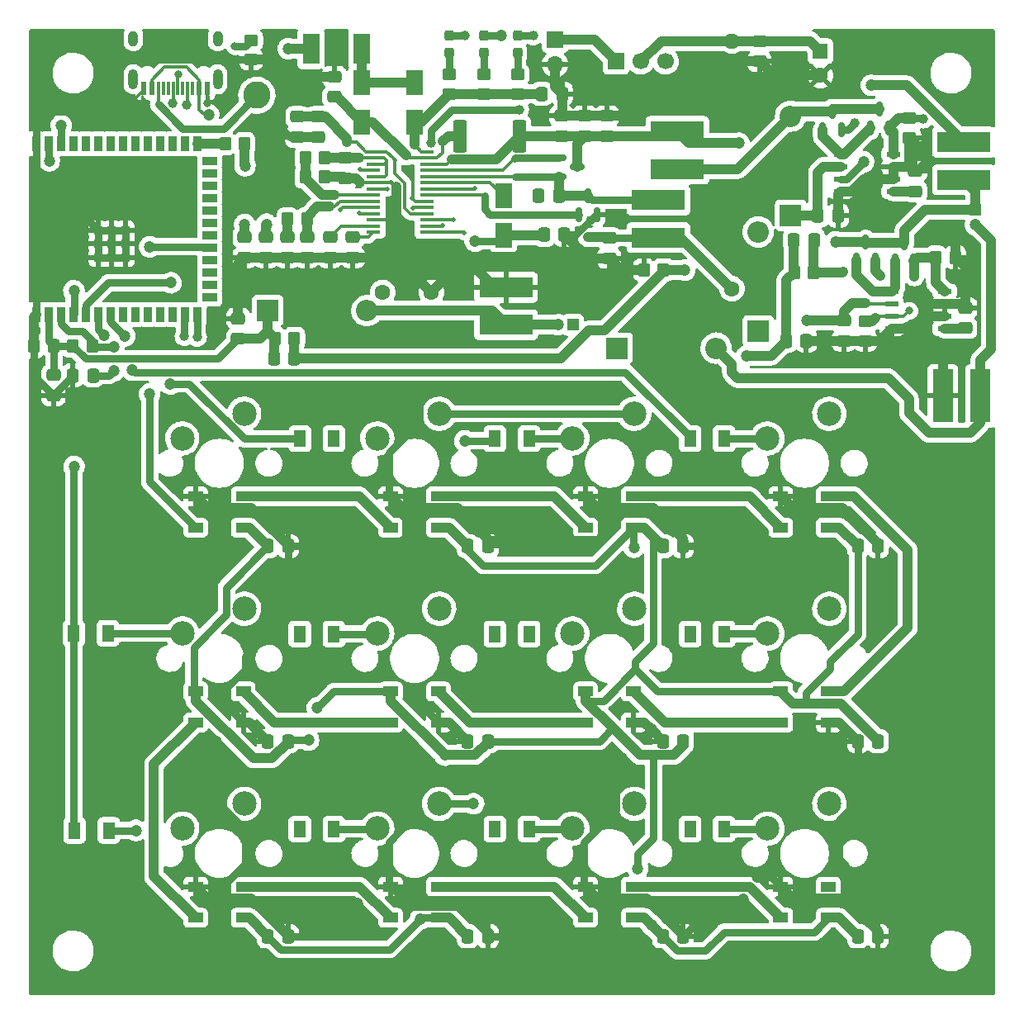
<source format=gbr>
%TF.GenerationSoftware,KiCad,Pcbnew,(6.0.0)*%
%TF.CreationDate,2022-04-12T23:44:40+02:00*%
%TF.ProjectId,keyboard_v1.0,6b657962-6f61-4726-945f-76312e302e6b,rev?*%
%TF.SameCoordinates,Original*%
%TF.FileFunction,Copper,L1,Top*%
%TF.FilePolarity,Positive*%
%FSLAX46Y46*%
G04 Gerber Fmt 4.6, Leading zero omitted, Abs format (unit mm)*
G04 Created by KiCad (PCBNEW (6.0.0)) date 2022-04-12 23:44:40*
%MOMM*%
%LPD*%
G01*
G04 APERTURE LIST*
G04 Aperture macros list*
%AMRoundRect*
0 Rectangle with rounded corners*
0 $1 Rounding radius*
0 $2 $3 $4 $5 $6 $7 $8 $9 X,Y pos of 4 corners*
0 Add a 4 corners polygon primitive as box body*
4,1,4,$2,$3,$4,$5,$6,$7,$8,$9,$2,$3,0*
0 Add four circle primitives for the rounded corners*
1,1,$1+$1,$2,$3*
1,1,$1+$1,$4,$5*
1,1,$1+$1,$6,$7*
1,1,$1+$1,$8,$9*
0 Add four rect primitives between the rounded corners*
20,1,$1+$1,$2,$3,$4,$5,0*
20,1,$1+$1,$4,$5,$6,$7,0*
20,1,$1+$1,$6,$7,$8,$9,0*
20,1,$1+$1,$8,$9,$2,$3,0*%
G04 Aperture macros list end*
%TA.AperFunction,SMDPad,CuDef*%
%ADD10RoundRect,0.250000X0.475000X-0.337500X0.475000X0.337500X-0.475000X0.337500X-0.475000X-0.337500X0*%
%TD*%
%TA.AperFunction,SMDPad,CuDef*%
%ADD11R,1.500000X1.000000*%
%TD*%
%TA.AperFunction,ComponentPad*%
%ADD12C,2.500000*%
%TD*%
%TA.AperFunction,SMDPad,CuDef*%
%ADD13RoundRect,0.250000X-0.337500X-0.475000X0.337500X-0.475000X0.337500X0.475000X-0.337500X0.475000X0*%
%TD*%
%TA.AperFunction,SMDPad,CuDef*%
%ADD14RoundRect,0.250000X0.350000X0.450000X-0.350000X0.450000X-0.350000X-0.450000X0.350000X-0.450000X0*%
%TD*%
%TA.AperFunction,SMDPad,CuDef*%
%ADD15RoundRect,0.250000X-0.475000X0.337500X-0.475000X-0.337500X0.475000X-0.337500X0.475000X0.337500X0*%
%TD*%
%TA.AperFunction,SMDPad,CuDef*%
%ADD16R,1.300000X1.700000*%
%TD*%
%TA.AperFunction,ComponentPad*%
%ADD17R,1.700000X1.700000*%
%TD*%
%TA.AperFunction,ComponentPad*%
%ADD18C,1.700000*%
%TD*%
%TA.AperFunction,SMDPad,CuDef*%
%ADD19RoundRect,0.250000X0.337500X0.475000X-0.337500X0.475000X-0.337500X-0.475000X0.337500X-0.475000X0*%
%TD*%
%TA.AperFunction,SMDPad,CuDef*%
%ADD20R,0.600000X1.450000*%
%TD*%
%TA.AperFunction,SMDPad,CuDef*%
%ADD21R,0.300000X1.450000*%
%TD*%
%TA.AperFunction,ComponentPad*%
%ADD22O,1.000000X2.100000*%
%TD*%
%TA.AperFunction,ComponentPad*%
%ADD23O,1.000000X1.600000*%
%TD*%
%TA.AperFunction,SMDPad,CuDef*%
%ADD24R,2.150000X5.500000*%
%TD*%
%TA.AperFunction,SMDPad,CuDef*%
%ADD25R,1.800000X2.500000*%
%TD*%
%TA.AperFunction,SMDPad,CuDef*%
%ADD26RoundRect,0.250000X-0.350000X-0.450000X0.350000X-0.450000X0.350000X0.450000X-0.350000X0.450000X0*%
%TD*%
%TA.AperFunction,SMDPad,CuDef*%
%ADD27RoundRect,0.150000X0.150000X-0.587500X0.150000X0.587500X-0.150000X0.587500X-0.150000X-0.587500X0*%
%TD*%
%TA.AperFunction,SMDPad,CuDef*%
%ADD28RoundRect,0.250000X0.450000X-0.350000X0.450000X0.350000X-0.450000X0.350000X-0.450000X-0.350000X0*%
%TD*%
%TA.AperFunction,SMDPad,CuDef*%
%ADD29R,0.900000X1.500000*%
%TD*%
%TA.AperFunction,SMDPad,CuDef*%
%ADD30R,1.500000X0.900000*%
%TD*%
%TA.AperFunction,ComponentPad*%
%ADD31C,0.600000*%
%TD*%
%TA.AperFunction,SMDPad,CuDef*%
%ADD32R,0.900000X0.900000*%
%TD*%
%TA.AperFunction,ComponentPad*%
%ADD33O,1.700000X1.700000*%
%TD*%
%TA.AperFunction,ComponentPad*%
%ADD34C,1.600000*%
%TD*%
%TA.AperFunction,ComponentPad*%
%ADD35R,1.200000X1.200000*%
%TD*%
%TA.AperFunction,ComponentPad*%
%ADD36C,1.200000*%
%TD*%
%TA.AperFunction,SMDPad,CuDef*%
%ADD37RoundRect,0.250000X-0.450000X0.350000X-0.450000X-0.350000X0.450000X-0.350000X0.450000X0.350000X0*%
%TD*%
%TA.AperFunction,SMDPad,CuDef*%
%ADD38RoundRect,0.237500X-0.237500X0.287500X-0.237500X-0.287500X0.237500X-0.287500X0.237500X0.287500X0*%
%TD*%
%TA.AperFunction,ComponentPad*%
%ADD39R,2.200000X2.200000*%
%TD*%
%TA.AperFunction,ComponentPad*%
%ADD40O,2.200000X2.200000*%
%TD*%
%TA.AperFunction,ComponentPad*%
%ADD41C,2.800000*%
%TD*%
%TA.AperFunction,SMDPad,CuDef*%
%ADD42R,1.460500X0.533400*%
%TD*%
%TA.AperFunction,SMDPad,CuDef*%
%ADD43RoundRect,0.249999X-0.450001X-1.425001X0.450001X-1.425001X0.450001X1.425001X-0.450001X1.425001X0*%
%TD*%
%TA.AperFunction,SMDPad,CuDef*%
%ADD44R,1.460500X0.355600*%
%TD*%
%TA.AperFunction,SMDPad,CuDef*%
%ADD45R,5.500000X2.150000*%
%TD*%
%TA.AperFunction,ComponentPad*%
%ADD46O,1.600000X1.600000*%
%TD*%
%TA.AperFunction,ComponentPad*%
%ADD47R,1.600000X1.600000*%
%TD*%
%TA.AperFunction,SMDPad,CuDef*%
%ADD48RoundRect,0.150000X-0.587500X-0.150000X0.587500X-0.150000X0.587500X0.150000X-0.587500X0.150000X0*%
%TD*%
%TA.AperFunction,SMDPad,CuDef*%
%ADD49R,1.780000X3.150000*%
%TD*%
%TA.AperFunction,ViaPad*%
%ADD50C,1.200000*%
%TD*%
%TA.AperFunction,ViaPad*%
%ADD51C,0.800000*%
%TD*%
%TA.AperFunction,ViaPad*%
%ADD52C,0.500000*%
%TD*%
%TA.AperFunction,ViaPad*%
%ADD53C,1.000000*%
%TD*%
%TA.AperFunction,Conductor*%
%ADD54C,0.750000*%
%TD*%
%TA.AperFunction,Conductor*%
%ADD55C,1.000000*%
%TD*%
%TA.AperFunction,Conductor*%
%ADD56C,0.300000*%
%TD*%
G04 APERTURE END LIST*
D10*
%TO.P,C38,1*%
%TO.N,SYSTEM_LOAD*%
X97467000Y-41472500D03*
%TO.P,C38,2*%
%TO.N,GND*%
X97467000Y-39397500D03*
%TD*%
D11*
%TO.P,D24,1,VDD*%
%TO.N,5V_OUT*%
X102450000Y-121600000D03*
%TO.P,D24,2,DOUT*%
%TO.N,Net-(D24-Pad2)*%
X102450000Y-118400000D03*
%TO.P,D24,3,VSS*%
%TO.N,GND*%
X97550000Y-118400000D03*
%TO.P,D24,4,DIN*%
%TO.N,Net-(D21-Pad2)*%
X97550000Y-121600000D03*
%TD*%
D12*
%TO.P,SW3,1*%
%TO.N,Net-(D3-Pad2)*%
X56190000Y-112460000D03*
%TO.P,SW3,2*%
%TO.N,Net-(R3-Pad2)*%
X62540000Y-109920000D03*
%TD*%
D13*
%TO.P,C1,2*%
%TO.N,GND*%
X67037500Y-83500000D03*
%TO.P,C1,1*%
%TO.N,5V_OUT*%
X64962500Y-83500000D03*
%TD*%
D10*
%TO.P,C37,1*%
%TO.N,SYSTEM_LOAD*%
X95063000Y-41472500D03*
%TO.P,C37,2*%
%TO.N,GND*%
X95063000Y-39397500D03*
%TD*%
D13*
%TO.P,C11,2*%
%TO.N,GND*%
X127537500Y-83500000D03*
%TO.P,C11,1*%
%TO.N,5V_OUT*%
X125462500Y-83500000D03*
%TD*%
D14*
%TO.P,R6,1*%
%TO.N,Net-(C27-Pad1)*%
X68979000Y-49961000D03*
%TO.P,R6,2*%
%TO.N,Net-(C24-Pad1)*%
X66979000Y-49961000D03*
%TD*%
D15*
%TO.P,C22,1*%
%TO.N,Net-(C22-Pad1)*%
X67981000Y-39479500D03*
%TO.P,C22,2*%
%TO.N,GND*%
X67981000Y-41554500D03*
%TD*%
D16*
%TO.P,D11,2,A*%
%TO.N,Net-(D11-Pad2)*%
X111750000Y-92500000D03*
%TO.P,D11,1,K*%
%TO.N,4th_Column*%
X108250000Y-92500000D03*
%TD*%
D17*
%TO.P,SW13,1,1*%
%TO.N,Net-(BT1-Pad1)*%
X100676000Y-33790000D03*
D18*
%TO.P,SW13,2,2*%
%TO.N,unconnected-(SW13-Pad2)*%
X105756000Y-33790000D03*
%TO.P,SW13,3,Common*%
%TO.N,Net-(C32-Pad1)*%
X103216000Y-33790000D03*
%TD*%
D13*
%TO.P,C7,1*%
%TO.N,5V_OUT*%
X105462500Y-83500000D03*
%TO.P,C7,2*%
%TO.N,GND*%
X107537500Y-83500000D03*
%TD*%
D10*
%TO.P,C41,1*%
%TO.N,Net-(C41-Pad1)*%
X136473000Y-61148500D03*
%TO.P,C41,2*%
%TO.N,GND*%
X136473000Y-59073500D03*
%TD*%
D19*
%TO.P,C3,1*%
%TO.N,5V_OUT*%
X67037500Y-103500000D03*
%TO.P,C3,2*%
%TO.N,GND*%
X64962500Y-103500000D03*
%TD*%
D16*
%TO.P,D2,2,A*%
%TO.N,Net-(D2-Pad2)*%
X48584000Y-92431000D03*
%TO.P,D2,1,K*%
%TO.N,1st_Column*%
X45084000Y-92431000D03*
%TD*%
D13*
%TO.P,C33,1*%
%TO.N,Net-(C33-Pad1)*%
X92747500Y-47599000D03*
%TO.P,C33,2*%
%TO.N,Net-(C33-Pad2)*%
X94822500Y-47599000D03*
%TD*%
D19*
%TO.P,C43,1*%
%TO.N,Net-(C43-Pad1)*%
X120965500Y-52102000D03*
%TO.P,C43,2*%
%TO.N,5V_OUT*%
X118890500Y-52102000D03*
%TD*%
D20*
%TO.P,P1,A1,GND*%
%TO.N,GND*%
X58750000Y-36545000D03*
%TO.P,P1,A4,VBUS*%
%TO.N,Net-(F1-Pad1)*%
X57950000Y-36545000D03*
D21*
%TO.P,P1,A5,CC*%
%TO.N,Net-(P1-PadA5)*%
X56750000Y-36545000D03*
%TO.P,P1,A6,D+*%
%TO.N,USB_D+*%
X55750000Y-36545000D03*
%TO.P,P1,A7,D-*%
%TO.N,USB_D-*%
X55250000Y-36545000D03*
%TO.P,P1,A8,SBU1*%
%TO.N,unconnected-(P1-PadA8)*%
X54250000Y-36545000D03*
D20*
%TO.P,P1,A9,VBUS*%
%TO.N,Net-(F1-Pad1)*%
X53050000Y-36545000D03*
%TO.P,P1,A12,GND*%
%TO.N,GND*%
X52250000Y-36545000D03*
%TO.P,P1,B1,GND*%
X52250000Y-36545000D03*
%TO.P,P1,B4,VBUS*%
%TO.N,Net-(F1-Pad1)*%
X53050000Y-36545000D03*
D21*
%TO.P,P1,B5,VCONN*%
%TO.N,Net-(P1-PadB5)*%
X53750000Y-36545000D03*
%TO.P,P1,B6*%
%TO.N,N/C*%
X54750000Y-36545000D03*
%TO.P,P1,B7*%
X56250000Y-36545000D03*
%TO.P,P1,B8,SBU2*%
%TO.N,unconnected-(P1-PadB8)*%
X57250000Y-36545000D03*
D20*
%TO.P,P1,B9,VBUS*%
%TO.N,Net-(F1-Pad1)*%
X57950000Y-36545000D03*
%TO.P,P1,B12,GND*%
%TO.N,GND*%
X58750000Y-36545000D03*
D22*
%TO.P,P1,S1,SHIELD*%
%TO.N,unconnected-(P1-PadS1)*%
X51180000Y-35630000D03*
D23*
X51180000Y-31450000D03*
X59820000Y-31450000D03*
D22*
X59820000Y-35630000D03*
%TD*%
D24*
%TO.P,L3,1,1*%
%TO.N,Net-(C44-Pad2)*%
X138026000Y-68100000D03*
%TO.P,L3,2,2*%
%TO.N,GND*%
X134176000Y-68100000D03*
%TD*%
D11*
%TO.P,D21,1,VDD*%
%TO.N,5V_OUT*%
X82450000Y-121600000D03*
%TO.P,D21,2,DOUT*%
%TO.N,Net-(D21-Pad2)*%
X82450000Y-118400000D03*
%TO.P,D21,3,VSS*%
%TO.N,GND*%
X77550000Y-118400000D03*
%TO.P,D21,4,DIN*%
%TO.N,Net-(D18-Pad2)*%
X77550000Y-121600000D03*
%TD*%
D16*
%TO.P,D8,1,K*%
%TO.N,3rd_Column*%
X88250000Y-92500000D03*
%TO.P,D8,2,A*%
%TO.N,Net-(D8-Pad2)*%
X91750000Y-92500000D03*
%TD*%
D25*
%TO.P,D13,1,K*%
%TO.N,Net-(C36-Pad1)*%
X74604000Y-40000000D03*
%TO.P,D13,2,A*%
%TO.N,USB_Input_supply*%
X74604000Y-36000000D03*
%TD*%
D11*
%TO.P,D28,1,VDD*%
%TO.N,5V_OUT*%
X122450000Y-121600000D03*
%TO.P,D28,2,DOUT*%
%TO.N,unconnected-(D28-Pad2)*%
X122450000Y-118400000D03*
%TO.P,D28,3,VSS*%
%TO.N,GND*%
X117550000Y-118400000D03*
%TO.P,D28,4,DIN*%
%TO.N,Net-(D24-Pad2)*%
X117550000Y-121600000D03*
%TD*%
D26*
%TO.P,R32,1*%
%TO.N,Net-(Q1-Pad2)*%
X133469000Y-53889000D03*
%TO.P,R32,2*%
%TO.N,GND*%
X135469000Y-53889000D03*
%TD*%
D27*
%TO.P,Q4,1,G*%
%TO.N,Net-(Q4-Pad1)*%
X96853000Y-49484500D03*
%TO.P,Q4,2,S*%
%TO.N,GND*%
X98753000Y-49484500D03*
%TO.P,Q4,3,D*%
%TO.N,Net-(C33-Pad2)*%
X97803000Y-47609500D03*
%TD*%
D10*
%TO.P,C46,1*%
%TO.N,Net-(C46-Pad1)*%
X131334000Y-47144350D03*
%TO.P,C46,2*%
%TO.N,GND*%
X131334000Y-45069350D03*
%TD*%
D28*
%TO.P,R10,1*%
%TO.N,Net-(C31-Pad1)*%
X87081000Y-37118000D03*
%TO.P,R10,2*%
%TO.N,Net-(D37-Pad2)*%
X87081000Y-35118000D03*
%TD*%
D19*
%TO.P,C21,1*%
%TO.N,Net-(C21-Pad1)*%
X47037500Y-66000000D03*
%TO.P,C21,2*%
%TO.N,GND*%
X44962500Y-66000000D03*
%TD*%
D11*
%TO.P,D22,1,VDD*%
%TO.N,5V_OUT*%
X102450000Y-81600000D03*
%TO.P,D22,2,DOUT*%
%TO.N,Net-(D22-Pad2)*%
X102450000Y-78400000D03*
%TO.P,D22,3,VSS*%
%TO.N,GND*%
X97550000Y-78400000D03*
%TO.P,D22,4,DIN*%
%TO.N,Net-(D19-Pad2)*%
X97550000Y-81600000D03*
%TD*%
D12*
%TO.P,SW1,2*%
%TO.N,Net-(R1-Pad2)*%
X62540000Y-69920000D03*
%TO.P,SW1,1*%
%TO.N,Net-(D1-Pad2)*%
X56190000Y-72460000D03*
%TD*%
D11*
%TO.P,D27,1,VDD*%
%TO.N,5V_OUT*%
X117550000Y-98400000D03*
%TO.P,D27,2,DOUT*%
%TO.N,Net-(D23-Pad4)*%
X117550000Y-101600000D03*
%TO.P,D27,3,VSS*%
%TO.N,GND*%
X122450000Y-101600000D03*
%TO.P,D27,4,DIN*%
%TO.N,Net-(D26-Pad2)*%
X122450000Y-98400000D03*
%TD*%
D16*
%TO.P,D7,1,K*%
%TO.N,3rd_Column*%
X88250000Y-72500000D03*
%TO.P,D7,2,A*%
%TO.N,Net-(D7-Pad2)*%
X91750000Y-72500000D03*
%TD*%
D12*
%TO.P,SW8,1*%
%TO.N,Net-(D8-Pad2)*%
X96190000Y-92460000D03*
%TO.P,SW8,2*%
%TO.N,Net-(R2-Pad2)*%
X102540000Y-89920000D03*
%TD*%
D10*
%TO.P,C39,1*%
%TO.N,SYSTEM_LOAD*%
X99725000Y-41472500D03*
%TO.P,C39,2*%
%TO.N,GND*%
X99725000Y-39397500D03*
%TD*%
D15*
%TO.P,C27,1*%
%TO.N,Net-(C27-Pad1)*%
X68969000Y-51821500D03*
%TO.P,C27,2*%
%TO.N,GND*%
X68969000Y-53896500D03*
%TD*%
D12*
%TO.P,SW6,2*%
%TO.N,Net-(R3-Pad2)*%
X82540000Y-109920000D03*
%TO.P,SW6,1*%
%TO.N,Net-(D6-Pad2)*%
X76190000Y-112460000D03*
%TD*%
D15*
%TO.P,C29,1*%
%TO.N,Net-(C29-Pad1)*%
X71344000Y-51821500D03*
%TO.P,C29,2*%
%TO.N,GND*%
X71344000Y-53896500D03*
%TD*%
D19*
%TO.P,C10,1*%
%TO.N,5V_OUT*%
X107537500Y-103500000D03*
%TO.P,C10,2*%
%TO.N,GND*%
X105462500Y-103500000D03*
%TD*%
D29*
%TO.P,ESP32,1,GND*%
%TO.N,GND*%
X41240000Y-59750000D03*
%TO.P,ESP32,2,3V3*%
%TO.N,3.3V_OUT*%
X42510000Y-59750000D03*
%TO.P,ESP32,3,EN*%
%TO.N,Net-(C21-Pad1)*%
X43780000Y-59750000D03*
%TO.P,ESP32,4,IO4*%
%TO.N,1st_Column*%
X45050000Y-59750000D03*
%TO.P,ESP32,5,IO5*%
%TO.N,2nd_Column*%
X46320000Y-59750000D03*
%TO.P,ESP32,6,IO6*%
%TO.N,3rd_Column*%
X47590000Y-59750000D03*
%TO.P,ESP32,7,IO7*%
%TO.N,4th_Column*%
X48860000Y-59750000D03*
%TO.P,ESP32,8,IO15*%
%TO.N,unconnected-(ESP32-Pad8)*%
X50130000Y-59750000D03*
%TO.P,ESP32,9,IO16*%
%TO.N,unconnected-(ESP32-Pad9)*%
X51400000Y-59750000D03*
%TO.P,ESP32,10,IO17*%
%TO.N,unconnected-(ESP32-Pad10)*%
X52670000Y-59750000D03*
%TO.P,ESP32,11,IO18*%
%TO.N,unconnected-(ESP32-Pad11)*%
X53940000Y-59750000D03*
%TO.P,ESP32,12,IO8*%
%TO.N,unconnected-(ESP32-Pad12)*%
X55210000Y-59750000D03*
%TO.P,ESP32,13,IO19*%
%TO.N,USB_D-*%
X56480000Y-59750000D03*
%TO.P,ESP32,14,IO20*%
%TO.N,USB_D+*%
X57750000Y-59750000D03*
D30*
%TO.P,ESP32,15,IO3*%
%TO.N,unconnected-(ESP32-Pad15)*%
X59000000Y-57985000D03*
%TO.P,ESP32,16,IO46*%
%TO.N,unconnected-(ESP32-Pad16)*%
X59000000Y-56715000D03*
%TO.P,ESP32,17,IO9*%
%TO.N,unconnected-(ESP32-Pad17)*%
X59000000Y-55450000D03*
%TO.P,ESP32,18,IO10*%
%TO.N,unconnected-(ESP32-Pad18)*%
X59000000Y-54175000D03*
%TO.P,ESP32,19,IO11*%
%TO.N,LEDS*%
X59000000Y-52905000D03*
%TO.P,ESP32,20,IO12*%
%TO.N,unconnected-(ESP32-Pad20)*%
X59000000Y-51635000D03*
%TO.P,ESP32,21,IO13*%
%TO.N,unconnected-(ESP32-Pad21)*%
X59000000Y-50365000D03*
%TO.P,ESP32,22,IO14*%
%TO.N,unconnected-(ESP32-Pad22)*%
X59000000Y-49095000D03*
%TO.P,ESP32,23,IO21*%
%TO.N,unconnected-(ESP32-Pad23)*%
X59000000Y-47825000D03*
%TO.P,ESP32,24,IO47*%
%TO.N,unconnected-(ESP32-Pad24)*%
X59000000Y-46555000D03*
%TO.P,ESP32,25,IO48*%
%TO.N,unconnected-(ESP32-Pad25)*%
X59000000Y-45285000D03*
%TO.P,ESP32,26,IO45*%
%TO.N,unconnected-(ESP32-Pad26)*%
X59000000Y-44015000D03*
D29*
%TO.P,ESP32,27,IO0*%
%TO.N,1st_Row*%
X57750000Y-42250000D03*
%TO.P,ESP32,28,IO35b*%
%TO.N,unconnected-(ESP32-Pad28)*%
X56480000Y-42250000D03*
%TO.P,ESP32,29,IO36b*%
%TO.N,unconnected-(ESP32-Pad29)*%
X55210000Y-42250000D03*
%TO.P,ESP32,30,IO37b*%
%TO.N,unconnected-(ESP32-Pad30)*%
X53940000Y-42250000D03*
%TO.P,ESP32,31,IO38*%
%TO.N,unconnected-(ESP32-Pad31)*%
X52670000Y-42250000D03*
%TO.P,ESP32,32,IO39*%
%TO.N,unconnected-(ESP32-Pad32)*%
X51400000Y-42250000D03*
%TO.P,ESP32,33,IO40*%
%TO.N,unconnected-(ESP32-Pad33)*%
X50130000Y-42250000D03*
%TO.P,ESP32,34,IO41*%
%TO.N,unconnected-(ESP32-Pad34)*%
X48860000Y-42250000D03*
%TO.P,ESP32,35,IO42*%
%TO.N,unconnected-(ESP32-Pad35)*%
X47590000Y-42250000D03*
%TO.P,ESP32,36,RXD0*%
%TO.N,unconnected-(ESP32-Pad36)*%
X46320000Y-42250000D03*
%TO.P,ESP32,37,TXD0*%
%TO.N,unconnected-(ESP32-Pad37)*%
X45050000Y-42250000D03*
%TO.P,ESP32,38,IO2*%
%TO.N,2nd_Row*%
X43780000Y-42250000D03*
%TO.P,ESP32,39,IO1*%
%TO.N,3rd_Row*%
X42510000Y-42250000D03*
%TO.P,ESP32,40,GND*%
%TO.N,GND*%
X41240000Y-42250000D03*
D31*
%TO.P,ESP32,41,EPAD*%
X47560000Y-52500000D03*
D32*
X48960000Y-51100000D03*
X48960000Y-53900000D03*
D31*
X47560000Y-51100000D03*
D32*
X50365000Y-53900000D03*
D31*
X48960000Y-51100000D03*
X50360000Y-52500000D03*
X50360000Y-53900000D03*
D32*
X48960000Y-52500000D03*
X47560000Y-53900000D03*
X50360000Y-52500000D03*
D31*
X50360000Y-51100000D03*
D32*
X47560000Y-51100000D03*
X50360000Y-51100000D03*
D31*
X48960000Y-52500000D03*
D32*
X47560000Y-52500000D03*
D31*
X47560000Y-53900000D03*
X48960000Y-53900000D03*
%TD*%
D12*
%TO.P,SW12,2*%
%TO.N,Net-(R3-Pad2)*%
X122540000Y-109920000D03*
%TO.P,SW12,1*%
%TO.N,Net-(D12-Pad2)*%
X116190000Y-112460000D03*
%TD*%
D26*
%TO.P,R8,1*%
%TO.N,Net-(R7-Pad2)*%
X68804250Y-45634000D03*
%TO.P,R8,2*%
%TO.N,GND*%
X70804250Y-45634000D03*
%TD*%
D17*
%TO.P,BT1,1,+*%
%TO.N,Net-(BT1-Pad1)*%
X94420000Y-31543000D03*
D33*
%TO.P,BT1,2,-*%
%TO.N,GND*%
X94420000Y-34083000D03*
%TD*%
D34*
%TO.P,TH1,1*%
%TO.N,Net-(TH1-Pad1)*%
X76735000Y-57485000D03*
%TO.P,TH1,2*%
%TO.N,GND*%
X81735000Y-57485000D03*
%TD*%
D15*
%TO.P,C42,1*%
%TO.N,Net-(C42-Pad1)*%
X124029000Y-60363500D03*
%TO.P,C42,2*%
%TO.N,GND*%
X124029000Y-62438500D03*
%TD*%
D35*
%TO.P,C44,1*%
%TO.N,Net-(C44-Pad1)*%
X137510000Y-49035401D03*
D36*
%TO.P,C44,2*%
%TO.N,Net-(C44-Pad2)*%
X137510000Y-50535401D03*
%TD*%
D27*
%TO.P,Q2,1,G*%
%TO.N,Net-(Q2-Pad1)*%
X126747000Y-40589350D03*
%TO.P,Q2,2,S*%
%TO.N,Net-(Q2-Pad2)*%
X128647000Y-40589350D03*
%TO.P,Q2,3,D*%
%TO.N,Net-(C49-Pad1)*%
X127697000Y-38714350D03*
%TD*%
D12*
%TO.P,SW7,1*%
%TO.N,Net-(D7-Pad2)*%
X96190000Y-72460000D03*
%TO.P,SW7,2*%
%TO.N,Net-(R1-Pad2)*%
X102540000Y-69920000D03*
%TD*%
D37*
%TO.P,R4,1*%
%TO.N,Net-(P1-PadA5)*%
X63268000Y-31622000D03*
%TO.P,R4,2*%
%TO.N,GND*%
X63268000Y-33622000D03*
%TD*%
D15*
%TO.P,C26,1*%
%TO.N,Net-(C26-Pad1)*%
X64798000Y-51821500D03*
%TO.P,C26,2*%
%TO.N,GND*%
X64798000Y-53896500D03*
%TD*%
D12*
%TO.P,SW5,2*%
%TO.N,Net-(R2-Pad2)*%
X82540000Y-89920000D03*
%TO.P,SW5,1*%
%TO.N,Net-(D5-Pad2)*%
X76190000Y-92460000D03*
%TD*%
D14*
%TO.P,R31,1*%
%TO.N,Net-(C43-Pad1)*%
X120928000Y-55424000D03*
%TO.P,R31,2*%
%TO.N,5V_OUT*%
X118928000Y-55424000D03*
%TD*%
D11*
%TO.P,D26,1,VDD*%
%TO.N,5V_OUT*%
X122450000Y-81600000D03*
%TO.P,D26,2,DOUT*%
%TO.N,Net-(D26-Pad2)*%
X122450000Y-78400000D03*
%TO.P,D26,3,VSS*%
%TO.N,GND*%
X117550000Y-78400000D03*
%TO.P,D26,4,DIN*%
%TO.N,Net-(D22-Pad2)*%
X117550000Y-81600000D03*
%TD*%
%TO.P,D23,1,VDD*%
%TO.N,5V_OUT*%
X97550000Y-98400000D03*
%TO.P,D23,2,DOUT*%
%TO.N,Net-(D20-Pad4)*%
X97550000Y-101600000D03*
%TO.P,D23,3,VSS*%
%TO.N,GND*%
X102450000Y-101600000D03*
%TO.P,D23,4,DIN*%
%TO.N,Net-(D23-Pad4)*%
X102450000Y-98400000D03*
%TD*%
D37*
%TO.P,R30,1*%
%TO.N,Net-(C43-Pad1)*%
X126231000Y-60431000D03*
%TO.P,R30,2*%
%TO.N,GND*%
X126231000Y-62431000D03*
%TD*%
D38*
%TO.P,D37,1,K*%
%TO.N,Net-(D37-Pad1)*%
X87081000Y-31152000D03*
%TO.P,D37,2,A*%
%TO.N,Net-(D37-Pad2)*%
X87081000Y-32902000D03*
%TD*%
D11*
%TO.P,D19,1,VDD*%
%TO.N,5V_OUT*%
X82450000Y-81600000D03*
%TO.P,D19,2,DOUT*%
%TO.N,Net-(D19-Pad2)*%
X82450000Y-78400000D03*
%TO.P,D19,3,VSS*%
%TO.N,GND*%
X77550000Y-78400000D03*
%TO.P,D19,4,DIN*%
%TO.N,Net-(D16-Pad2)*%
X77550000Y-81600000D03*
%TD*%
D38*
%TO.P,D36,1,K*%
%TO.N,Net-(D36-Pad1)*%
X83581000Y-31152000D03*
%TO.P,D36,2,A*%
%TO.N,Net-(D36-Pad2)*%
X83581000Y-32902000D03*
%TD*%
D39*
%TO.P,D40,1,K*%
%TO.N,Net-(C42-Pad1)*%
X115251000Y-61440000D03*
D40*
%TO.P,D40,2,A*%
%TO.N,Net-(C44-Pad1)*%
X115251000Y-51280000D03*
%TD*%
D12*
%TO.P,SW9,1*%
%TO.N,Net-(D9-Pad2)*%
X96190000Y-112460000D03*
%TO.P,SW9,2*%
%TO.N,Net-(R3-Pad2)*%
X102540000Y-109920000D03*
%TD*%
D39*
%TO.P,D42,1,K*%
%TO.N,Net-(C47-Pad1)*%
X118570000Y-49571850D03*
D40*
%TO.P,D42,2,A*%
%TO.N,Net-(C49-Pad1)*%
X118570000Y-39411850D03*
%TD*%
D41*
%TO.P,TP1,1,1*%
%TO.N,Net-(P1-PadB5)*%
X63841000Y-37276000D03*
%TD*%
D27*
%TO.P,Q1,1,G*%
%TO.N,Net-(Q1-Pad1)*%
X125324000Y-54203500D03*
%TO.P,Q1,2,S*%
%TO.N,Net-(Q1-Pad2)*%
X127224000Y-54203500D03*
%TO.P,Q1,3,D*%
%TO.N,Net-(C44-Pad1)*%
X126274000Y-52328500D03*
%TD*%
D12*
%TO.P,SW2,1*%
%TO.N,Net-(D2-Pad2)*%
X56190000Y-92460000D03*
%TO.P,SW2,2*%
%TO.N,Net-(R2-Pad2)*%
X62540000Y-89920000D03*
%TD*%
D16*
%TO.P,D4,1,K*%
%TO.N,2nd_Column*%
X68250000Y-72500000D03*
%TO.P,D4,2,A*%
%TO.N,Net-(D4-Pad2)*%
X71750000Y-72500000D03*
%TD*%
D12*
%TO.P,SW4,1*%
%TO.N,Net-(D4-Pad2)*%
X76190000Y-72460000D03*
%TO.P,SW4,2*%
%TO.N,Net-(R1-Pad2)*%
X82540000Y-69920000D03*
%TD*%
D16*
%TO.P,D5,1,K*%
%TO.N,2nd_Column*%
X68250000Y-92500000D03*
%TO.P,D5,2,A*%
%TO.N,Net-(D5-Pad2)*%
X71750000Y-92500000D03*
%TD*%
D11*
%TO.P,D17,1,VDD*%
%TO.N,5V_OUT*%
X57550000Y-98400000D03*
%TO.P,D17,2,DOUT*%
%TO.N,Net-(D17-Pad2)*%
X57550000Y-101600000D03*
%TO.P,D17,3,VSS*%
%TO.N,GND*%
X62450000Y-101600000D03*
%TO.P,D17,4,DIN*%
%TO.N,Net-(D17-Pad4)*%
X62450000Y-98400000D03*
%TD*%
D16*
%TO.P,D6,1,K*%
%TO.N,2nd_Column*%
X68250000Y-112500000D03*
%TO.P,D6,2,A*%
%TO.N,Net-(D6-Pad2)*%
X71750000Y-112500000D03*
%TD*%
D38*
%TO.P,D38,1,K*%
%TO.N,Net-(D38-Pad1)*%
X90581000Y-31152000D03*
%TO.P,D38,2,A*%
%TO.N,Net-(D38-Pad2)*%
X90581000Y-32902000D03*
%TD*%
D26*
%TO.P,R1,1*%
%TO.N,1st_Row*%
X60581000Y-42228000D03*
%TO.P,R1,2*%
%TO.N,Net-(R1-Pad2)*%
X62581000Y-42228000D03*
%TD*%
D42*
%TO.P,U2,1,EXT*%
%TO.N,Net-(Q1-Pad1)*%
X128918850Y-57376000D03*
%TO.P,U2,2,V+*%
%TO.N,Net-(C42-Pad1)*%
X128918850Y-58646000D03*
%TO.P,U2,3,FB*%
%TO.N,Net-(C43-Pad1)*%
X128918850Y-59916000D03*
%TO.P,U2,4,SHDN*%
%TO.N,GND*%
X128918850Y-61186000D03*
%TO.P,U2,5,REF*%
%TO.N,Net-(C41-Pad1)*%
X134367150Y-61186000D03*
%TO.P,U2,6,AGND*%
%TO.N,GND*%
X134367150Y-59916000D03*
%TO.P,U2,7,GND*%
X134367150Y-58646000D03*
%TO.P,U2,8,CS*%
%TO.N,Net-(Q1-Pad2)*%
X134367150Y-57376000D03*
%TD*%
D15*
%TO.P,C23,1*%
%TO.N,Net-(C23-Pad1)*%
X62587000Y-51821500D03*
%TO.P,C23,2*%
%TO.N,GND*%
X62587000Y-53896500D03*
%TD*%
D43*
%TO.P,R12,1*%
%TO.N,Net-(C36-Pad1)*%
X84643000Y-41439000D03*
%TO.P,R12,2*%
%TO.N,SYSTEM_LOAD*%
X90743000Y-41439000D03*
%TD*%
D27*
%TO.P,Q1,1,G*%
%TO.N,Net-(Q1-Pad1)*%
X129290000Y-54269500D03*
%TO.P,Q1,2,S*%
%TO.N,Net-(Q1-Pad2)*%
X131190000Y-54269500D03*
%TO.P,Q1,3,D*%
%TO.N,Net-(C44-Pad1)*%
X130240000Y-52394500D03*
%TD*%
D13*
%TO.P,C2,1*%
%TO.N,5V_OUT*%
X64962500Y-123500000D03*
%TO.P,C2,2*%
%TO.N,GND*%
X67037500Y-123500000D03*
%TD*%
D44*
%TO.P,U1,1,VL*%
%TO.N,Net-(C22-Pad1)*%
X75794661Y-43058311D03*
%TO.P,U1,2,ISETIN*%
%TO.N,Net-(C28-Pad1)*%
X75794661Y-43693311D03*
%TO.P,U1,3,ISETOUT*%
X75794661Y-44328311D03*
%TO.P,U1,4,THM*%
%TO.N,Net-(TH1-Pad1)*%
X75794661Y-44963311D03*
%TO.P,U1,5,REF*%
%TO.N,Net-(C28-Pad1)*%
X75794661Y-45598311D03*
%TO.P,U1,6,GND*%
%TO.N,GND*%
X75794661Y-46233311D03*
%TO.P,U1,7,BATT*%
%TO.N,Net-(C32-Pad1)*%
X75794661Y-46868311D03*
%TO.P,U1,8,VADJ*%
%TO.N,Net-(R7-Pad2)*%
X75794661Y-47503311D03*
%TO.P,U1,9,CCV*%
%TO.N,Net-(C27-Pad1)*%
X75794661Y-48138311D03*
%TO.P,U1,10,CCS*%
%TO.N,Net-(C23-Pad1)*%
X75794661Y-48773311D03*
%TO.P,U1,11,CCI*%
%TO.N,Net-(C26-Pad1)*%
X75794661Y-49408311D03*
%TO.P,U1,12,CELL*%
%TO.N,GND*%
X75794661Y-50043311D03*
%TO.P,U1,13,TIMER1*%
%TO.N,Net-(C29-Pad1)*%
X75794661Y-50678311D03*
%TO.P,U1,14,TIMER2*%
%TO.N,Net-(C30-Pad1)*%
X75794661Y-51313311D03*
%TO.P,U1,15,\u002AFAULT*%
%TO.N,Net-(D38-Pad1)*%
X81242961Y-51313311D03*
%TO.P,U1,16,\u002AFASTCHG*%
%TO.N,Net-(D36-Pad1)*%
X81242961Y-50678311D03*
%TO.P,U1,17,\u002AFULLCHG*%
%TO.N,Net-(D37-Pad1)*%
X81242961Y-50043311D03*
%TO.P,U1,18,\u002ASHDN*%
%TO.N,Net-(C22-Pad1)*%
X81242961Y-49408311D03*
%TO.P,U1,19,CS*%
%TO.N,Net-(C34-Pad1)*%
X81242961Y-48773311D03*
%TO.P,U1,20,PGND*%
%TO.N,GND*%
X81242961Y-48138311D03*
%TO.P,U1,21,DLO*%
%TO.N,Net-(Q4-Pad1)*%
X81242961Y-47503311D03*
%TO.P,U1,22,VLO*%
%TO.N,Net-(C35-Pad1)*%
X81242961Y-46868311D03*
%TO.P,U1,23,BST*%
%TO.N,Net-(C33-Pad1)*%
X81242961Y-46233311D03*
%TO.P,U1,24,LX*%
%TO.N,Net-(C33-Pad2)*%
X81242961Y-45598311D03*
%TO.P,U1,25,DHI*%
%TO.N,Net-(Q3-Pad1)*%
X81242961Y-44963311D03*
%TO.P,U1,26,CSSN*%
%TO.N,SYSTEM_LOAD*%
X81242961Y-44328311D03*
%TO.P,U1,27,CSSP*%
%TO.N,Net-(C36-Pad1)*%
X81242961Y-43693311D03*
%TO.P,U1,28,DCIN*%
%TO.N,Net-(C31-Pad1)*%
X81242961Y-43058311D03*
%TD*%
D15*
%TO.P,C30,1*%
%TO.N,Net-(C30-Pad1)*%
X73675000Y-51821500D03*
%TO.P,C30,2*%
%TO.N,GND*%
X73675000Y-53896500D03*
%TD*%
D37*
%TO.P,R35,1*%
%TO.N,Net-(Q2-Pad2)*%
X130754000Y-39622850D03*
%TO.P,R35,2*%
%TO.N,GND*%
X130754000Y-41622850D03*
%TD*%
D15*
%TO.P,C28,1*%
%TO.N,Net-(C28-Pad1)*%
X72909250Y-43700500D03*
%TO.P,C28,2*%
%TO.N,GND*%
X72909250Y-45775500D03*
%TD*%
D45*
%TO.P,L1,1,1*%
%TO.N,Net-(C33-Pad2)*%
X105002000Y-48006000D03*
%TO.P,L1,2,2*%
%TO.N,Net-(C34-Pad1)*%
X105002000Y-51856000D03*
%TD*%
D13*
%TO.P,C5,1*%
%TO.N,5V_OUT*%
X85462500Y-123500000D03*
%TO.P,C5,2*%
%TO.N,GND*%
X87537500Y-123500000D03*
%TD*%
D14*
%TO.P,R33,1*%
%TO.N,Net-(C48-Pad1)*%
X105513000Y-55186000D03*
%TO.P,R33,2*%
%TO.N,GND*%
X103513000Y-55186000D03*
%TD*%
D25*
%TO.P,D35,1,K*%
%TO.N,Net-(C31-Pad1)*%
X80000000Y-40000000D03*
%TO.P,D35,2,A*%
%TO.N,USB_Input_supply*%
X80000000Y-36000000D03*
%TD*%
%TO.P,D39,1,K*%
%TO.N,Net-(C33-Pad1)*%
X89123000Y-47601000D03*
%TO.P,D39,2,A*%
%TO.N,Net-(C35-Pad1)*%
X89123000Y-51601000D03*
%TD*%
D27*
%TO.P,Q2,1,G*%
%TO.N,Net-(Q2-Pad1)*%
X121869000Y-40793350D03*
%TO.P,Q2,2,S*%
%TO.N,Net-(Q2-Pad2)*%
X123769000Y-40793350D03*
%TO.P,Q2,3,D*%
%TO.N,Net-(C49-Pad1)*%
X122819000Y-38918350D03*
%TD*%
D45*
%TO.P,L2,1,1*%
%TO.N,SYSTEM_LOAD*%
X136330000Y-42082000D03*
%TO.P,L2,2,2*%
%TO.N,Net-(C44-Pad1)*%
X136330000Y-45932000D03*
%TD*%
D19*
%TO.P,C20,1*%
%TO.N,3.3V_OUT*%
X43037500Y-63000000D03*
%TO.P,C20,2*%
%TO.N,GND*%
X40962500Y-63000000D03*
%TD*%
D16*
%TO.P,D12,1,K*%
%TO.N,4th_Column*%
X108250000Y-112500000D03*
%TO.P,D12,2,A*%
%TO.N,Net-(D12-Pad2)*%
X111750000Y-112500000D03*
%TD*%
D42*
%TO.P,U3,1,EXT*%
%TO.N,Net-(Q2-Pad1)*%
X123677850Y-43317850D03*
%TO.P,U3,2,V+*%
%TO.N,Net-(C47-Pad1)*%
X123677850Y-44587850D03*
%TO.P,U3,3,FB*%
%TO.N,Net-(C48-Pad1)*%
X123677850Y-45857850D03*
%TO.P,U3,4,SHDN*%
%TO.N,GND*%
X123677850Y-47127850D03*
%TO.P,U3,5,REF*%
%TO.N,Net-(C46-Pad1)*%
X129126150Y-47127850D03*
%TO.P,U3,6,AGND*%
%TO.N,GND*%
X129126150Y-45857850D03*
%TO.P,U3,7,GND*%
X129126150Y-44587850D03*
%TO.P,U3,8,CS*%
%TO.N,Net-(Q2-Pad2)*%
X129126150Y-43317850D03*
%TD*%
D28*
%TO.P,R9,1*%
%TO.N,Net-(C31-Pad1)*%
X90581000Y-37118000D03*
%TO.P,R9,2*%
%TO.N,Net-(D38-Pad2)*%
X90581000Y-35118000D03*
%TD*%
D34*
%TO.P,R13,1*%
%TO.N,Net-(C34-Pad1)*%
X112560000Y-57105000D03*
D46*
%TO.P,R13,2*%
%TO.N,Net-(C32-Pad1)*%
X112560000Y-31705000D03*
%TD*%
D11*
%TO.P,D20,1,VDD*%
%TO.N,5V_OUT*%
X77550000Y-98400000D03*
%TO.P,D20,2,DOUT*%
%TO.N,Net-(D17-Pad4)*%
X77550000Y-101600000D03*
%TO.P,D20,3,VSS*%
%TO.N,GND*%
X82450000Y-101600000D03*
%TO.P,D20,4,DIN*%
%TO.N,Net-(D20-Pad4)*%
X82450000Y-98400000D03*
%TD*%
D26*
%TO.P,R5,1*%
%TO.N,3.3V_OUT*%
X45000000Y-63000000D03*
%TO.P,R5,2*%
%TO.N,Net-(C21-Pad1)*%
X47000000Y-63000000D03*
%TD*%
D19*
%TO.P,C14,1*%
%TO.N,5V_OUT*%
X127537500Y-103500000D03*
%TO.P,C14,2*%
%TO.N,GND*%
X125462500Y-103500000D03*
%TD*%
D10*
%TO.P,C50,1*%
%TO.N,3.3V_OUT*%
X61922000Y-62227500D03*
%TO.P,C50,2*%
%TO.N,GND*%
X61922000Y-60152500D03*
%TD*%
D15*
%TO.P,C19,1*%
%TO.N,3.3V_OUT*%
X43000000Y-65962500D03*
%TO.P,C19,2*%
%TO.N,GND*%
X43000000Y-68037500D03*
%TD*%
D16*
%TO.P,D9,1,K*%
%TO.N,3rd_Column*%
X88250000Y-112500000D03*
%TO.P,D9,2,A*%
%TO.N,Net-(D9-Pad2)*%
X91750000Y-112500000D03*
%TD*%
D11*
%TO.P,D16,4,DIN*%
%TO.N,LEDS*%
X57550000Y-81600000D03*
%TO.P,D16,3,VSS*%
%TO.N,GND*%
X57550000Y-78400000D03*
%TO.P,D16,2,DOUT*%
%TO.N,Net-(D16-Pad2)*%
X62450000Y-78400000D03*
%TO.P,D16,1,VDD*%
%TO.N,5V_OUT*%
X62450000Y-81600000D03*
%TD*%
D15*
%TO.P,C25,1*%
%TO.N,Net-(C22-Pad1)*%
X70108000Y-39479500D03*
%TO.P,C25,2*%
%TO.N,GND*%
X70108000Y-41554500D03*
%TD*%
D45*
%TO.P,L4,1,1*%
%TO.N,SYSTEM_LOAD*%
X106949000Y-40983000D03*
%TO.P,L4,2,2*%
%TO.N,Net-(C49-Pad1)*%
X106949000Y-44833000D03*
%TD*%
D28*
%TO.P,R11,1*%
%TO.N,Net-(C31-Pad1)*%
X83581000Y-37118000D03*
%TO.P,R11,2*%
%TO.N,Net-(D36-Pad2)*%
X83581000Y-35118000D03*
%TD*%
D15*
%TO.P,C32,1*%
%TO.N,Net-(C32-Pad1)*%
X115363000Y-31725500D03*
%TO.P,C32,2*%
%TO.N,GND*%
X115363000Y-33800500D03*
%TD*%
D12*
%TO.P,SW10,1*%
%TO.N,Net-(D10-Pad2)*%
X116190000Y-72460000D03*
%TO.P,SW10,2*%
%TO.N,Net-(R1-Pad2)*%
X122540000Y-69920000D03*
%TD*%
D47*
%TO.P,C40,1*%
%TO.N,Net-(C32-Pad1)*%
X121605000Y-32745000D03*
D34*
%TO.P,C40,2*%
%TO.N,GND*%
X121605000Y-35245000D03*
%TD*%
D13*
%TO.P,C8,1*%
%TO.N,5V_OUT*%
X105462500Y-123500000D03*
%TO.P,C8,2*%
%TO.N,GND*%
X107537500Y-123500000D03*
%TD*%
D48*
%TO.P,Q3,1,G*%
%TO.N,Net-(Q3-Pad1)*%
X94822500Y-43694000D03*
%TO.P,Q3,2,S*%
%TO.N,Net-(C33-Pad2)*%
X94822500Y-45594000D03*
%TO.P,Q3,3,D*%
%TO.N,SYSTEM_LOAD*%
X96697500Y-44644000D03*
%TD*%
D15*
%TO.P,C24,1*%
%TO.N,Net-(C24-Pad1)*%
X66972000Y-51821500D03*
%TO.P,C24,2*%
%TO.N,GND*%
X66972000Y-53896500D03*
%TD*%
D13*
%TO.P,C12,1*%
%TO.N,5V_OUT*%
X125462500Y-123500000D03*
%TO.P,C12,2*%
%TO.N,GND*%
X127537500Y-123500000D03*
%TD*%
D49*
%TO.P,F1,1*%
%TO.N,Net-(F1-Pad1)*%
X69385000Y-32500000D03*
%TO.P,F1,2*%
%TO.N,USB_Input_supply*%
X74615000Y-32500000D03*
%TD*%
D39*
%TO.P,D43,1,K*%
%TO.N,3.3V_OUT*%
X64960000Y-59353000D03*
D40*
%TO.P,D43,2,A*%
%TO.N,Net-(C49-Pad2)*%
X75120000Y-59353000D03*
%TD*%
D12*
%TO.P,SW11,1*%
%TO.N,Net-(D11-Pad2)*%
X116190000Y-92460000D03*
%TO.P,SW11,2*%
%TO.N,Net-(R2-Pad2)*%
X122540000Y-89920000D03*
%TD*%
D15*
%TO.P,C34,1*%
%TO.N,Net-(C34-Pad1)*%
X99969000Y-51891500D03*
%TO.P,C34,2*%
%TO.N,GND*%
X99969000Y-53966500D03*
%TD*%
D13*
%TO.P,C35,1*%
%TO.N,Net-(C35-Pad1)*%
X93299500Y-51580000D03*
%TO.P,C35,2*%
%TO.N,GND*%
X95374500Y-51580000D03*
%TD*%
D16*
%TO.P,D3,1,K*%
%TO.N,1st_Column*%
X45165000Y-112640000D03*
%TO.P,D3,2,A*%
%TO.N,Net-(D3-Pad2)*%
X48665000Y-112640000D03*
%TD*%
D13*
%TO.P,C4,1*%
%TO.N,5V_OUT*%
X85462500Y-83500000D03*
%TO.P,C4,2*%
%TO.N,GND*%
X87537500Y-83500000D03*
%TD*%
D19*
%TO.P,C6,1*%
%TO.N,5V_OUT*%
X87537500Y-103500000D03*
%TO.P,C6,2*%
%TO.N,GND*%
X85462500Y-103500000D03*
%TD*%
%TO.P,C48,1*%
%TO.N,Net-(C48-Pad1)*%
X67665500Y-64244000D03*
%TO.P,C48,2*%
%TO.N,3.3V_OUT*%
X65590500Y-64244000D03*
%TD*%
D14*
%TO.P,R34,1*%
%TO.N,Net-(C48-Pad1)*%
X67684000Y-62210000D03*
%TO.P,R34,2*%
%TO.N,3.3V_OUT*%
X65684000Y-62210000D03*
%TD*%
D13*
%TO.P,C31,1*%
%TO.N,Net-(C31-Pad1)*%
X93056500Y-37123000D03*
%TO.P,C31,2*%
%TO.N,GND*%
X95131500Y-37123000D03*
%TD*%
D36*
%TO.P,C49,2*%
%TO.N,Net-(C49-Pad2)*%
X94745000Y-60801000D03*
D35*
%TO.P,C49,1*%
%TO.N,Net-(C49-Pad1)*%
X96245000Y-60801000D03*
%TD*%
D13*
%TO.P,C47,1*%
%TO.N,Net-(C47-Pad1)*%
X121367500Y-49605850D03*
%TO.P,C47,2*%
%TO.N,GND*%
X123442500Y-49605850D03*
%TD*%
D14*
%TO.P,R7,1*%
%TO.N,Net-(C28-Pad1)*%
X70804250Y-43698000D03*
%TO.P,R7,2*%
%TO.N,Net-(R7-Pad2)*%
X68804250Y-43698000D03*
%TD*%
D11*
%TO.P,D18,1,VDD*%
%TO.N,5V_OUT*%
X62450000Y-121600000D03*
%TO.P,D18,2,DOUT*%
%TO.N,Net-(D18-Pad2)*%
X62450000Y-118400000D03*
%TO.P,D18,3,VSS*%
%TO.N,GND*%
X57550000Y-118400000D03*
%TO.P,D18,4,DIN*%
%TO.N,Net-(D17-Pad2)*%
X57550000Y-121600000D03*
%TD*%
D16*
%TO.P,D10,1,K*%
%TO.N,4th_Column*%
X108250000Y-72500000D03*
%TO.P,D10,2,A*%
%TO.N,Net-(D10-Pad2)*%
X111750000Y-72500000D03*
%TD*%
D45*
%TO.P,L5,1,1*%
%TO.N,Net-(C49-Pad2)*%
X89388000Y-60811000D03*
%TO.P,L5,2,2*%
%TO.N,GND*%
X89388000Y-56961000D03*
%TD*%
D13*
%TO.P,C45,1*%
%TO.N,5V_OUT*%
X118105500Y-62437000D03*
%TO.P,C45,2*%
%TO.N,GND*%
X120180500Y-62437000D03*
%TD*%
D10*
%TO.P,C36,1*%
%TO.N,Net-(C36-Pad1)*%
X71783000Y-37420500D03*
%TO.P,C36,2*%
%TO.N,GND*%
X71783000Y-35345500D03*
%TD*%
D39*
%TO.P,D41,1,K*%
%TO.N,5V_OUT*%
X100779000Y-63195000D03*
D40*
%TO.P,D41,2,A*%
%TO.N,Net-(C44-Pad2)*%
X110939000Y-63195000D03*
%TD*%
D50*
%TO.N,Net-(R3-Pad2)*%
X86057000Y-109912000D03*
%TO.N,5V_OUT*%
X102510000Y-83598000D03*
%TO.N,GND*%
X77375479Y-116746479D03*
X74210000Y-120170000D03*
%TO.N,5V_OUT*%
X104307750Y-122345250D03*
X102892000Y-116550000D03*
%TO.N,GND*%
X104268250Y-102305750D03*
X101285000Y-105191000D03*
X113693000Y-119737000D03*
X115180750Y-117400722D03*
%TO.N,5V_OUT*%
X83125498Y-104924520D03*
X80634000Y-121699989D03*
%TO.N,GND*%
X80798000Y-100010000D03*
X78765000Y-103321000D03*
%TO.N,5V_OUT*%
X69131000Y-103383000D03*
X70027000Y-100083000D03*
%TO.N,GND*%
X60663000Y-100275000D03*
X59701000Y-103553000D03*
%TO.N,4th_Column*%
X51091000Y-65449020D03*
X50271000Y-61938000D03*
%TO.N,3rd_Column*%
X85160000Y-72692000D03*
X48168024Y-61892513D03*
%TO.N,2nd_Column*%
X54968000Y-66857000D03*
X55034000Y-56498000D03*
%TO.N,GND*%
X80437000Y-67112000D03*
%TO.N,LEDS*%
X52861000Y-67904000D03*
X52850000Y-52799000D03*
%TO.N,Net-(D3-Pad2)*%
X51439000Y-112640000D03*
%TO.N,1st_Column*%
X45098000Y-75327000D03*
%TO.N,2nd_Row*%
X43787000Y-40363000D03*
%TO.N,1st_Column*%
X45092000Y-57324000D03*
%TO.N,3rd_Row*%
X42563000Y-43978000D03*
%TO.N,Net-(C21-Pad1)*%
X49205000Y-63073000D03*
X49205000Y-65499000D03*
%TO.N,Net-(R1-Pad2)*%
X62629000Y-44497000D03*
%TO.N,GND*%
X134218000Y-50626000D03*
X132612000Y-44092000D03*
X132428000Y-42473000D03*
%TO.N,SYSTEM_LOAD*%
X113262000Y-42182000D03*
X126834000Y-36248000D03*
%TO.N,5V_OUT*%
X114078000Y-63965000D03*
%TO.N,Net-(C42-Pad1)*%
X120227000Y-60319000D03*
%TO.N,Net-(C44-Pad1)*%
X123155000Y-52288000D03*
D51*
%TO.N,Net-(C43-Pad1)*%
X123949000Y-55373000D03*
X130724000Y-59365000D03*
%TO.N,Net-(Q1-Pad2)*%
X131245000Y-55843000D03*
X127792000Y-55821000D03*
D52*
%TO.N,GND*%
X79739000Y-47792000D03*
D53*
X58456000Y-33595000D03*
D51*
X58773000Y-38047000D03*
D52*
X78166511Y-47793511D03*
%TO.N,Net-(C23-Pad1)*%
X72355000Y-49051000D03*
D50*
X62587000Y-50533000D03*
D52*
%TO.N,Net-(C26-Pad1)*%
X74298000Y-49372811D03*
D50*
X64827000Y-50498000D03*
D53*
%TO.N,Net-(C34-Pad1)*%
X97784000Y-51847000D03*
D52*
X79812000Y-48823000D03*
%TO.N,Net-(C35-Pad1)*%
X86213000Y-46832811D03*
D50*
X86213000Y-52213000D03*
%TO.N,Net-(C48-Pad1)*%
X126040000Y-44104850D03*
X107722000Y-55191000D03*
D53*
%TO.N,Net-(D36-Pad1)*%
X85172000Y-31132000D03*
D52*
X82924000Y-50642811D03*
D50*
%TO.N,Net-(D37-Pad1)*%
X88859000Y-31163000D03*
D52*
X83992000Y-50007811D03*
%TO.N,Net-(D38-Pad1)*%
X85080000Y-51367000D03*
D53*
X92209000Y-31146000D03*
%TO.N,USB_D-*%
X55239000Y-38053000D03*
X56425000Y-61984000D03*
D51*
%TO.N,USB_D+*%
X55779000Y-35116989D03*
D53*
X57717000Y-62056000D03*
D50*
%TO.N,Net-(F1-Pad1)*%
X58900000Y-39275000D03*
X67056000Y-32500000D03*
D51*
%TO.N,Net-(P1-PadA5)*%
X61582000Y-32247000D03*
D53*
X56626188Y-38238812D03*
D52*
%TO.N,Net-(TH1-Pad1)*%
X74387000Y-44832000D03*
D53*
%TO.N,Net-(C32-Pad1)*%
X81744644Y-42181009D03*
D52*
X77217000Y-46891000D03*
D53*
X90748000Y-38765000D03*
%TO.N,Net-(Q2-Pad2)*%
X125098000Y-40114850D03*
X132186000Y-39668000D03*
%TD*%
D54*
%TO.N,Net-(R3-Pad2)*%
X86057000Y-109912000D02*
X82548000Y-109912000D01*
X82548000Y-109912000D02*
X82540000Y-109920000D01*
%TO.N,Net-(R1-Pad2)*%
X102540000Y-69920000D02*
X82540000Y-69920000D01*
%TO.N,5V_OUT*%
X102450000Y-83538000D02*
X102510000Y-83598000D01*
X102450000Y-81600000D02*
X102450000Y-83538000D01*
X104937408Y-98400000D02*
X117550000Y-98400000D01*
X102624521Y-96087113D02*
X104937408Y-98400000D01*
X87537500Y-103500000D02*
X98973000Y-103500000D01*
D55*
X100336989Y-102136011D02*
X103125498Y-104924520D01*
X97550000Y-99349022D02*
X100336989Y-102136011D01*
D54*
X98973000Y-103500000D02*
X100336989Y-102136011D01*
%TO.N,GND*%
X77375479Y-118225479D02*
X77375479Y-116746479D01*
X77375479Y-116746479D02*
X77375479Y-113854770D01*
X70880000Y-123500000D02*
X74210000Y-120170000D01*
X67037500Y-123500000D02*
X70880000Y-123500000D01*
%TO.N,5V_OUT*%
X102892000Y-115067356D02*
X102892000Y-116550000D01*
D55*
X104307750Y-122345250D02*
X105462500Y-123500000D01*
D54*
X104518480Y-113440876D02*
X102892000Y-115067356D01*
D55*
X103562500Y-121600000D02*
X104307750Y-122345250D01*
D54*
X104518480Y-104924520D02*
X104518480Y-113440876D01*
D55*
X104518480Y-104924520D02*
X106578480Y-104924520D01*
X103125498Y-104924520D02*
X104518480Y-104924520D01*
%TO.N,GND*%
X104268250Y-102305750D02*
X105462500Y-103500000D01*
X103562500Y-101600000D02*
X104268250Y-102305750D01*
D54*
X100695000Y-105781000D02*
X101285000Y-105191000D01*
X97375479Y-113854769D02*
X100695000Y-110535248D01*
X97375479Y-118225479D02*
X97375479Y-113854769D01*
X100695000Y-110535248D02*
X100695000Y-105781000D01*
X97550000Y-118400000D02*
X97375479Y-118225479D01*
X100168480Y-121380542D02*
X98049022Y-123500000D01*
X100168480Y-119599520D02*
X100168480Y-121380542D01*
X98049022Y-123500000D02*
X87537500Y-123500000D01*
D55*
X100168480Y-119599520D02*
X103762520Y-119599520D01*
X98749520Y-119599520D02*
X100168480Y-119599520D01*
D54*
X123502000Y-111538249D02*
X125462500Y-109577749D01*
X125462500Y-109577749D02*
X125462500Y-103500000D01*
X124201511Y-116242155D02*
X123502000Y-115542644D01*
X123502000Y-115542644D02*
X123502000Y-111538249D01*
X124201511Y-119599511D02*
X124201511Y-116242155D01*
%TO.N,5V_OUT*%
X111725000Y-123081000D02*
X109808000Y-124998000D01*
X109808000Y-124998000D02*
X106960500Y-124998000D01*
X106960500Y-124998000D02*
X105462500Y-123500000D01*
X120969000Y-123081000D02*
X111725000Y-123081000D01*
X122450000Y-121600000D02*
X120969000Y-123081000D01*
%TO.N,GND*%
X116550722Y-117400722D02*
X117550000Y-118400000D01*
X111300500Y-119737000D02*
X113693000Y-119737000D01*
X115180750Y-117400722D02*
X116550722Y-117400722D01*
X107537500Y-123500000D02*
X111300500Y-119737000D01*
%TO.N,5V_OUT*%
X66300500Y-124838000D02*
X77495989Y-124838000D01*
X77495989Y-124838000D02*
X80634000Y-121699989D01*
X64962500Y-123500000D02*
X66300500Y-124838000D01*
X80733989Y-121600000D02*
X80634000Y-121699989D01*
X82450000Y-121600000D02*
X80733989Y-121600000D01*
%TO.N,GND*%
X80860000Y-100010000D02*
X82450000Y-101600000D01*
X80798000Y-100010000D02*
X80860000Y-100010000D01*
X78765000Y-112465249D02*
X78765000Y-103321000D01*
X77375479Y-113854770D02*
X78765000Y-112465249D01*
X77550000Y-118400000D02*
X77375479Y-118225479D01*
%TO.N,Net-(D6-Pad2)*%
X76150000Y-112500000D02*
X76190000Y-112460000D01*
X71750000Y-112500000D02*
X76150000Y-112500000D01*
%TO.N,5V_OUT*%
X69131000Y-103383000D02*
X67154500Y-103383000D01*
X67154500Y-103383000D02*
X67037500Y-103500000D01*
X71710000Y-98400000D02*
X70027000Y-100083000D01*
X77550000Y-98400000D02*
X71710000Y-98400000D01*
%TO.N,Net-(D5-Pad2)*%
X76150000Y-92500000D02*
X76190000Y-92460000D01*
X71750000Y-92500000D02*
X76150000Y-92500000D01*
%TO.N,GND*%
X60663000Y-98102489D02*
X60663000Y-100275000D01*
X62624521Y-96140968D02*
X60663000Y-98102489D01*
X62624521Y-94850479D02*
X62624521Y-96140968D01*
X67037500Y-90437500D02*
X62624521Y-94850479D01*
X67037500Y-83500000D02*
X67037500Y-90437500D01*
X60663000Y-100275000D02*
X61125000Y-100275000D01*
X59908489Y-118803145D02*
X62624521Y-116087113D01*
X62624521Y-112584770D02*
X59701000Y-109661249D01*
X59701000Y-109661249D02*
X59701000Y-103553000D01*
X61125000Y-100275000D02*
X62450000Y-101600000D01*
D55*
X59908489Y-119599511D02*
X63217335Y-119599511D01*
D54*
X59908489Y-119599511D02*
X59908489Y-118803145D01*
X62624521Y-116087113D02*
X62624521Y-112584770D01*
D55*
X58749511Y-119599511D02*
X59908489Y-119599511D01*
D54*
%TO.N,Net-(D9-Pad2)*%
X96150000Y-112500000D02*
X96190000Y-112460000D01*
X91750000Y-112500000D02*
X96150000Y-112500000D01*
%TO.N,Net-(D12-Pad2)*%
X116150000Y-112500000D02*
X116190000Y-112460000D01*
X111750000Y-112500000D02*
X116150000Y-112500000D01*
%TO.N,Net-(D11-Pad2)*%
X116190000Y-92460000D02*
X111790000Y-92460000D01*
X111790000Y-92460000D02*
X111750000Y-92500000D01*
%TO.N,Net-(D10-Pad2)*%
X116150000Y-72500000D02*
X116190000Y-72460000D01*
X111750000Y-72500000D02*
X116150000Y-72500000D01*
%TO.N,4th_Column*%
X48860000Y-60527000D02*
X48860000Y-59750000D01*
X50271000Y-61938000D02*
X48860000Y-60527000D01*
X51316980Y-65675000D02*
X51091000Y-65449020D01*
X55385000Y-65675000D02*
X51316980Y-65675000D01*
%TO.N,LEDS*%
X52850000Y-76900000D02*
X57550000Y-81600000D01*
X52861000Y-67904000D02*
X52850000Y-67915000D01*
X52850000Y-67915000D02*
X52850000Y-76900000D01*
%TO.N,4th_Column*%
X101625000Y-65675000D02*
X55385000Y-65675000D01*
X108250000Y-72300000D02*
X101625000Y-65675000D01*
X108250000Y-72500000D02*
X108250000Y-72300000D01*
%TO.N,GND*%
X77375479Y-78225479D02*
X77550000Y-78400000D01*
X77375479Y-73912887D02*
X77375479Y-78225479D01*
X80546000Y-67221000D02*
X80546000Y-70742366D01*
X80546000Y-70742366D02*
X77375479Y-73912887D01*
X80437000Y-67112000D02*
X80546000Y-67221000D01*
%TO.N,Net-(D7-Pad2)*%
X96150000Y-72500000D02*
X96190000Y-72460000D01*
X91750000Y-72500000D02*
X96150000Y-72500000D01*
%TO.N,3rd_Column*%
X88058000Y-72692000D02*
X88250000Y-72500000D01*
X85160000Y-72692000D02*
X88058000Y-72692000D01*
X47590000Y-59750000D02*
X47590000Y-61314489D01*
X47590000Y-61314489D02*
X48168024Y-61892513D01*
%TO.N,2nd_Column*%
X46320000Y-58787000D02*
X46320000Y-59750000D01*
X48609000Y-56498000D02*
X46320000Y-58787000D01*
X55034000Y-56498000D02*
X48609000Y-56498000D01*
X56896751Y-66857000D02*
X54968000Y-66857000D01*
X68250000Y-72500000D02*
X62539751Y-72500000D01*
X62539751Y-72500000D02*
X56896751Y-66857000D01*
%TO.N,5V_OUT*%
X85462500Y-83923500D02*
X85462500Y-83500000D01*
X98589000Y-85461000D02*
X87000000Y-85461000D01*
X87000000Y-85461000D02*
X85462500Y-83923500D01*
X102450000Y-81600000D02*
X98589000Y-85461000D01*
X125462500Y-92496856D02*
X122624521Y-95334835D01*
X122624521Y-95334835D02*
X122624521Y-96087113D01*
X122624521Y-96087113D02*
X120160511Y-98551123D01*
X120160511Y-98551123D02*
X120160511Y-99599511D01*
X125462500Y-83500000D02*
X125462500Y-92496856D01*
X102624521Y-96087113D02*
X99362612Y-99349022D01*
X102624521Y-95334835D02*
X102624521Y-96087113D01*
X104462750Y-93496606D02*
X102624521Y-95334835D01*
X104462750Y-82500250D02*
X104462750Y-93496606D01*
D55*
X104462750Y-82500250D02*
X105462500Y-83500000D01*
X103562500Y-81600000D02*
X104462750Y-82500250D01*
D54*
X99362612Y-99349022D02*
X97550000Y-99349022D01*
%TO.N,GND*%
X119952511Y-81596511D02*
X119952511Y-79599511D01*
D55*
X119952511Y-79599511D02*
X123878511Y-79599511D01*
X118749511Y-79599511D02*
X119952511Y-79599511D01*
D54*
X107537500Y-83500000D02*
X118049022Y-83500000D01*
X118049022Y-83500000D02*
X119952511Y-81596511D01*
X98796522Y-82752500D02*
X100562480Y-80986542D01*
X87537500Y-82752500D02*
X98796522Y-82752500D01*
D55*
X100562480Y-79599520D02*
X104447520Y-79599520D01*
D54*
X100562480Y-80986542D02*
X100562480Y-79599520D01*
D55*
X98749520Y-79599520D02*
X100562480Y-79599520D01*
D54*
X78049022Y-83500000D02*
X67037500Y-83500000D01*
X79050000Y-82499022D02*
X78049022Y-83500000D01*
X79050000Y-79900000D02*
X79050000Y-82499022D01*
X77550000Y-78400000D02*
X79050000Y-79900000D01*
%TO.N,LEDS*%
X58894000Y-52799000D02*
X59000000Y-52905000D01*
X52850000Y-52799000D02*
X58894000Y-52799000D01*
%TO.N,5V_OUT*%
X60715489Y-87747011D02*
X64962500Y-83500000D01*
X60715489Y-90514760D02*
X60715489Y-87747011D01*
X57375479Y-93854770D02*
X60715489Y-90514760D01*
X57375479Y-98225479D02*
X57375479Y-93854770D01*
X57550000Y-98400000D02*
X57375479Y-98225479D01*
%TO.N,Net-(D2-Pad2)*%
X56161000Y-92431000D02*
X56190000Y-92460000D01*
X48584000Y-92431000D02*
X56161000Y-92431000D01*
%TO.N,Net-(D3-Pad2)*%
X48665000Y-112640000D02*
X51439000Y-112640000D01*
%TO.N,1st_Column*%
X45084000Y-112559000D02*
X45165000Y-112640000D01*
X45084000Y-92431000D02*
X45084000Y-112559000D01*
X45084000Y-75341000D02*
X45098000Y-75327000D01*
X45084000Y-92431000D02*
X45084000Y-75341000D01*
%TO.N,2nd_Row*%
X43787000Y-40363000D02*
X43787000Y-42243000D01*
X43787000Y-42243000D02*
X43780000Y-42250000D01*
%TO.N,1st_Column*%
X45092000Y-59708000D02*
X45050000Y-59750000D01*
X45092000Y-57324000D02*
X45092000Y-59708000D01*
%TO.N,3rd_Row*%
X42510000Y-43925000D02*
X42563000Y-43978000D01*
X42510000Y-42250000D02*
X42510000Y-43925000D01*
%TO.N,Net-(C21-Pad1)*%
X47073000Y-63073000D02*
X47000000Y-63000000D01*
X49205000Y-63073000D02*
X47073000Y-63073000D01*
X47037500Y-66000000D02*
X48704000Y-66000000D01*
X48704000Y-66000000D02*
X49205000Y-65499000D01*
X45971000Y-61456000D02*
X47000000Y-62485000D01*
X47000000Y-62485000D02*
X47000000Y-63000000D01*
X44572000Y-61456000D02*
X45971000Y-61456000D01*
X43780000Y-60664000D02*
X44572000Y-61456000D01*
X43780000Y-59750000D02*
X43780000Y-60664000D01*
%TO.N,3.3V_OUT*%
X59874980Y-64274520D02*
X61922000Y-62227500D01*
X46274520Y-64274520D02*
X59874980Y-64274520D01*
X45000000Y-63000000D02*
X46274520Y-64274520D01*
X43037500Y-63000000D02*
X45000000Y-63000000D01*
X43037500Y-63000000D02*
X43037500Y-65925000D01*
X43037500Y-65925000D02*
X43000000Y-65962500D01*
%TO.N,GND*%
X43000000Y-67962500D02*
X44962500Y-66000000D01*
X43000000Y-68037500D02*
X43000000Y-67962500D01*
X40962500Y-66000000D02*
X43000000Y-68037500D01*
X40962500Y-63000000D02*
X40962500Y-66000000D01*
%TO.N,3.3V_OUT*%
X42510000Y-62472500D02*
X43037500Y-63000000D01*
X42510000Y-59750000D02*
X42510000Y-62472500D01*
D55*
%TO.N,GND*%
X40962500Y-60027500D02*
X41240000Y-59750000D01*
X40962500Y-63000000D02*
X40962500Y-60027500D01*
%TO.N,5V_OUT*%
X64386000Y-105263000D02*
X65354824Y-105263000D01*
X63463978Y-105263000D02*
X64386000Y-105263000D01*
X62450000Y-121600000D02*
X63062500Y-121600000D01*
X63062500Y-121600000D02*
X64962500Y-123500000D01*
%TO.N,GND*%
X124201511Y-119599511D02*
X127537500Y-122935500D01*
X118749511Y-119599511D02*
X124201511Y-119599511D01*
X127537500Y-122935500D02*
X127537500Y-123500000D01*
X117550000Y-118400000D02*
X118749511Y-119599511D01*
%TO.N,5V_OUT*%
X122450000Y-121600000D02*
X123562500Y-121600000D01*
X123562500Y-121600000D02*
X125462500Y-123500000D01*
%TO.N,GND*%
X107537500Y-123374500D02*
X107537500Y-123500000D01*
X103762520Y-119599520D02*
X107537500Y-123374500D01*
X97550000Y-118400000D02*
X98749520Y-119599520D01*
%TO.N,5V_OUT*%
X102450000Y-121600000D02*
X103562500Y-121600000D01*
%TO.N,GND*%
X84861489Y-120400489D02*
X87537500Y-123076500D01*
X77800000Y-118400000D02*
X79800489Y-120400489D01*
X79800489Y-120400489D02*
X84861489Y-120400489D01*
X87537500Y-123076500D02*
X87537500Y-123500000D01*
X77550000Y-118400000D02*
X77800000Y-118400000D01*
%TO.N,5V_OUT*%
X82450000Y-121600000D02*
X83562500Y-121600000D01*
X83562500Y-121600000D02*
X85462500Y-123500000D01*
%TO.N,GND*%
X67037500Y-123419676D02*
X67037500Y-123500000D01*
X63217335Y-119599511D02*
X67037500Y-123419676D01*
X57550000Y-118400000D02*
X58749511Y-119599511D01*
%TO.N,Net-(D17-Pad2)*%
X53295479Y-105854521D02*
X53295479Y-117345479D01*
X57550000Y-101600000D02*
X53295479Y-105854521D01*
X53295479Y-117345479D02*
X57550000Y-121600000D01*
%TO.N,Net-(D26-Pad2)*%
X124026000Y-98400000D02*
X122450000Y-98400000D01*
X130569000Y-91857000D02*
X124026000Y-98400000D01*
X130569000Y-83891000D02*
X130569000Y-91857000D01*
X125078000Y-78400000D02*
X130569000Y-83891000D01*
X122450000Y-78400000D02*
X125078000Y-78400000D01*
%TO.N,5V_OUT*%
X127537500Y-103410500D02*
X127537500Y-103500000D01*
X123726511Y-99599511D02*
X127537500Y-103410500D01*
X118749511Y-99599511D02*
X123726511Y-99599511D01*
X117550000Y-98400000D02*
X118749511Y-99599511D01*
%TO.N,GND*%
X123562500Y-101600000D02*
X125462500Y-103500000D01*
X122450000Y-101600000D02*
X123562500Y-101600000D01*
%TO.N,5V_OUT*%
X106578480Y-104924520D02*
X107537500Y-103965500D01*
X107537500Y-103965500D02*
X107537500Y-103500000D01*
X97550000Y-98400000D02*
X97550000Y-99349022D01*
%TO.N,GND*%
X102450000Y-101600000D02*
X103562500Y-101600000D01*
%TO.N,5V_OUT*%
X86193304Y-104924520D02*
X87537500Y-103580324D01*
X87537500Y-103580324D02*
X87537500Y-103500000D01*
X83125498Y-104924520D02*
X86193304Y-104924520D01*
X77550000Y-99349022D02*
X83125498Y-104924520D01*
X77550000Y-98400000D02*
X77550000Y-99349022D01*
%TO.N,GND*%
X83562500Y-101600000D02*
X85462500Y-103500000D01*
X82450000Y-101600000D02*
X83562500Y-101600000D01*
X123878511Y-79599511D02*
X127537500Y-83258500D01*
X117550000Y-78400000D02*
X118749511Y-79599511D01*
X127537500Y-83258500D02*
X127537500Y-83500000D01*
X107537500Y-82689500D02*
X107537500Y-83500000D01*
X104447520Y-79599520D02*
X107537500Y-82689500D01*
X97550000Y-78400000D02*
X98749520Y-79599520D01*
X87537500Y-82752500D02*
X87537500Y-83500000D01*
X84384511Y-79599511D02*
X87537500Y-82752500D01*
X78749511Y-79599511D02*
X84384511Y-79599511D01*
X77550000Y-78400000D02*
X78749511Y-79599511D01*
X67037500Y-83419676D02*
X67037500Y-83500000D01*
X63217335Y-79599511D02*
X67037500Y-83419676D01*
X58749511Y-79599511D02*
X63217335Y-79599511D01*
X57550000Y-78400000D02*
X58749511Y-79599511D01*
%TO.N,5V_OUT*%
X123562500Y-81600000D02*
X125462500Y-83500000D01*
X122450000Y-81600000D02*
X123562500Y-81600000D01*
X102450000Y-81600000D02*
X103562500Y-81600000D01*
%TO.N,GND*%
X87537500Y-83748500D02*
X87537500Y-83500000D01*
%TO.N,5V_OUT*%
X83562500Y-81600000D02*
X85462500Y-83500000D01*
X82450000Y-81600000D02*
X83562500Y-81600000D01*
%TO.N,GND*%
X57550000Y-78400000D02*
X57800000Y-78400000D01*
%TO.N,5V_OUT*%
X63062500Y-81600000D02*
X64962500Y-83500000D01*
X62450000Y-81600000D02*
X63062500Y-81600000D01*
X65354824Y-105263000D02*
X67037500Y-103580324D01*
X67037500Y-103580324D02*
X67037500Y-103500000D01*
X57550000Y-99349022D02*
X63463978Y-105263000D01*
X57550000Y-98400000D02*
X57550000Y-99349022D01*
%TO.N,GND*%
X63062500Y-101600000D02*
X64962500Y-103500000D01*
X62450000Y-101600000D02*
X63062500Y-101600000D01*
%TO.N,Net-(D24-Pad2)*%
X102450000Y-118400000D02*
X114350000Y-118400000D01*
X114350000Y-118400000D02*
X117550000Y-121600000D01*
%TO.N,Net-(D21-Pad2)*%
X94350000Y-118400000D02*
X97550000Y-121600000D01*
X82450000Y-118400000D02*
X94350000Y-118400000D01*
%TO.N,Net-(D18-Pad2)*%
X74350000Y-118400000D02*
X77550000Y-121600000D01*
X62450000Y-118400000D02*
X74350000Y-118400000D01*
%TO.N,Net-(D17-Pad4)*%
X65650000Y-101600000D02*
X62450000Y-98400000D01*
X77550000Y-101600000D02*
X65650000Y-101600000D01*
%TO.N,Net-(D20-Pad4)*%
X85650000Y-101600000D02*
X82450000Y-98400000D01*
X97550000Y-101600000D02*
X85650000Y-101600000D01*
%TO.N,Net-(D23-Pad4)*%
X117550000Y-101600000D02*
X105650000Y-101600000D01*
X105650000Y-101600000D02*
X102450000Y-98400000D01*
%TO.N,Net-(D22-Pad2)*%
X114350000Y-78400000D02*
X117550000Y-81600000D01*
X102450000Y-78400000D02*
X114350000Y-78400000D01*
%TO.N,Net-(D19-Pad2)*%
X94350000Y-78400000D02*
X97550000Y-81600000D01*
X82450000Y-78400000D02*
X94350000Y-78400000D01*
%TO.N,Net-(D16-Pad2)*%
X74350000Y-78400000D02*
X77550000Y-81600000D01*
X62450000Y-78400000D02*
X74350000Y-78400000D01*
%TO.N,Net-(R1-Pad2)*%
X62581000Y-44449000D02*
X62629000Y-44497000D01*
X62581000Y-42228000D02*
X62581000Y-44449000D01*
%TO.N,1st_Row*%
X60559000Y-42250000D02*
X60581000Y-42228000D01*
X57750000Y-42250000D02*
X60559000Y-42250000D01*
%TO.N,SYSTEM_LOAD*%
X136296366Y-42082000D02*
X130462366Y-36248000D01*
X130462366Y-36248000D02*
X126834000Y-36248000D01*
X136330000Y-42082000D02*
X136296366Y-42082000D01*
D54*
%TO.N,Net-(Q2-Pad2)*%
X132186000Y-39668000D02*
X132140850Y-39622850D01*
X132140850Y-39622850D02*
X130754000Y-39622850D01*
D55*
%TO.N,Net-(C49-Pad2)*%
X87930000Y-59353000D02*
X89388000Y-60811000D01*
X75120000Y-59353000D02*
X87930000Y-59353000D01*
%TO.N,GND*%
X61922000Y-60152500D02*
X61922000Y-54561500D01*
X61922000Y-54561500D02*
X62587000Y-53896500D01*
%TO.N,3.3V_OUT*%
X64218500Y-62227500D02*
X64960000Y-61486000D01*
X61922000Y-62227500D02*
X64218500Y-62227500D01*
X64960000Y-61486000D02*
X65684000Y-62210000D01*
X64960000Y-59353000D02*
X64960000Y-61486000D01*
X65590500Y-62303500D02*
X65684000Y-62210000D01*
X65590500Y-64244000D02*
X65590500Y-62303500D01*
%TO.N,Net-(C48-Pad1)*%
X67665500Y-62228500D02*
X67684000Y-62210000D01*
X67665500Y-64244000D02*
X67665500Y-62228500D01*
X95015000Y-64244000D02*
X67665500Y-64244000D01*
X99446335Y-61395489D02*
X97863511Y-61395489D01*
X105513000Y-55328824D02*
X99446335Y-61395489D01*
X105513000Y-55186000D02*
X105513000Y-55328824D01*
X97863511Y-61395489D02*
X95015000Y-64244000D01*
%TO.N,GND*%
X88205000Y-56961000D02*
X85232000Y-53988000D01*
X89388000Y-56961000D02*
X88205000Y-56961000D01*
%TO.N,Net-(C49-Pad2)*%
X89398000Y-60801000D02*
X89388000Y-60811000D01*
X94745000Y-60801000D02*
X89398000Y-60801000D01*
%TO.N,GND*%
X134218000Y-50626000D02*
X135469000Y-51877000D01*
X131634650Y-45069350D02*
X132612000Y-44092000D01*
X135469000Y-51877000D02*
X135469000Y-53889000D01*
X131334000Y-45069350D02*
X131634650Y-45069350D01*
X131604150Y-42473000D02*
X130754000Y-41622850D01*
X132428000Y-42473000D02*
X131604150Y-42473000D01*
%TO.N,SYSTEM_LOAD*%
X108148000Y-42182000D02*
X106949000Y-40983000D01*
X113262000Y-42182000D02*
X108148000Y-42182000D01*
%TO.N,Net-(C44-Pad2)*%
X138026000Y-70831000D02*
X138026000Y-68100000D01*
X136992000Y-71865000D02*
X138026000Y-70831000D01*
X130699000Y-68374000D02*
X130699000Y-69847022D01*
X128584000Y-66259000D02*
X130699000Y-68374000D01*
X113144000Y-66259000D02*
X128584000Y-66259000D01*
X130699000Y-69847022D02*
X132716978Y-71865000D01*
X132716978Y-71865000D02*
X136992000Y-71865000D01*
X112554000Y-65669000D02*
X113144000Y-66259000D01*
X110939000Y-63195000D02*
X112554000Y-64810000D01*
X112554000Y-64810000D02*
X112554000Y-65669000D01*
%TO.N,5V_OUT*%
X116577500Y-63965000D02*
X114078000Y-63965000D01*
X118105500Y-62437000D02*
X116577500Y-63965000D01*
%TO.N,Net-(C42-Pad1)*%
X120271500Y-60363500D02*
X120227000Y-60319000D01*
X124029000Y-60363500D02*
X120271500Y-60363500D01*
%TO.N,Net-(C44-Pad1)*%
X123195500Y-52328500D02*
X123155000Y-52288000D01*
X126274000Y-52328500D02*
X123195500Y-52328500D01*
%TO.N,5V_OUT*%
X118105500Y-56246500D02*
X118928000Y-55424000D01*
X118105500Y-62437000D02*
X118105500Y-56246500D01*
%TO.N,GND*%
X120182000Y-62438500D02*
X120180500Y-62437000D01*
X124029000Y-62438500D02*
X120182000Y-62438500D01*
X127673850Y-62431000D02*
X128918850Y-61186000D01*
X126231000Y-62431000D02*
X127673850Y-62431000D01*
X124036500Y-62431000D02*
X124029000Y-62438500D01*
X126231000Y-62431000D02*
X124036500Y-62431000D01*
%TO.N,5V_OUT*%
X118890500Y-52102000D02*
X118890500Y-55386500D01*
X118890500Y-55386500D02*
X118928000Y-55424000D01*
%TO.N,Net-(C43-Pad1)*%
X120928000Y-52139500D02*
X120965500Y-52102000D01*
X120928000Y-55424000D02*
X120928000Y-52139500D01*
X123898000Y-55424000D02*
X123949000Y-55373000D01*
X120928000Y-55424000D02*
X123898000Y-55424000D01*
D56*
X128918850Y-59916000D02*
X130173000Y-59916000D01*
X130173000Y-59916000D02*
X130724000Y-59365000D01*
%TO.N,Net-(C42-Pad1)*%
X126353000Y-58646000D02*
X126268000Y-58561000D01*
X128918850Y-58646000D02*
X126353000Y-58646000D01*
D55*
X124913000Y-58561000D02*
X126268000Y-58561000D01*
X124884000Y-58590000D02*
X124913000Y-58561000D01*
X124029000Y-59445000D02*
X124884000Y-58590000D01*
X124029000Y-60363500D02*
X124029000Y-59445000D01*
D56*
%TO.N,Net-(C43-Pad1)*%
X127419000Y-59916000D02*
X128918850Y-59916000D01*
X127259000Y-60076000D02*
X127419000Y-59916000D01*
D55*
X126904000Y-60431000D02*
X127259000Y-60076000D01*
X126231000Y-60431000D02*
X126904000Y-60431000D01*
%TO.N,Net-(Q1-Pad2)*%
X131245000Y-54324500D02*
X131190000Y-54269500D01*
X131245000Y-55843000D02*
X131245000Y-54324500D01*
X127224000Y-55253000D02*
X127792000Y-55821000D01*
X127224000Y-54203500D02*
X127224000Y-55253000D01*
%TO.N,Net-(Q1-Pad1)*%
X129290000Y-57004850D02*
X128918850Y-57376000D01*
X129290000Y-54269500D02*
X129290000Y-57004850D01*
X125324000Y-55726000D02*
X126974000Y-57376000D01*
X126974000Y-57376000D02*
X128918850Y-57376000D01*
X125324000Y-54203500D02*
X125324000Y-55726000D01*
%TO.N,Net-(C44-Pad1)*%
X126340000Y-52394500D02*
X126274000Y-52328500D01*
X130240000Y-52394500D02*
X126340000Y-52394500D01*
X132312599Y-49035401D02*
X137510000Y-49035401D01*
X130240000Y-52394500D02*
X130240000Y-51108000D01*
X130240000Y-51108000D02*
X132312599Y-49035401D01*
%TO.N,Net-(Q1-Pad2)*%
X131570500Y-53889000D02*
X131190000Y-54269500D01*
X133469000Y-53889000D02*
X131570500Y-53889000D01*
X133469000Y-56477850D02*
X134367150Y-57376000D01*
X133469000Y-53889000D02*
X133469000Y-56477850D01*
%TO.N,Net-(C41-Pad1)*%
X136435500Y-61186000D02*
X136473000Y-61148500D01*
X134367150Y-61186000D02*
X136435500Y-61186000D01*
%TO.N,GND*%
X131217000Y-61186000D02*
X132487000Y-59916000D01*
X128918850Y-61186000D02*
X131217000Y-61186000D01*
X136473000Y-54893000D02*
X135469000Y-53889000D01*
X136473000Y-59073500D02*
X136473000Y-54893000D01*
X136045500Y-58646000D02*
X136473000Y-59073500D01*
X134367150Y-58646000D02*
X136045500Y-58646000D01*
X132487000Y-59916000D02*
X132452000Y-59881000D01*
X134367150Y-59916000D02*
X132487000Y-59916000D01*
X132452000Y-59881000D02*
X132452000Y-58832000D01*
X132452000Y-62570000D02*
X132452000Y-59881000D01*
X132638000Y-58646000D02*
X134367150Y-58646000D01*
X134176000Y-64294000D02*
X132452000Y-62570000D01*
X134176000Y-68100000D02*
X134176000Y-64294000D01*
X132452000Y-58832000D02*
X132638000Y-58646000D01*
%TO.N,Net-(C44-Pad2)*%
X139116000Y-63322000D02*
X138026000Y-64412000D01*
X138026000Y-64412000D02*
X138026000Y-68100000D01*
X139116000Y-52141401D02*
X139116000Y-63322000D01*
X137510000Y-50535401D02*
X139116000Y-52141401D01*
%TO.N,Net-(C44-Pad1)*%
X137510000Y-47112000D02*
X136330000Y-45932000D01*
X137510000Y-49035401D02*
X137510000Y-47112000D01*
%TO.N,Net-(C49-Pad1)*%
X106949000Y-44833000D02*
X113148850Y-44833000D01*
X113148850Y-44833000D02*
X118570000Y-39411850D01*
%TO.N,SYSTEM_LOAD*%
X106459500Y-41472500D02*
X106949000Y-40983000D01*
X99725000Y-41472500D02*
X106459500Y-41472500D01*
%TO.N,Net-(C49-Pad1)*%
X119063500Y-38918350D02*
X122819000Y-38918350D01*
X118570000Y-39411850D02*
X119063500Y-38918350D01*
%TO.N,Net-(BT1-Pad1)*%
X94420000Y-31543000D02*
X98429000Y-31543000D01*
X98429000Y-31543000D02*
X100676000Y-33790000D01*
D54*
%TO.N,GND*%
X98626900Y-49484500D02*
X98753000Y-49484500D01*
D55*
X101188500Y-55186000D02*
X99969000Y-53966500D01*
D54*
X50041000Y-38935000D02*
X50910000Y-38066000D01*
D56*
X75794661Y-50043311D02*
X77269311Y-50043311D01*
D54*
X96531400Y-51580000D02*
X98626900Y-49484500D01*
D55*
X130754000Y-41622850D02*
X130754000Y-44489350D01*
X72767750Y-45634000D02*
X72909250Y-45775500D01*
X130754000Y-44489350D02*
X131334000Y-45069350D01*
X99969000Y-53966500D02*
X97761000Y-53966500D01*
X72909250Y-45775500D02*
X73971878Y-45775500D01*
X115363000Y-33800500D02*
X108672500Y-33800500D01*
X123442500Y-49605850D02*
X123442500Y-47363200D01*
X96909750Y-53115250D02*
X96494750Y-52700250D01*
D54*
X47560000Y-51100000D02*
X50360000Y-51100000D01*
X47560000Y-53900000D02*
X47560000Y-51100000D01*
D55*
X73675000Y-53896500D02*
X75518544Y-53896500D01*
D54*
X66391500Y-40702500D02*
X66391500Y-34442500D01*
D55*
X66972000Y-53896500D02*
X73675000Y-53896500D01*
D56*
X50910000Y-38066000D02*
X52250000Y-36726000D01*
X52250000Y-36726000D02*
X52250000Y-36545000D01*
D55*
X108672500Y-33800500D02*
X103075500Y-39397500D01*
D56*
X75794661Y-46233311D02*
X77522311Y-46233311D01*
X41299000Y-42191000D02*
X41240000Y-42250000D01*
D54*
X49315000Y-38935000D02*
X49315000Y-34279000D01*
D55*
X124803822Y-47127850D02*
X123677850Y-47127850D01*
D54*
X49999000Y-33595000D02*
X58456000Y-33595000D01*
D55*
X66972000Y-53896500D02*
X62587000Y-53896500D01*
D56*
X80085311Y-48138311D02*
X79739000Y-47792000D01*
D55*
X96494750Y-52700250D02*
X95374500Y-51580000D01*
X95131500Y-39329000D02*
X95063000Y-39397500D01*
X76833022Y-52582022D02*
X77521000Y-51894044D01*
D54*
X41240000Y-42250000D02*
X41240000Y-40435000D01*
X49315000Y-38935000D02*
X50041000Y-38935000D01*
D55*
X123442500Y-47363200D02*
X123677850Y-47127850D01*
D56*
X58773000Y-36568000D02*
X58750000Y-36545000D01*
D54*
X41240000Y-42250000D02*
X41240000Y-44780000D01*
X58483000Y-33622000D02*
X58456000Y-33595000D01*
D56*
X77269311Y-50043311D02*
X77521000Y-50295000D01*
D54*
X95374500Y-51580000D02*
X96531400Y-51580000D01*
D55*
X81735000Y-57485000D02*
X85232000Y-53988000D01*
X63268000Y-33622000D02*
X65571000Y-33622000D01*
X121605000Y-35245000D02*
X116807500Y-35245000D01*
X103075500Y-39397500D02*
X99725000Y-39397500D01*
X129126150Y-45857850D02*
X129126150Y-44587850D01*
X78166511Y-47793511D02*
X78166511Y-46660000D01*
D54*
X41240000Y-40435000D02*
X42740000Y-38935000D01*
D55*
X94420000Y-36411500D02*
X95131500Y-37123000D01*
D56*
X75794661Y-46233311D02*
X74429689Y-46233311D01*
D54*
X42740000Y-38935000D02*
X49315000Y-38935000D01*
D55*
X129126150Y-45857850D02*
X126073822Y-45857850D01*
X85232000Y-53988000D02*
X96037000Y-53988000D01*
D56*
X58773000Y-38047000D02*
X58773000Y-36568000D01*
D55*
X95131500Y-37123000D02*
X95131500Y-39329000D01*
X130852500Y-44587850D02*
X131334000Y-45069350D01*
X126073822Y-45857850D02*
X124803822Y-47127850D01*
D54*
X50360000Y-53895000D02*
X50365000Y-53900000D01*
X49315000Y-34279000D02*
X49999000Y-33595000D01*
D55*
X97467000Y-39397500D02*
X95063000Y-39397500D01*
X81735000Y-57485000D02*
X76833022Y-52583022D01*
X77521000Y-50295000D02*
X78166511Y-49649489D01*
X77521000Y-51894044D02*
X77521000Y-50295000D01*
X99725000Y-39397500D02*
X97467000Y-39397500D01*
X67981000Y-41554500D02*
X70108000Y-41554500D01*
X129126150Y-44587850D02*
X130852500Y-44587850D01*
D54*
X50365000Y-53900000D02*
X47560000Y-53900000D01*
X63268000Y-33622000D02*
X58483000Y-33622000D01*
X67254000Y-41565000D02*
X66391500Y-40702500D01*
D55*
X67294500Y-35345500D02*
X71783000Y-35345500D01*
D56*
X81242961Y-48138311D02*
X80085311Y-48138311D01*
D55*
X103513000Y-55186000D02*
X101188500Y-55186000D01*
D54*
X48960000Y-53900000D02*
X48960000Y-51100000D01*
X41240000Y-44780000D02*
X47560000Y-51100000D01*
D56*
X77522311Y-46233311D02*
X77949000Y-46660000D01*
D54*
X41240000Y-44780000D02*
X41240000Y-59750000D01*
D55*
X76833022Y-52583022D02*
X76833022Y-52582022D01*
X94420000Y-34083000D02*
X94420000Y-36411500D01*
D54*
X50360000Y-51100000D02*
X50360000Y-53895000D01*
X67970500Y-41565000D02*
X67254000Y-41565000D01*
D55*
X65571000Y-33622000D02*
X66391500Y-34442500D01*
X70804250Y-45634000D02*
X72767750Y-45634000D01*
X73971878Y-45775500D02*
X74429689Y-46233311D01*
X97761000Y-53966500D02*
X96909750Y-53115250D01*
D54*
X67981000Y-41554500D02*
X67970500Y-41565000D01*
D55*
X78166511Y-49649489D02*
X78166511Y-47793511D01*
X66391500Y-34442500D02*
X67294500Y-35345500D01*
X116807500Y-35245000D02*
X115363000Y-33800500D01*
X96037000Y-53988000D02*
X96909750Y-53115250D01*
X75518544Y-53896500D02*
X76833022Y-52582022D01*
D56*
%TO.N,Net-(C22-Pad1)*%
X79563673Y-49422511D02*
X79016031Y-48874869D01*
X75055311Y-43058311D02*
X74093000Y-42096000D01*
D55*
X70840500Y-39479500D02*
X70108000Y-39479500D01*
X70108000Y-39479500D02*
X67981000Y-39479500D01*
D56*
X77779000Y-43719000D02*
X78016000Y-43956000D01*
D55*
X73103000Y-42096000D02*
X73103000Y-41742000D01*
X73103000Y-41742000D02*
X70840500Y-39479500D01*
D56*
X78016000Y-45308087D02*
X78016000Y-43956000D01*
X78016000Y-43956000D02*
X78032000Y-43956000D01*
X77118311Y-43058311D02*
X77779000Y-43719000D01*
X79016031Y-46308118D02*
X78016000Y-45308087D01*
X81228761Y-49422511D02*
X79563673Y-49422511D01*
X81242961Y-49408311D02*
X81228761Y-49422511D01*
X75794661Y-43058311D02*
X77118311Y-43058311D01*
X75794661Y-43058311D02*
X75055311Y-43058311D01*
X79016031Y-48874869D02*
X79016031Y-46308118D01*
X74093000Y-42096000D02*
X73103000Y-42096000D01*
%TO.N,Net-(C23-Pad1)*%
X72632689Y-48773311D02*
X75794661Y-48773311D01*
X72355000Y-49051000D02*
X72632689Y-48773311D01*
D55*
X62587000Y-51821500D02*
X62587000Y-50533000D01*
%TO.N,Net-(C24-Pad1)*%
X66979000Y-49961000D02*
X66979000Y-51814500D01*
X66979000Y-51814500D02*
X66972000Y-51821500D01*
D56*
%TO.N,Net-(C26-Pad1)*%
X74298000Y-49372811D02*
X74333500Y-49408311D01*
D55*
X64798000Y-51821500D02*
X64798000Y-50527000D01*
D56*
X74333500Y-49408311D02*
X75794661Y-49408311D01*
D55*
X64798000Y-50527000D02*
X64827000Y-50498000D01*
D56*
%TO.N,Net-(C27-Pad1)*%
X75794661Y-48138311D02*
X72392091Y-48138311D01*
D55*
X70036568Y-48705520D02*
X71269000Y-48705520D01*
X68979000Y-49961000D02*
X68979000Y-49763088D01*
D56*
X72392091Y-48138311D02*
X71824882Y-48705520D01*
D55*
X68969000Y-49971000D02*
X68979000Y-49961000D01*
X68969000Y-51821500D02*
X68969000Y-49971000D01*
X68979000Y-49763088D02*
X70036568Y-48705520D01*
D56*
X71824882Y-48705520D02*
X71269000Y-48705520D01*
%TO.N,Net-(C28-Pad1)*%
X75794661Y-43693311D02*
X74337311Y-43693311D01*
X76876311Y-43693311D02*
X77136000Y-43953000D01*
X76962689Y-45598311D02*
X75794661Y-45598311D01*
X75794661Y-43693311D02*
X76876311Y-43693311D01*
D55*
X72906750Y-43698000D02*
X72909250Y-43700500D01*
D56*
X76949689Y-44328311D02*
X75794661Y-44328311D01*
X77136000Y-45425000D02*
X76962689Y-45598311D01*
D55*
X72909250Y-43700500D02*
X74330122Y-43700500D01*
X70804250Y-43698000D02*
X72906750Y-43698000D01*
D56*
X77136000Y-43953000D02*
X77136000Y-44142000D01*
X77136000Y-44142000D02*
X76949689Y-44328311D01*
D55*
X74330122Y-43700500D02*
X74337311Y-43693311D01*
D56*
X77136000Y-44142000D02*
X77136000Y-45425000D01*
%TO.N,Net-(C29-Pad1)*%
X71344000Y-51821500D02*
X72487189Y-50678311D01*
X72487189Y-50678311D02*
X75794661Y-50678311D01*
%TO.N,Net-(C30-Pad1)*%
X75286472Y-51821500D02*
X75794661Y-51313311D01*
X73675000Y-51821500D02*
X75286472Y-51821500D01*
D55*
%TO.N,Net-(C31-Pad1)*%
X80699000Y-40000000D02*
X83581000Y-37118000D01*
X90581000Y-37118000D02*
X93051500Y-37118000D01*
X93051500Y-37118000D02*
X93056500Y-37123000D01*
X83581000Y-37118000D02*
X87081000Y-37118000D01*
X80000000Y-40000000D02*
X80699000Y-40000000D01*
D56*
X81242961Y-43058311D02*
X80712311Y-43058311D01*
D55*
X87081000Y-37118000D02*
X90581000Y-37118000D01*
X80000000Y-40000000D02*
X80000000Y-42346000D01*
D56*
X80712311Y-43058311D02*
X80000000Y-42346000D01*
%TO.N,Net-(C33-Pad1)*%
X81242961Y-46233311D02*
X87755311Y-46233311D01*
X87755311Y-46233311D02*
X89123000Y-47601000D01*
D54*
%TO.N,Net-(C33-Pad2)*%
X105002000Y-48006000D02*
X98199500Y-48006000D01*
D55*
X94804000Y-45612500D02*
X94822500Y-45594000D01*
X94822500Y-47599000D02*
X94822500Y-45594000D01*
D56*
X81242961Y-45598311D02*
X90324689Y-45598311D01*
D55*
X97792500Y-47599000D02*
X97803000Y-47609500D01*
D54*
X98199500Y-48006000D02*
X97803000Y-47609500D01*
X90324689Y-45598311D02*
X94818189Y-45598311D01*
D55*
X94822500Y-47599000D02*
X97792500Y-47599000D01*
D54*
X94818189Y-45598311D02*
X94822500Y-45594000D01*
D55*
%TO.N,Net-(C34-Pad1)*%
X99924500Y-51847000D02*
X99969000Y-51891500D01*
D56*
X79812000Y-48823000D02*
X79861689Y-48773311D01*
D54*
X104966500Y-51891500D02*
X105002000Y-51856000D01*
X99969000Y-51891500D02*
X104966500Y-51891500D01*
D55*
X97784000Y-51847000D02*
X99924500Y-51847000D01*
X107311000Y-51856000D02*
X112560000Y-57105000D01*
X105002000Y-51856000D02*
X107311000Y-51856000D01*
D56*
X79861689Y-48773311D02*
X81242961Y-48773311D01*
%TO.N,Net-(C35-Pad1)*%
X81242961Y-46868311D02*
X86177500Y-46868311D01*
D54*
X88511000Y-52213000D02*
X89123000Y-51601000D01*
D55*
X89123000Y-51601000D02*
X93278500Y-51601000D01*
D56*
X86177500Y-46868311D02*
X86213000Y-46832811D01*
D55*
X93278500Y-51601000D02*
X93299500Y-51580000D01*
D54*
X86213000Y-52213000D02*
X88511000Y-52213000D01*
D55*
%TO.N,Net-(C36-Pad1)*%
X75664000Y-40000000D02*
X79125000Y-43461000D01*
X84643000Y-41439000D02*
X83481000Y-41439000D01*
D56*
X82929000Y-43096000D02*
X82929000Y-41991000D01*
X79357311Y-43693311D02*
X81242961Y-43693311D01*
D55*
X74604000Y-40000000D02*
X75664000Y-40000000D01*
X72024500Y-37420500D02*
X74604000Y-40000000D01*
D56*
X82883000Y-43142000D02*
X82929000Y-43096000D01*
D55*
X83481000Y-41439000D02*
X82929000Y-41991000D01*
D56*
X79125000Y-43461000D02*
X79357311Y-43693311D01*
X81242961Y-43693311D02*
X82331689Y-43693311D01*
X82331689Y-43693311D02*
X82883000Y-43142000D01*
D55*
X71783000Y-37420500D02*
X72024500Y-37420500D01*
D56*
%TO.N,SYSTEM_LOAD*%
X83284905Y-44328311D02*
X83799696Y-43813520D01*
D55*
X95029500Y-41439000D02*
X95063000Y-41472500D01*
D56*
X81242961Y-44328311D02*
X83284905Y-44328311D01*
D55*
X90743000Y-41439000D02*
X95029500Y-41439000D01*
X95063000Y-41472500D02*
X97467000Y-41472500D01*
X84586302Y-43813520D02*
X83799696Y-43813520D01*
X90743000Y-41439000D02*
X88368480Y-43813520D01*
X96697500Y-44644000D02*
X96697500Y-42242000D01*
X97467000Y-41472500D02*
X99725000Y-41472500D01*
X99725000Y-41472500D02*
X99838500Y-41359000D01*
X88368480Y-43813520D02*
X84586302Y-43813520D01*
X96697500Y-42242000D02*
X97467000Y-41472500D01*
%TO.N,Net-(C46-Pad1)*%
X131317500Y-47127850D02*
X131334000Y-47144350D01*
X129126150Y-47127850D02*
X131317500Y-47127850D01*
%TO.N,Net-(C47-Pad1)*%
X118570000Y-49571850D02*
X121333500Y-49571850D01*
X121947600Y-44587850D02*
X121367500Y-45167950D01*
X121367500Y-45167950D02*
X121367500Y-49605850D01*
X123677850Y-44587850D02*
X121947600Y-44587850D01*
X121333500Y-49571850D02*
X121367500Y-49605850D01*
D54*
%TO.N,Net-(C48-Pad1)*%
X124287000Y-45857850D02*
X123677850Y-45857850D01*
X126040000Y-44104850D02*
X124287000Y-45857850D01*
D55*
X107717000Y-55186000D02*
X107722000Y-55191000D01*
X105513000Y-55186000D02*
X107717000Y-55186000D01*
%TO.N,Net-(C49-Pad1)*%
X127697000Y-38714350D02*
X123023000Y-38714350D01*
X123023000Y-38714350D02*
X122819000Y-38918350D01*
%TO.N,USB_Input_supply*%
X74615000Y-35989000D02*
X74604000Y-36000000D01*
X74604000Y-36000000D02*
X80000000Y-36000000D01*
X74615000Y-32500000D02*
X74615000Y-35989000D01*
D54*
%TO.N,Net-(D36-Pad1)*%
X85152000Y-31152000D02*
X85172000Y-31132000D01*
X83581000Y-31152000D02*
X85152000Y-31152000D01*
D56*
X82888500Y-50678311D02*
X82924000Y-50642811D01*
X81242961Y-50678311D02*
X82888500Y-50678311D01*
D54*
%TO.N,Net-(D36-Pad2)*%
X83581000Y-35118000D02*
X83581000Y-32902000D01*
%TO.N,Net-(D37-Pad1)*%
X88848000Y-31152000D02*
X88859000Y-31163000D01*
D56*
X83992000Y-50007811D02*
X83956500Y-50043311D01*
X83956500Y-50043311D02*
X81242961Y-50043311D01*
D54*
X87081000Y-31152000D02*
X88848000Y-31152000D01*
%TO.N,Net-(D37-Pad2)*%
X87081000Y-35118000D02*
X87081000Y-32902000D01*
%TO.N,Net-(D38-Pad1)*%
X90587000Y-31146000D02*
X90581000Y-31152000D01*
D56*
X85026311Y-51313311D02*
X81242961Y-51313311D01*
D54*
X92209000Y-31146000D02*
X90587000Y-31146000D01*
D56*
X85080000Y-51367000D02*
X85026311Y-51313311D01*
D54*
%TO.N,Net-(D38-Pad2)*%
X90581000Y-35118000D02*
X90581000Y-32902000D01*
D56*
%TO.N,USB_D-*%
X55250000Y-38042000D02*
X55250000Y-36545000D01*
X56261000Y-59969000D02*
X56480000Y-59750000D01*
D54*
X56425000Y-59805000D02*
X56480000Y-59750000D01*
X56425000Y-61984000D02*
X56425000Y-59805000D01*
D56*
X55239000Y-38053000D02*
X55250000Y-38042000D01*
%TO.N,USB_D+*%
X55750000Y-35145989D02*
X55779000Y-35116989D01*
D54*
X57717000Y-59783000D02*
X57750000Y-59750000D01*
D56*
X55750000Y-36545000D02*
X55750000Y-35145989D01*
D54*
X57717000Y-62056000D02*
X57717000Y-59783000D01*
D56*
X57644000Y-59856000D02*
X57750000Y-59750000D01*
%TO.N,Net-(F1-Pad1)*%
X53750000Y-36545000D02*
X53750000Y-38175000D01*
X58468000Y-39275000D02*
X58900000Y-39275000D01*
X57950000Y-36545000D02*
X57950000Y-35684629D01*
D55*
X69385000Y-32500000D02*
X67056000Y-32500000D01*
D56*
X53050000Y-35684629D02*
X53050000Y-36545000D01*
X53750000Y-38175000D02*
X53755000Y-38180000D01*
X56632860Y-34367489D02*
X54367140Y-34367489D01*
X57950000Y-38283970D02*
X57949000Y-38284970D01*
D54*
X56255000Y-40680000D02*
X60437000Y-40680000D01*
D56*
X57950000Y-35684629D02*
X56632860Y-34367489D01*
D54*
X53755000Y-38180000D02*
X56255000Y-40680000D01*
D56*
X54367140Y-34367489D02*
X53050000Y-35684629D01*
D54*
X60437000Y-40680000D02*
X63841000Y-37276000D01*
D56*
X57949000Y-38284970D02*
X57949000Y-38756000D01*
X57950000Y-36545000D02*
X57950000Y-38283970D01*
X57949000Y-38756000D02*
X58468000Y-39275000D01*
%TO.N,Net-(P1-PadA5)*%
X56750000Y-38115000D02*
X56750000Y-36545000D01*
D54*
X61582000Y-32247000D02*
X62643000Y-32247000D01*
X62643000Y-32247000D02*
X63268000Y-31622000D01*
D56*
X56626188Y-38238812D02*
X56750000Y-38115000D01*
%TO.N,Net-(R7-Pad2)*%
X72803162Y-47506000D02*
X71823000Y-47506000D01*
D55*
X70533426Y-47506000D02*
X71823000Y-47506000D01*
X68804250Y-45634000D02*
X68804250Y-45776824D01*
D56*
X75794661Y-47503311D02*
X72805851Y-47503311D01*
D55*
X68804250Y-43698000D02*
X68804250Y-45634000D01*
X68804250Y-45776824D02*
X70533426Y-47506000D01*
D56*
X72805851Y-47503311D02*
X72803162Y-47506000D01*
%TO.N,Net-(TH1-Pad1)*%
X74518311Y-44963311D02*
X74387000Y-44832000D01*
X75794661Y-44963311D02*
X74518311Y-44963311D01*
%TO.N,Net-(C32-Pad1)*%
X77194311Y-46868311D02*
X77217000Y-46891000D01*
D55*
X115342500Y-31705000D02*
X115363000Y-31725500D01*
D56*
X75794661Y-46868311D02*
X77194311Y-46868311D01*
D55*
X115363000Y-31725500D02*
X120585500Y-31725500D01*
D54*
X83844000Y-38765000D02*
X90748000Y-38765000D01*
D55*
X112560000Y-31705000D02*
X105301000Y-31705000D01*
D54*
X81744644Y-42181009D02*
X81744644Y-40864356D01*
X81744644Y-40864356D02*
X83844000Y-38765000D01*
D55*
X112560000Y-31705000D02*
X115342500Y-31705000D01*
X120585500Y-31725500D02*
X121605000Y-32745000D01*
X105301000Y-31705000D02*
X103216000Y-33790000D01*
D54*
%TO.N,Net-(Q3-Pad1)*%
X94822500Y-43694000D02*
X90328000Y-43694000D01*
D56*
X89058689Y-44963311D02*
X90238000Y-43784000D01*
X81242961Y-44963311D02*
X89058689Y-44963311D01*
D54*
X90328000Y-43694000D02*
X90238000Y-43784000D01*
%TO.N,Net-(Q4-Pad1)*%
X87707478Y-49484500D02*
X87187000Y-48964022D01*
D56*
X81242961Y-47503311D02*
X87133311Y-47503311D01*
X87133311Y-47503311D02*
X87187000Y-47557000D01*
D54*
X96853000Y-49484500D02*
X87707478Y-49484500D01*
X87187000Y-48964022D02*
X87187000Y-47557000D01*
D55*
%TO.N,Net-(Q2-Pad1)*%
X121869000Y-40793350D02*
X121869000Y-41509000D01*
X121869000Y-41509000D02*
X123677850Y-43317850D01*
X123677850Y-43317850D02*
X124018500Y-43317850D01*
X124018500Y-43317850D02*
X126747000Y-40589350D01*
D54*
%TO.N,Net-(Q2-Pad2)*%
X124419500Y-40793350D02*
X125098000Y-40114850D01*
D55*
X129126150Y-43317850D02*
X129126150Y-41068500D01*
D54*
X123769000Y-40793350D02*
X124419500Y-40793350D01*
D55*
X129613500Y-39622850D02*
X130754000Y-39622850D01*
X128647000Y-40589350D02*
X129613500Y-39622850D01*
X129126150Y-41068500D02*
X128647000Y-40589350D01*
%TD*%
%TA.AperFunction,Conductor*%
%TO.N,GND*%
G36*
X50237106Y-30528002D02*
G01*
X50283599Y-30581658D01*
X50293703Y-30651932D01*
X50279400Y-30694700D01*
X50251535Y-30745387D01*
X50251533Y-30745392D01*
X50248567Y-30750787D01*
X50246706Y-30756654D01*
X50246705Y-30756656D01*
X50190627Y-30933436D01*
X50188765Y-30939306D01*
X50171500Y-31093227D01*
X50171500Y-31799769D01*
X50171800Y-31802825D01*
X50171800Y-31802832D01*
X50175694Y-31842540D01*
X50185920Y-31946833D01*
X50187702Y-31952734D01*
X50187702Y-31952736D01*
X50207764Y-32019183D01*
X50243084Y-32136169D01*
X50335934Y-32310796D01*
X50404279Y-32394595D01*
X50457040Y-32459287D01*
X50457043Y-32459290D01*
X50460935Y-32464062D01*
X50465682Y-32467989D01*
X50465684Y-32467991D01*
X50608575Y-32586201D01*
X50608579Y-32586203D01*
X50613325Y-32590130D01*
X50787299Y-32684198D01*
X50976232Y-32742682D01*
X50982357Y-32743326D01*
X50982358Y-32743326D01*
X51166796Y-32762711D01*
X51166798Y-32762711D01*
X51172925Y-32763355D01*
X51269676Y-32754550D01*
X51363749Y-32745989D01*
X51363752Y-32745988D01*
X51369888Y-32745430D01*
X51375794Y-32743692D01*
X51375798Y-32743691D01*
X51484936Y-32711570D01*
X51559619Y-32689590D01*
X51565077Y-32686737D01*
X51565081Y-32686735D01*
X51661157Y-32636507D01*
X51734890Y-32597960D01*
X51889025Y-32474032D01*
X52016154Y-32322526D01*
X52019121Y-32317128D01*
X52019125Y-32317123D01*
X52108467Y-32154608D01*
X52111433Y-32149213D01*
X52113846Y-32141608D01*
X52169373Y-31966564D01*
X52169373Y-31966563D01*
X52171235Y-31960694D01*
X52188500Y-31806773D01*
X52188500Y-31100231D01*
X52187814Y-31093227D01*
X52180757Y-31021262D01*
X52174080Y-30953167D01*
X52170656Y-30941824D01*
X52144441Y-30854999D01*
X52116916Y-30763831D01*
X52079336Y-30693152D01*
X52065017Y-30623616D01*
X52090565Y-30557375D01*
X52147870Y-30515462D01*
X52190588Y-30508000D01*
X58808985Y-30508000D01*
X58877106Y-30528002D01*
X58923599Y-30581658D01*
X58933703Y-30651932D01*
X58919400Y-30694700D01*
X58891535Y-30745387D01*
X58891533Y-30745392D01*
X58888567Y-30750787D01*
X58886706Y-30756654D01*
X58886705Y-30756656D01*
X58830627Y-30933436D01*
X58828765Y-30939306D01*
X58811500Y-31093227D01*
X58811500Y-31799769D01*
X58811800Y-31802825D01*
X58811800Y-31802832D01*
X58815694Y-31842540D01*
X58825920Y-31946833D01*
X58827702Y-31952734D01*
X58827702Y-31952736D01*
X58847764Y-32019183D01*
X58883084Y-32136169D01*
X58975934Y-32310796D01*
X59044279Y-32394595D01*
X59097040Y-32459287D01*
X59097043Y-32459290D01*
X59100935Y-32464062D01*
X59105682Y-32467989D01*
X59105684Y-32467991D01*
X59248575Y-32586201D01*
X59248579Y-32586203D01*
X59253325Y-32590130D01*
X59427299Y-32684198D01*
X59616232Y-32742682D01*
X59622357Y-32743326D01*
X59622358Y-32743326D01*
X59806796Y-32762711D01*
X59806798Y-32762711D01*
X59812925Y-32763355D01*
X59909676Y-32754550D01*
X60003749Y-32745989D01*
X60003752Y-32745988D01*
X60009888Y-32745430D01*
X60015794Y-32743692D01*
X60015798Y-32743691D01*
X60124936Y-32711570D01*
X60199619Y-32689590D01*
X60205077Y-32686737D01*
X60205081Y-32686735D01*
X60301157Y-32636507D01*
X60374890Y-32597960D01*
X60522650Y-32479158D01*
X60588271Y-32452061D01*
X60658126Y-32464744D01*
X60710034Y-32513180D01*
X60721434Y-32538417D01*
X60747473Y-32618556D01*
X60750776Y-32624278D01*
X60750777Y-32624279D01*
X60773450Y-32663550D01*
X60842960Y-32783944D01*
X60847378Y-32788851D01*
X60847379Y-32788852D01*
X60947965Y-32900564D01*
X60970747Y-32925866D01*
X61125248Y-33038118D01*
X61131276Y-33040802D01*
X61131278Y-33040803D01*
X61293681Y-33113109D01*
X61299712Y-33115794D01*
X61381850Y-33133253D01*
X61480056Y-33154128D01*
X61480061Y-33154128D01*
X61486513Y-33155500D01*
X61677487Y-33155500D01*
X61683939Y-33154128D01*
X61683944Y-33154128D01*
X61782150Y-33133253D01*
X61808347Y-33130500D01*
X61934000Y-33130500D01*
X62002121Y-33150502D01*
X62048614Y-33204158D01*
X62060000Y-33256500D01*
X62060000Y-33349885D01*
X62064475Y-33365124D01*
X62065865Y-33366329D01*
X62073548Y-33368000D01*
X64457884Y-33368000D01*
X64473123Y-33363525D01*
X64474328Y-33362135D01*
X64475999Y-33354452D01*
X64475999Y-33224905D01*
X64475662Y-33218386D01*
X64465743Y-33122794D01*
X64462851Y-33109400D01*
X64411412Y-32955216D01*
X64405239Y-32942038D01*
X64319937Y-32804193D01*
X64310901Y-32792792D01*
X64229538Y-32711570D01*
X64195459Y-32649287D01*
X64200462Y-32578467D01*
X64229383Y-32533380D01*
X64312130Y-32450488D01*
X64312134Y-32450483D01*
X64317305Y-32445303D01*
X64321146Y-32439072D01*
X64406275Y-32300968D01*
X64406276Y-32300966D01*
X64410115Y-32294738D01*
X64455241Y-32158686D01*
X64463632Y-32133389D01*
X64463632Y-32133387D01*
X64465797Y-32126861D01*
X64476500Y-32022400D01*
X64476500Y-31221600D01*
X64465526Y-31115834D01*
X64460321Y-31100231D01*
X64411868Y-30955002D01*
X64409550Y-30948054D01*
X64316478Y-30797652D01*
X64241869Y-30723173D01*
X64207790Y-30660891D01*
X64212793Y-30590070D01*
X64255290Y-30533198D01*
X64321789Y-30508329D01*
X64330887Y-30508000D01*
X67926439Y-30508000D01*
X67994560Y-30528002D01*
X68041053Y-30581658D01*
X68051157Y-30651932D01*
X68042528Y-30677599D01*
X68044385Y-30678295D01*
X67993255Y-30814684D01*
X67986500Y-30876866D01*
X67986500Y-31365500D01*
X67966498Y-31433621D01*
X67912842Y-31480114D01*
X67860500Y-31491500D01*
X67544033Y-31491500D01*
X67497343Y-31482530D01*
X67377549Y-31434737D01*
X67372180Y-31432595D01*
X67172366Y-31392849D01*
X67166592Y-31392773D01*
X67166588Y-31392773D01*
X67063452Y-31391424D01*
X66968655Y-31390183D01*
X66962958Y-31391162D01*
X66962957Y-31391162D01*
X66773567Y-31423705D01*
X66767870Y-31424684D01*
X66576734Y-31495198D01*
X66571773Y-31498150D01*
X66571772Y-31498150D01*
X66484641Y-31549988D01*
X66401649Y-31599363D01*
X66248478Y-31733690D01*
X66244911Y-31738215D01*
X66244906Y-31738220D01*
X66162667Y-31842540D01*
X66122351Y-31893681D01*
X66119662Y-31898792D01*
X66119660Y-31898795D01*
X66090313Y-31954575D01*
X66027492Y-32073978D01*
X65967078Y-32268543D01*
X65943132Y-32470859D01*
X65956457Y-32674151D01*
X66006605Y-32871610D01*
X66091898Y-33056624D01*
X66209479Y-33222997D01*
X66243871Y-33256500D01*
X66340572Y-33350702D01*
X66355410Y-33365157D01*
X66360206Y-33368362D01*
X66360209Y-33368364D01*
X66473128Y-33443814D01*
X66524803Y-33478342D01*
X66530106Y-33480620D01*
X66530109Y-33480622D01*
X66699178Y-33553260D01*
X66711987Y-33558763D01*
X66772794Y-33572522D01*
X66905055Y-33602450D01*
X66905060Y-33602451D01*
X66910692Y-33603725D01*
X66916463Y-33603952D01*
X66916465Y-33603952D01*
X66979470Y-33606427D01*
X67114263Y-33611723D01*
X67315883Y-33582490D01*
X67321347Y-33580635D01*
X67321352Y-33580634D01*
X67508799Y-33517004D01*
X67509107Y-33517911D01*
X67553381Y-33508500D01*
X67860500Y-33508500D01*
X67928621Y-33528502D01*
X67975114Y-33582158D01*
X67986500Y-33634500D01*
X67986500Y-34123134D01*
X67993255Y-34185316D01*
X68044385Y-34321705D01*
X68131739Y-34438261D01*
X68248295Y-34525615D01*
X68384684Y-34576745D01*
X68446866Y-34583500D01*
X70323134Y-34583500D01*
X70385316Y-34576745D01*
X70392712Y-34573973D01*
X70392718Y-34573971D01*
X70443533Y-34554921D01*
X70514340Y-34549738D01*
X70576709Y-34583659D01*
X70610838Y-34645915D01*
X70607355Y-34712571D01*
X70562862Y-34846710D01*
X70559995Y-34860086D01*
X70550328Y-34954438D01*
X70550000Y-34960855D01*
X70550000Y-35073385D01*
X70554475Y-35088624D01*
X70555865Y-35089829D01*
X70563548Y-35091500D01*
X71510885Y-35091500D01*
X71526124Y-35087025D01*
X71527329Y-35085635D01*
X71529000Y-35077952D01*
X71529000Y-34268116D01*
X71524525Y-34252877D01*
X71523135Y-34251672D01*
X71515452Y-34250001D01*
X71260905Y-34250001D01*
X71254386Y-34250338D01*
X71158794Y-34260257D01*
X71145400Y-34263149D01*
X70991216Y-34314588D01*
X70978040Y-34320760D01*
X70962539Y-34330353D01*
X70894087Y-34349192D01*
X70826317Y-34328032D01*
X70780745Y-34273592D01*
X70771840Y-34203156D01*
X70773651Y-34194066D01*
X70773974Y-34192708D01*
X70776745Y-34185316D01*
X70777599Y-34177460D01*
X70783131Y-34126531D01*
X70783500Y-34123134D01*
X70783500Y-30876866D01*
X70776745Y-30814684D01*
X70725615Y-30678295D01*
X70729280Y-30676921D01*
X70717830Y-30625765D01*
X70742242Y-30559097D01*
X70798822Y-30516210D01*
X70843561Y-30508000D01*
X73156439Y-30508000D01*
X73224560Y-30528002D01*
X73271053Y-30581658D01*
X73281157Y-30651932D01*
X73272528Y-30677599D01*
X73274385Y-30678295D01*
X73223255Y-30814684D01*
X73216500Y-30876866D01*
X73216500Y-34123134D01*
X73223255Y-34185316D01*
X73274385Y-34321705D01*
X73279771Y-34328891D01*
X73284079Y-34336760D01*
X73281085Y-34338399D01*
X73300149Y-34389454D01*
X73285083Y-34458834D01*
X73275299Y-34474055D01*
X73258771Y-34496108D01*
X73258770Y-34496110D01*
X73253385Y-34503295D01*
X73202255Y-34639684D01*
X73201402Y-34647540D01*
X73198697Y-34672436D01*
X73171455Y-34737998D01*
X73113092Y-34778424D01*
X73042138Y-34780879D01*
X72981120Y-34744584D01*
X72953910Y-34698703D01*
X72951413Y-34691218D01*
X72945239Y-34678038D01*
X72859937Y-34540193D01*
X72850901Y-34528792D01*
X72736171Y-34414261D01*
X72724760Y-34405249D01*
X72586757Y-34320184D01*
X72573576Y-34314037D01*
X72419290Y-34262862D01*
X72405914Y-34259995D01*
X72311562Y-34250328D01*
X72305145Y-34250000D01*
X72055115Y-34250000D01*
X72039876Y-34254475D01*
X72038671Y-34255865D01*
X72037000Y-34263548D01*
X72037000Y-35473500D01*
X72016998Y-35541621D01*
X71963342Y-35588114D01*
X71911000Y-35599500D01*
X70568116Y-35599500D01*
X70552877Y-35603975D01*
X70551672Y-35605365D01*
X70550001Y-35613048D01*
X70550001Y-35730095D01*
X70550338Y-35736614D01*
X70560257Y-35832206D01*
X70563149Y-35845600D01*
X70614588Y-35999784D01*
X70620761Y-36012962D01*
X70706063Y-36150807D01*
X70715099Y-36162208D01*
X70829828Y-36276738D01*
X70838762Y-36283794D01*
X70879823Y-36341712D01*
X70883053Y-36412635D01*
X70847426Y-36474046D01*
X70839593Y-36480846D01*
X70833652Y-36484522D01*
X70708695Y-36609697D01*
X70704855Y-36615927D01*
X70704854Y-36615928D01*
X70620654Y-36752526D01*
X70615885Y-36760262D01*
X70613581Y-36767209D01*
X70570203Y-36897991D01*
X70560203Y-36928139D01*
X70559503Y-36934975D01*
X70559502Y-36934978D01*
X70558267Y-36947035D01*
X70549500Y-37032600D01*
X70549500Y-37808400D01*
X70549837Y-37811646D01*
X70549837Y-37811650D01*
X70556654Y-37877345D01*
X70560474Y-37914166D01*
X70562655Y-37920702D01*
X70562655Y-37920704D01*
X70596766Y-38022946D01*
X70616450Y-38081946D01*
X70683874Y-38190901D01*
X70684057Y-38191197D01*
X70702895Y-38259649D01*
X70681734Y-38327418D01*
X70627293Y-38372990D01*
X70576913Y-38383500D01*
X69582600Y-38383500D01*
X69579354Y-38383837D01*
X69579350Y-38383837D01*
X69483692Y-38393762D01*
X69483688Y-38393763D01*
X69476834Y-38394474D01*
X69470298Y-38396655D01*
X69470296Y-38396655D01*
X69448107Y-38404058D01*
X69309054Y-38450450D01*
X69302832Y-38454301D01*
X69296200Y-38457407D01*
X69295213Y-38455299D01*
X69240013Y-38471000D01*
X68848707Y-38471000D01*
X68792431Y-38455049D01*
X68791605Y-38456820D01*
X68784968Y-38453725D01*
X68778738Y-38449885D01*
X68657125Y-38409548D01*
X68617389Y-38396368D01*
X68617387Y-38396368D01*
X68610861Y-38394203D01*
X68604025Y-38393503D01*
X68604022Y-38393502D01*
X68560969Y-38389091D01*
X68506400Y-38383500D01*
X67455600Y-38383500D01*
X67452354Y-38383837D01*
X67452350Y-38383837D01*
X67356692Y-38393762D01*
X67356688Y-38393763D01*
X67349834Y-38394474D01*
X67343298Y-38396655D01*
X67343296Y-38396655D01*
X67288577Y-38414911D01*
X67182054Y-38450450D01*
X67031652Y-38543522D01*
X67026479Y-38548704D01*
X66988354Y-38586896D01*
X66906695Y-38668697D01*
X66902855Y-38674927D01*
X66902854Y-38674928D01*
X66819520Y-38810121D01*
X66813885Y-38819262D01*
X66758203Y-38987139D01*
X66757503Y-38993975D01*
X66757502Y-38993978D01*
X66755568Y-39012855D01*
X66747500Y-39091600D01*
X66747500Y-39867400D01*
X66747837Y-39870646D01*
X66747837Y-39870650D01*
X66757528Y-39964047D01*
X66758474Y-39973166D01*
X66760655Y-39979702D01*
X66760655Y-39979704D01*
X66784300Y-40050576D01*
X66814450Y-40140946D01*
X66907522Y-40291348D01*
X67032697Y-40416305D01*
X67037235Y-40419102D01*
X67077824Y-40476353D01*
X67081054Y-40547276D01*
X67045428Y-40608687D01*
X67036932Y-40616062D01*
X67026793Y-40624098D01*
X66912261Y-40738829D01*
X66903249Y-40750240D01*
X66818184Y-40888243D01*
X66812037Y-40901424D01*
X66760862Y-41055710D01*
X66757995Y-41069086D01*
X66748328Y-41163438D01*
X66748000Y-41169855D01*
X66748000Y-41282385D01*
X66752475Y-41297624D01*
X66753865Y-41298829D01*
X66761548Y-41300500D01*
X70236000Y-41300500D01*
X70304121Y-41320502D01*
X70350614Y-41374158D01*
X70362000Y-41426500D01*
X70362000Y-41682500D01*
X70341998Y-41750621D01*
X70288342Y-41797114D01*
X70236000Y-41808500D01*
X66766116Y-41808500D01*
X66750877Y-41812975D01*
X66749672Y-41814365D01*
X66748001Y-41822048D01*
X66748001Y-41939095D01*
X66748338Y-41945614D01*
X66758257Y-42041206D01*
X66761149Y-42054600D01*
X66812588Y-42208784D01*
X66818761Y-42221962D01*
X66904063Y-42359807D01*
X66913099Y-42371208D01*
X67027829Y-42485739D01*
X67039240Y-42494751D01*
X67177243Y-42579816D01*
X67190424Y-42585963D01*
X67344710Y-42637138D01*
X67358086Y-42640005D01*
X67452438Y-42649672D01*
X67458854Y-42650000D01*
X67706127Y-42650000D01*
X67774248Y-42670002D01*
X67820741Y-42723658D01*
X67830845Y-42793932D01*
X67813387Y-42842116D01*
X67777042Y-42901079D01*
X67762135Y-42925262D01*
X67739405Y-42993791D01*
X67709866Y-43082850D01*
X67706453Y-43093139D01*
X67705753Y-43099975D01*
X67705752Y-43099978D01*
X67701341Y-43143031D01*
X67695750Y-43197600D01*
X67695750Y-44198400D01*
X67696087Y-44201646D01*
X67696087Y-44201650D01*
X67704897Y-44286553D01*
X67706724Y-44304166D01*
X67708905Y-44310702D01*
X67708905Y-44310704D01*
X67738450Y-44399259D01*
X67762700Y-44471946D01*
X67766554Y-44478174D01*
X67766555Y-44478176D01*
X67776894Y-44494883D01*
X67795750Y-44561186D01*
X67795750Y-44771015D01*
X67777009Y-44837132D01*
X67765976Y-44855030D01*
X67765974Y-44855033D01*
X67762135Y-44861262D01*
X67749545Y-44899219D01*
X67726441Y-44968878D01*
X67706453Y-45029139D01*
X67705753Y-45035975D01*
X67705752Y-45035978D01*
X67702837Y-45064427D01*
X67695750Y-45133600D01*
X67695750Y-46134400D01*
X67696087Y-46137646D01*
X67696087Y-46137650D01*
X67705348Y-46226902D01*
X67706724Y-46240166D01*
X67708905Y-46246702D01*
X67708905Y-46246704D01*
X67735778Y-46327250D01*
X67762700Y-46407946D01*
X67855772Y-46558348D01*
X67980947Y-46683305D01*
X67987177Y-46687145D01*
X67987178Y-46687146D01*
X68103419Y-46758798D01*
X68131512Y-46776115D01*
X68194403Y-46796975D01*
X68292861Y-46829632D01*
X68292863Y-46829632D01*
X68299389Y-46831797D01*
X68306227Y-46832498D01*
X68306229Y-46832498D01*
X68403670Y-46842482D01*
X68469397Y-46869324D01*
X68479913Y-46878722D01*
X69369754Y-47768562D01*
X69403778Y-47830873D01*
X69398714Y-47901688D01*
X69364903Y-47951214D01*
X69363595Y-47952258D01*
X69361098Y-47954755D01*
X69360387Y-47955391D01*
X69356040Y-47959105D01*
X69322506Y-47986455D01*
X69293277Y-48021787D01*
X69285296Y-48030557D01*
X68928587Y-48387267D01*
X68593206Y-48722648D01*
X68530893Y-48756673D01*
X68517118Y-48758879D01*
X68502376Y-48760409D01*
X68479692Y-48762762D01*
X68479688Y-48762763D01*
X68472834Y-48763474D01*
X68466298Y-48765655D01*
X68466296Y-48765655D01*
X68360691Y-48800888D01*
X68305054Y-48819450D01*
X68154652Y-48912522D01*
X68085651Y-48981644D01*
X68068216Y-48999109D01*
X68005934Y-49033188D01*
X67935114Y-49028185D01*
X67890025Y-48999264D01*
X67807483Y-48916866D01*
X67802303Y-48911695D01*
X67784768Y-48900886D01*
X67657968Y-48822725D01*
X67657966Y-48822724D01*
X67651738Y-48818885D01*
X67491254Y-48765655D01*
X67490389Y-48765368D01*
X67490387Y-48765368D01*
X67483861Y-48763203D01*
X67477025Y-48762503D01*
X67477022Y-48762502D01*
X67433969Y-48758091D01*
X67379400Y-48752500D01*
X66578600Y-48752500D01*
X66575354Y-48752837D01*
X66575350Y-48752837D01*
X66479692Y-48762762D01*
X66479688Y-48762763D01*
X66472834Y-48763474D01*
X66466298Y-48765655D01*
X66466296Y-48765655D01*
X66360691Y-48800888D01*
X66305054Y-48819450D01*
X66154652Y-48912522D01*
X66149479Y-48917704D01*
X66138045Y-48929158D01*
X66029695Y-49037697D01*
X66025855Y-49043927D01*
X66025854Y-49043928D01*
X65942607Y-49178980D01*
X65936885Y-49188262D01*
X65920785Y-49236803D01*
X65883580Y-49348974D01*
X65881203Y-49356139D01*
X65880503Y-49362975D01*
X65880502Y-49362978D01*
X65877531Y-49391976D01*
X65870500Y-49460600D01*
X65870500Y-49665748D01*
X65850498Y-49733869D01*
X65796842Y-49780362D01*
X65726568Y-49790466D01*
X65661988Y-49760972D01*
X65655265Y-49754376D01*
X65654305Y-49753091D01*
X65573072Y-49678000D01*
X65508943Y-49618719D01*
X65508940Y-49618717D01*
X65504703Y-49614800D01*
X65407439Y-49553431D01*
X65337288Y-49509169D01*
X65337283Y-49509167D01*
X65332404Y-49506088D01*
X65143180Y-49430595D01*
X64943366Y-49390849D01*
X64937592Y-49390773D01*
X64937588Y-49390773D01*
X64834452Y-49389424D01*
X64739655Y-49388183D01*
X64733958Y-49389162D01*
X64733957Y-49389162D01*
X64544567Y-49421705D01*
X64538870Y-49422684D01*
X64347734Y-49493198D01*
X64342773Y-49496150D01*
X64342772Y-49496150D01*
X64186486Y-49589131D01*
X64172649Y-49597363D01*
X64019478Y-49731690D01*
X64015911Y-49736215D01*
X64015906Y-49736220D01*
X63929598Y-49845702D01*
X63893351Y-49891681D01*
X63890662Y-49896792D01*
X63890660Y-49896795D01*
X63808955Y-50052091D01*
X63759536Y-50103063D01*
X63690403Y-50119226D01*
X63623507Y-50095447D01*
X63584441Y-50049151D01*
X63538756Y-49956509D01*
X63538753Y-49956505D01*
X63536201Y-49951329D01*
X63517796Y-49926681D01*
X63417758Y-49792715D01*
X63417758Y-49792714D01*
X63414305Y-49788091D01*
X63317929Y-49699002D01*
X63268943Y-49653719D01*
X63268940Y-49653717D01*
X63264703Y-49649800D01*
X63204346Y-49611718D01*
X63097288Y-49544169D01*
X63097283Y-49544167D01*
X63092404Y-49541088D01*
X62903180Y-49465595D01*
X62703366Y-49425849D01*
X62697592Y-49425773D01*
X62697588Y-49425773D01*
X62594452Y-49424424D01*
X62499655Y-49423183D01*
X62493958Y-49424162D01*
X62493957Y-49424162D01*
X62333037Y-49451813D01*
X62298870Y-49457684D01*
X62107734Y-49528198D01*
X62102773Y-49531150D01*
X62102772Y-49531150D01*
X61949752Y-49622188D01*
X61932649Y-49632363D01*
X61779478Y-49766690D01*
X61775911Y-49771215D01*
X61775906Y-49771220D01*
X61693400Y-49875879D01*
X61653351Y-49926681D01*
X61650662Y-49931792D01*
X61650660Y-49931795D01*
X61626412Y-49977883D01*
X61558492Y-50106978D01*
X61520433Y-50229547D01*
X61506982Y-50272869D01*
X61498078Y-50301543D01*
X61474132Y-50503859D01*
X61487457Y-50707151D01*
X61491579Y-50723381D01*
X61536881Y-50901761D01*
X61534263Y-50972709D01*
X61514957Y-51008431D01*
X61512695Y-51010697D01*
X61508855Y-51016927D01*
X61508854Y-51016928D01*
X61432817Y-51140283D01*
X61419885Y-51161262D01*
X61399495Y-51222737D01*
X61370531Y-51310062D01*
X61364203Y-51329139D01*
X61363503Y-51335975D01*
X61363502Y-51335978D01*
X61361361Y-51356876D01*
X61353500Y-51433600D01*
X61353500Y-52209400D01*
X61353837Y-52212646D01*
X61353837Y-52212650D01*
X61363455Y-52305341D01*
X61364474Y-52315166D01*
X61366655Y-52321702D01*
X61366655Y-52321704D01*
X61386566Y-52381383D01*
X61420450Y-52482946D01*
X61513522Y-52633348D01*
X61638697Y-52758305D01*
X61643235Y-52761102D01*
X61683824Y-52818353D01*
X61687054Y-52889276D01*
X61651428Y-52950687D01*
X61642932Y-52958062D01*
X61632793Y-52966098D01*
X61518261Y-53080829D01*
X61509249Y-53092240D01*
X61424184Y-53230243D01*
X61418037Y-53243424D01*
X61366862Y-53397710D01*
X61363995Y-53411086D01*
X61354328Y-53505438D01*
X61354000Y-53511855D01*
X61354000Y-53624385D01*
X61358475Y-53639624D01*
X61359865Y-53640829D01*
X61367548Y-53642500D01*
X74889884Y-53642500D01*
X74905123Y-53638025D01*
X74906328Y-53636635D01*
X74907999Y-53628952D01*
X74907999Y-53511905D01*
X74907662Y-53505386D01*
X74897743Y-53409794D01*
X74894851Y-53396400D01*
X74843412Y-53242216D01*
X74837239Y-53229038D01*
X74751937Y-53091193D01*
X74742901Y-53079792D01*
X74628172Y-52965262D01*
X74619238Y-52958206D01*
X74578177Y-52900288D01*
X74574947Y-52829365D01*
X74610574Y-52767954D01*
X74618407Y-52761154D01*
X74624348Y-52757478D01*
X74636673Y-52745132D01*
X74744134Y-52637483D01*
X74749305Y-52632303D01*
X74754341Y-52624134D01*
X74791635Y-52563631D01*
X74806273Y-52539884D01*
X74859045Y-52492391D01*
X74913533Y-52480000D01*
X75204416Y-52480000D01*
X75216272Y-52480559D01*
X75216275Y-52480559D01*
X75224009Y-52482288D01*
X75294841Y-52480062D01*
X75298799Y-52480000D01*
X75327904Y-52480000D01*
X75332304Y-52479444D01*
X75344136Y-52478512D01*
X75390303Y-52477062D01*
X75410893Y-52471080D01*
X75430254Y-52467070D01*
X75437242Y-52466188D01*
X75443676Y-52465375D01*
X75443677Y-52465375D01*
X75451536Y-52464382D01*
X75458901Y-52461466D01*
X75458905Y-52461465D01*
X75494493Y-52447374D01*
X75505703Y-52443535D01*
X75550072Y-52430645D01*
X75568537Y-52419725D01*
X75586277Y-52411034D01*
X75606228Y-52403135D01*
X75643601Y-52375982D01*
X75653520Y-52369467D01*
X75686449Y-52349993D01*
X75686453Y-52349990D01*
X75693279Y-52345953D01*
X75708443Y-52330789D01*
X75723477Y-52317948D01*
X75732265Y-52311563D01*
X75740829Y-52305341D01*
X75770275Y-52269747D01*
X75778264Y-52260968D01*
X76002716Y-52036516D01*
X76065028Y-52002490D01*
X76091811Y-51999611D01*
X76573045Y-51999611D01*
X76635227Y-51992856D01*
X76771616Y-51941726D01*
X76888172Y-51854372D01*
X76975526Y-51737816D01*
X77026656Y-51601427D01*
X77032726Y-51545551D01*
X77033042Y-51542642D01*
X77033411Y-51539245D01*
X77033411Y-51087377D01*
X77026656Y-51025195D01*
X77025585Y-51022338D01*
X77025585Y-50969284D01*
X77026656Y-50966427D01*
X77033411Y-50904245D01*
X77033411Y-50452377D01*
X77033042Y-50448980D01*
X77027510Y-50398052D01*
X77027509Y-50398048D01*
X77026656Y-50390195D01*
X77025326Y-50386647D01*
X77025326Y-50330570D01*
X77027017Y-50323461D01*
X77032542Y-50272597D01*
X77032911Y-50265783D01*
X77032911Y-50239226D01*
X77028436Y-50223987D01*
X77027046Y-50222782D01*
X77019363Y-50221111D01*
X77014049Y-50221111D01*
X76945928Y-50201109D01*
X76913224Y-50170677D01*
X76888172Y-50137250D01*
X76881405Y-50132178D01*
X76847503Y-50070094D01*
X76852568Y-49999279D01*
X76881362Y-49954476D01*
X76888172Y-49949372D01*
X76913224Y-49915946D01*
X76970081Y-49873431D01*
X77014049Y-49865511D01*
X77014795Y-49865511D01*
X77030034Y-49861036D01*
X77031239Y-49859646D01*
X77032910Y-49851963D01*
X77032910Y-49820842D01*
X77032540Y-49814021D01*
X77027017Y-49763164D01*
X77025325Y-49756049D01*
X77025326Y-49699975D01*
X77026656Y-49696427D01*
X77033411Y-49634245D01*
X77033411Y-49182377D01*
X77026656Y-49120195D01*
X77025585Y-49117338D01*
X77025585Y-49064284D01*
X77026656Y-49061427D01*
X77033411Y-48999245D01*
X77033411Y-48547377D01*
X77026656Y-48485195D01*
X77025585Y-48482338D01*
X77025585Y-48429284D01*
X77026656Y-48426427D01*
X77033411Y-48364245D01*
X77033411Y-47912377D01*
X77026656Y-47850195D01*
X77025585Y-47847338D01*
X77025585Y-47794284D01*
X77026656Y-47791427D01*
X77029905Y-47761521D01*
X77057148Y-47695960D01*
X77115512Y-47655534D01*
X77171832Y-47650238D01*
X77182778Y-47651699D01*
X77194035Y-47653201D01*
X77194038Y-47653201D01*
X77201015Y-47654132D01*
X77208026Y-47653494D01*
X77208030Y-47653494D01*
X77363462Y-47639348D01*
X77370483Y-47638709D01*
X77377185Y-47636531D01*
X77377187Y-47636531D01*
X77525623Y-47588301D01*
X77525626Y-47588300D01*
X77532322Y-47586124D01*
X77678490Y-47498990D01*
X77683584Y-47494139D01*
X77683588Y-47494136D01*
X77750833Y-47430099D01*
X77801721Y-47381639D01*
X77805706Y-47375642D01*
X77868722Y-47280794D01*
X77895891Y-47239902D01*
X77956319Y-47080825D01*
X77980001Y-46912313D01*
X77980299Y-46891000D01*
X77961331Y-46721892D01*
X77954014Y-46700879D01*
X77922221Y-46609584D01*
X77905368Y-46561189D01*
X77899351Y-46551559D01*
X77875542Y-46513458D01*
X77815192Y-46416879D01*
X77809000Y-46410643D01*
X77700248Y-46301129D01*
X77695286Y-46296132D01*
X77681592Y-46287441D01*
X77586197Y-46226902D01*
X77551608Y-46204951D01*
X77544472Y-46202410D01*
X77544199Y-46202212D01*
X77538639Y-46199500D01*
X77539115Y-46198523D01*
X77487008Y-46160716D01*
X77461208Y-46094573D01*
X77475263Y-46024982D01*
X77497644Y-45994616D01*
X77543605Y-45948655D01*
X77552385Y-45940665D01*
X77552387Y-45940663D01*
X77556109Y-45938301D01*
X77619545Y-45911065D01*
X77689570Y-45922772D01*
X77723717Y-45947064D01*
X78320626Y-46543972D01*
X78354651Y-46606285D01*
X78357531Y-46633068D01*
X78357531Y-48792813D01*
X78356972Y-48804669D01*
X78355243Y-48812406D01*
X78355492Y-48820328D01*
X78357469Y-48883238D01*
X78357531Y-48887196D01*
X78357531Y-48916301D01*
X78358087Y-48920701D01*
X78359019Y-48932533D01*
X78360469Y-48978700D01*
X78366444Y-48999264D01*
X78366450Y-48999285D01*
X78370461Y-49018651D01*
X78373149Y-49039933D01*
X78376065Y-49047298D01*
X78376066Y-49047302D01*
X78390157Y-49082890D01*
X78393996Y-49094100D01*
X78406886Y-49138469D01*
X78417806Y-49156934D01*
X78426497Y-49174674D01*
X78434396Y-49194625D01*
X78460461Y-49230500D01*
X78461547Y-49231995D01*
X78468064Y-49241917D01*
X78487538Y-49274846D01*
X78487541Y-49274850D01*
X78491578Y-49281676D01*
X78506742Y-49296840D01*
X78519582Y-49311873D01*
X78532190Y-49329226D01*
X78557518Y-49350179D01*
X78567783Y-49358671D01*
X78576563Y-49366661D01*
X79040018Y-49830116D01*
X79048008Y-49838896D01*
X79052257Y-49845591D01*
X79058035Y-49851017D01*
X79058036Y-49851018D01*
X79103930Y-49894115D01*
X79106772Y-49896870D01*
X79127340Y-49917438D01*
X79130843Y-49920155D01*
X79139868Y-49927863D01*
X79173540Y-49959483D01*
X79180491Y-49963304D01*
X79180492Y-49963305D01*
X79192331Y-49969814D01*
X79208855Y-49980668D01*
X79218944Y-49988493D01*
X79225805Y-49993815D01*
X79233077Y-49996962D01*
X79233079Y-49996963D01*
X79268208Y-50012165D01*
X79278868Y-50017387D01*
X79311686Y-50035429D01*
X79319336Y-50039635D01*
X79340114Y-50044970D01*
X79358804Y-50051369D01*
X79378497Y-50059891D01*
X79422269Y-50066824D01*
X79424121Y-50067117D01*
X79435744Y-50069524D01*
X79451593Y-50073593D01*
X79480485Y-50081011D01*
X79501932Y-50081011D01*
X79521642Y-50082562D01*
X79542825Y-50085917D01*
X79588814Y-50081570D01*
X79600669Y-50081011D01*
X79878211Y-50081011D01*
X79946332Y-50101013D01*
X79992825Y-50154669D01*
X80004211Y-50207011D01*
X80004211Y-50269245D01*
X80010966Y-50331427D01*
X80012037Y-50334284D01*
X80012037Y-50387338D01*
X80010966Y-50390195D01*
X80004211Y-50452377D01*
X80004211Y-50904245D01*
X80010966Y-50966427D01*
X80012037Y-50969284D01*
X80012037Y-51022338D01*
X80010966Y-51025195D01*
X80004211Y-51087377D01*
X80004211Y-51539245D01*
X80004580Y-51542642D01*
X80004896Y-51545551D01*
X80010966Y-51601427D01*
X80062096Y-51737816D01*
X80149450Y-51854372D01*
X80266006Y-51941726D01*
X80402395Y-51992856D01*
X80464577Y-51999611D01*
X82021345Y-51999611D01*
X82083527Y-51992856D01*
X82118276Y-51979829D01*
X82162506Y-51971811D01*
X84581381Y-51971811D01*
X84650374Y-51992379D01*
X84660862Y-51999242D01*
X84735846Y-52048310D01*
X84742450Y-52050766D01*
X84742452Y-52050767D01*
X84815594Y-52077968D01*
X84895341Y-52107626D01*
X84902324Y-52108558D01*
X84902325Y-52108558D01*
X84994584Y-52120868D01*
X85059461Y-52149704D01*
X85098449Y-52209037D01*
X85103649Y-52237520D01*
X85108677Y-52314231D01*
X85113457Y-52387151D01*
X85163605Y-52584610D01*
X85248898Y-52769624D01*
X85366479Y-52935997D01*
X85512410Y-53078157D01*
X85517206Y-53081362D01*
X85517209Y-53081364D01*
X85585151Y-53126761D01*
X85681803Y-53191342D01*
X85687106Y-53193620D01*
X85687109Y-53193622D01*
X85848898Y-53263132D01*
X85868987Y-53271763D01*
X85936683Y-53287081D01*
X86062055Y-53315450D01*
X86062060Y-53315451D01*
X86067692Y-53316725D01*
X86073463Y-53316952D01*
X86073465Y-53316952D01*
X86136470Y-53319427D01*
X86271263Y-53324723D01*
X86472883Y-53295490D01*
X86478347Y-53293635D01*
X86478352Y-53293634D01*
X86660327Y-53231862D01*
X86660332Y-53231860D01*
X86665799Y-53230004D01*
X86843551Y-53130458D01*
X86847992Y-53126764D01*
X86847997Y-53126761D01*
X86849362Y-53125625D01*
X86850136Y-53125290D01*
X86852754Y-53123491D01*
X86853107Y-53124005D01*
X86914526Y-53097445D01*
X86929930Y-53096500D01*
X87708455Y-53096500D01*
X87776576Y-53116502D01*
X87809281Y-53146935D01*
X87859739Y-53214261D01*
X87976295Y-53301615D01*
X88112684Y-53352745D01*
X88174866Y-53359500D01*
X90071134Y-53359500D01*
X90133316Y-53352745D01*
X90269705Y-53301615D01*
X90386261Y-53214261D01*
X90473615Y-53097705D01*
X90524745Y-52961316D01*
X90531500Y-52899134D01*
X90531500Y-52735500D01*
X90551502Y-52667379D01*
X90605158Y-52620886D01*
X90657500Y-52609500D01*
X92391687Y-52609500D01*
X92459808Y-52629502D01*
X92480705Y-52646326D01*
X92488697Y-52654305D01*
X92494927Y-52658145D01*
X92494928Y-52658146D01*
X92632288Y-52742816D01*
X92639262Y-52747115D01*
X92714635Y-52772115D01*
X92800611Y-52800632D01*
X92800613Y-52800632D01*
X92807139Y-52802797D01*
X92813975Y-52803497D01*
X92813978Y-52803498D01*
X92850688Y-52807259D01*
X92911600Y-52813500D01*
X93687400Y-52813500D01*
X93690646Y-52813163D01*
X93690650Y-52813163D01*
X93786308Y-52803238D01*
X93786312Y-52803237D01*
X93793166Y-52802526D01*
X93799702Y-52800345D01*
X93799704Y-52800345D01*
X93945327Y-52751761D01*
X93960946Y-52746550D01*
X94111348Y-52653478D01*
X94236305Y-52528303D01*
X94239102Y-52523765D01*
X94296353Y-52483176D01*
X94367276Y-52479946D01*
X94428687Y-52515572D01*
X94436062Y-52524068D01*
X94444098Y-52534207D01*
X94558829Y-52648739D01*
X94570240Y-52657751D01*
X94708243Y-52742816D01*
X94721424Y-52748963D01*
X94875710Y-52800138D01*
X94889086Y-52803005D01*
X94983438Y-52812672D01*
X94989854Y-52813000D01*
X95102385Y-52813000D01*
X95117624Y-52808525D01*
X95118829Y-52807135D01*
X95120500Y-52799452D01*
X95120500Y-52794884D01*
X95628500Y-52794884D01*
X95632975Y-52810123D01*
X95634365Y-52811328D01*
X95642048Y-52812999D01*
X95759095Y-52812999D01*
X95765614Y-52812662D01*
X95861206Y-52802743D01*
X95874600Y-52799851D01*
X96028784Y-52748412D01*
X96041962Y-52742239D01*
X96179807Y-52656937D01*
X96191208Y-52647901D01*
X96305739Y-52533171D01*
X96314751Y-52521760D01*
X96399816Y-52383757D01*
X96405963Y-52370576D01*
X96457138Y-52216290D01*
X96460005Y-52202914D01*
X96469672Y-52108562D01*
X96470000Y-52102146D01*
X96470000Y-51852115D01*
X96465525Y-51836876D01*
X96464135Y-51835671D01*
X96456452Y-51834000D01*
X95646615Y-51834000D01*
X95631376Y-51838475D01*
X95630171Y-51839865D01*
X95628500Y-51847548D01*
X95628500Y-52794884D01*
X95120500Y-52794884D01*
X95120500Y-51452000D01*
X95140502Y-51383879D01*
X95194158Y-51337386D01*
X95246500Y-51326000D01*
X96451884Y-51326000D01*
X96467123Y-51321525D01*
X96468328Y-51320135D01*
X96469999Y-51312452D01*
X96469999Y-51057905D01*
X96469662Y-51051386D01*
X96459743Y-50955794D01*
X96456851Y-50942400D01*
X96438241Y-50886619D01*
X96435657Y-50815670D01*
X96471840Y-50754586D01*
X96535305Y-50722761D01*
X96586508Y-50725414D01*
X96586655Y-50724610D01*
X96592858Y-50725743D01*
X96592916Y-50725746D01*
X96592986Y-50725766D01*
X96592989Y-50725767D01*
X96599169Y-50727562D01*
X96605574Y-50728066D01*
X96605579Y-50728067D01*
X96634042Y-50730307D01*
X96634050Y-50730307D01*
X96636498Y-50730500D01*
X97069502Y-50730500D01*
X97071950Y-50730307D01*
X97071958Y-50730307D01*
X97100421Y-50728067D01*
X97100426Y-50728066D01*
X97106831Y-50727562D01*
X97240958Y-50688595D01*
X97258988Y-50683357D01*
X97258990Y-50683356D01*
X97266601Y-50681145D01*
X97322496Y-50648089D01*
X97402980Y-50600491D01*
X97402983Y-50600489D01*
X97409807Y-50596453D01*
X97527453Y-50478807D01*
X97531489Y-50471983D01*
X97531491Y-50471980D01*
X97602952Y-50351145D01*
X97612145Y-50335601D01*
X97614393Y-50327865D01*
X97635908Y-50253806D01*
X97658562Y-50175831D01*
X97659074Y-50169336D01*
X97661307Y-50140958D01*
X97661307Y-50140950D01*
X97661500Y-50138502D01*
X97661500Y-49867530D01*
X97672393Y-49816281D01*
X97684944Y-49788091D01*
X97697887Y-49759021D01*
X97699214Y-49752779D01*
X97739242Y-49694240D01*
X97804639Y-49666604D01*
X97874596Y-49678711D01*
X97926902Y-49726718D01*
X97945001Y-49791783D01*
X97945001Y-50135984D01*
X97945195Y-50140920D01*
X97947430Y-50169336D01*
X97949730Y-50181931D01*
X97992107Y-50327790D01*
X97998352Y-50342221D01*
X98074911Y-50471678D01*
X98084551Y-50484104D01*
X98190896Y-50590449D01*
X98203328Y-50600093D01*
X98210014Y-50604047D01*
X98258467Y-50655940D01*
X98271172Y-50725790D01*
X98244097Y-50791421D01*
X98185836Y-50831995D01*
X98145875Y-50838500D01*
X97843873Y-50838500D01*
X97830703Y-50837810D01*
X97797204Y-50834289D01*
X97797202Y-50834289D01*
X97791075Y-50833645D01*
X97740827Y-50838218D01*
X97736793Y-50838500D01*
X97734231Y-50838500D01*
X97731173Y-50838800D01*
X97731169Y-50838800D01*
X97689404Y-50842895D01*
X97688529Y-50842977D01*
X97686914Y-50843124D01*
X97594112Y-50851570D01*
X97590703Y-50852573D01*
X97587167Y-50852920D01*
X97496279Y-50880361D01*
X97495610Y-50880561D01*
X97404381Y-50907410D01*
X97401228Y-50909058D01*
X97397831Y-50910084D01*
X97392401Y-50912971D01*
X97392399Y-50912972D01*
X97369234Y-50925289D01*
X97313899Y-50954711D01*
X97313319Y-50955016D01*
X97229110Y-50999040D01*
X97226342Y-51001265D01*
X97223204Y-51002934D01*
X97218432Y-51006826D01*
X97218426Y-51006830D01*
X97149647Y-51062926D01*
X97148963Y-51063480D01*
X97074975Y-51122968D01*
X97072692Y-51125689D01*
X97069938Y-51127935D01*
X97066011Y-51132682D01*
X97066009Y-51132684D01*
X97061929Y-51137616D01*
X97027560Y-51179162D01*
X97009441Y-51201064D01*
X97008935Y-51201671D01*
X96947846Y-51274474D01*
X96946134Y-51277589D01*
X96943870Y-51280325D01*
X96903131Y-51355671D01*
X96898700Y-51363865D01*
X96898298Y-51364603D01*
X96852567Y-51447787D01*
X96851494Y-51451170D01*
X96849802Y-51454299D01*
X96821725Y-51545002D01*
X96821462Y-51545842D01*
X96803811Y-51601486D01*
X96792765Y-51636306D01*
X96792369Y-51639837D01*
X96791318Y-51643232D01*
X96787277Y-51681681D01*
X96781397Y-51737625D01*
X96781302Y-51738500D01*
X96771406Y-51826725D01*
X96770719Y-51832851D01*
X96771016Y-51836392D01*
X96770645Y-51839925D01*
X96779254Y-51934518D01*
X96779310Y-51935159D01*
X96787268Y-52029934D01*
X96788248Y-52033353D01*
X96788570Y-52036888D01*
X96814863Y-52126224D01*
X96815364Y-52127928D01*
X96815609Y-52128771D01*
X96837793Y-52206134D01*
X96841783Y-52220050D01*
X96843406Y-52223208D01*
X96844410Y-52226619D01*
X96867089Y-52270000D01*
X96888410Y-52310783D01*
X96888814Y-52311563D01*
X96927662Y-52387151D01*
X96932187Y-52395956D01*
X96934393Y-52398739D01*
X96936040Y-52401890D01*
X96994702Y-52474850D01*
X96995466Y-52475800D01*
X96996015Y-52476488D01*
X97026993Y-52515572D01*
X97055035Y-52550953D01*
X97057743Y-52553258D01*
X97059968Y-52556025D01*
X97132781Y-52617123D01*
X97133247Y-52617516D01*
X97205650Y-52679136D01*
X97208751Y-52680869D01*
X97211474Y-52683154D01*
X97216869Y-52686120D01*
X97216872Y-52686122D01*
X97294718Y-52728919D01*
X97295485Y-52729344D01*
X97315828Y-52740713D01*
X97378294Y-52775624D01*
X97381677Y-52776723D01*
X97384787Y-52778433D01*
X97390668Y-52780298D01*
X97390669Y-52780299D01*
X97475233Y-52807124D01*
X97476071Y-52807393D01*
X97543694Y-52829365D01*
X97566392Y-52836740D01*
X97569919Y-52837161D01*
X97573306Y-52838235D01*
X97579427Y-52838922D01*
X97579429Y-52838922D01*
X97667594Y-52848811D01*
X97668468Y-52848912D01*
X97684192Y-52850787D01*
X97762777Y-52860158D01*
X97768912Y-52859686D01*
X97768914Y-52859686D01*
X97818489Y-52855871D01*
X97828156Y-52855500D01*
X98891260Y-52855500D01*
X98959381Y-52875502D01*
X99005874Y-52929158D01*
X99015978Y-52999432D01*
X98986484Y-53064012D01*
X98980433Y-53070518D01*
X98900261Y-53150829D01*
X98891249Y-53162240D01*
X98806184Y-53300243D01*
X98800037Y-53313424D01*
X98748862Y-53467710D01*
X98745995Y-53481086D01*
X98736328Y-53575438D01*
X98736000Y-53581855D01*
X98736000Y-53694385D01*
X98740475Y-53709624D01*
X98741865Y-53710829D01*
X98749548Y-53712500D01*
X101183884Y-53712500D01*
X101199123Y-53708025D01*
X101200328Y-53706635D01*
X101201999Y-53698952D01*
X101201999Y-53581905D01*
X101201662Y-53575386D01*
X101191743Y-53479794D01*
X101188851Y-53466400D01*
X101137412Y-53312216D01*
X101131239Y-53299038D01*
X101045937Y-53161193D01*
X101036901Y-53149792D01*
X100922172Y-53035262D01*
X100913238Y-53028206D01*
X100872177Y-52970288D01*
X100868947Y-52899365D01*
X100904574Y-52837954D01*
X100912407Y-52831154D01*
X100918348Y-52827478D01*
X100933817Y-52811982D01*
X100996099Y-52777903D01*
X101022990Y-52775000D01*
X101617500Y-52775000D01*
X101685621Y-52795002D01*
X101732114Y-52848658D01*
X101743500Y-52901000D01*
X101743500Y-52979134D01*
X101750255Y-53041316D01*
X101801385Y-53177705D01*
X101888739Y-53294261D01*
X102005295Y-53381615D01*
X102141684Y-53432745D01*
X102203866Y-53439500D01*
X107416075Y-53439500D01*
X107484196Y-53459502D01*
X107505170Y-53476405D01*
X107897111Y-53868346D01*
X107931137Y-53930658D01*
X107926072Y-54001473D01*
X107883525Y-54058309D01*
X107817005Y-54083120D01*
X107806367Y-54083430D01*
X107739325Y-54082553D01*
X107634655Y-54081183D01*
X107628958Y-54082162D01*
X107628957Y-54082162D01*
X107439567Y-54114705D01*
X107433870Y-54115684D01*
X107325481Y-54155671D01*
X107287421Y-54169712D01*
X107243810Y-54177500D01*
X106429306Y-54177500D01*
X106361185Y-54157498D01*
X106347298Y-54146317D01*
X106347229Y-54146404D01*
X106341483Y-54141866D01*
X106336303Y-54136695D01*
X106300629Y-54114705D01*
X106191968Y-54047725D01*
X106191966Y-54047724D01*
X106185738Y-54043885D01*
X106050187Y-53998925D01*
X106024389Y-53990368D01*
X106024387Y-53990368D01*
X106017861Y-53988203D01*
X106011025Y-53987503D01*
X106011022Y-53987502D01*
X105967969Y-53983091D01*
X105913400Y-53977500D01*
X105112600Y-53977500D01*
X105109354Y-53977837D01*
X105109350Y-53977837D01*
X105013692Y-53987762D01*
X105013688Y-53987763D01*
X105006834Y-53988474D01*
X105000298Y-53990655D01*
X105000296Y-53990655D01*
X104967871Y-54001473D01*
X104839054Y-54044450D01*
X104688652Y-54137522D01*
X104683479Y-54142704D01*
X104601862Y-54224463D01*
X104539579Y-54258542D01*
X104468759Y-54253539D01*
X104423671Y-54224618D01*
X104341171Y-54142261D01*
X104329760Y-54133249D01*
X104191757Y-54048184D01*
X104178576Y-54042037D01*
X104024290Y-53990862D01*
X104010914Y-53987995D01*
X103916562Y-53978328D01*
X103910145Y-53978000D01*
X103785115Y-53978000D01*
X103769876Y-53982475D01*
X103768671Y-53983865D01*
X103767000Y-53991548D01*
X103767000Y-55314000D01*
X103746998Y-55382121D01*
X103693342Y-55428614D01*
X103641000Y-55440000D01*
X102423116Y-55440000D01*
X102407877Y-55444475D01*
X102406672Y-55445865D01*
X102405001Y-55453548D01*
X102405001Y-55683095D01*
X102405338Y-55689614D01*
X102415257Y-55785206D01*
X102418149Y-55798600D01*
X102469588Y-55952784D01*
X102475761Y-55965962D01*
X102561063Y-56103807D01*
X102570099Y-56115208D01*
X102684829Y-56229739D01*
X102696240Y-56238751D01*
X102834248Y-56323820D01*
X102846791Y-56329669D01*
X102900075Y-56376587D01*
X102919534Y-56444865D01*
X102898990Y-56512825D01*
X102882636Y-56532953D01*
X101714734Y-57700856D01*
X99065506Y-60350084D01*
X99003194Y-60384110D01*
X98976411Y-60386989D01*
X97925354Y-60386989D01*
X97911747Y-60386252D01*
X97880249Y-60382830D01*
X97880244Y-60382830D01*
X97874123Y-60382165D01*
X97847873Y-60384462D01*
X97824123Y-60386539D01*
X97819297Y-60386868D01*
X97816825Y-60386989D01*
X97813742Y-60386989D01*
X97801773Y-60388163D01*
X97771005Y-60391179D01*
X97769692Y-60391301D01*
X97726112Y-60395114D01*
X97677098Y-60399402D01*
X97671979Y-60400889D01*
X97666678Y-60401409D01*
X97577682Y-60428278D01*
X97576543Y-60428615D01*
X97514653Y-60446596D01*
X97443657Y-60446393D01*
X97384041Y-60407840D01*
X97354732Y-60343175D01*
X97353500Y-60325599D01*
X97353500Y-60152866D01*
X97346745Y-60090684D01*
X97295615Y-59954295D01*
X97208261Y-59837739D01*
X97091705Y-59750385D01*
X96955316Y-59699255D01*
X96893134Y-59692500D01*
X95596866Y-59692500D01*
X95534684Y-59699255D01*
X95398295Y-59750385D01*
X95391110Y-59755770D01*
X95391108Y-59755771D01*
X95383547Y-59761438D01*
X95352383Y-59784794D01*
X95285878Y-59809643D01*
X95230130Y-59800999D01*
X95061180Y-59733595D01*
X94884255Y-59698402D01*
X94867032Y-59694976D01*
X94867031Y-59694976D01*
X94861366Y-59693849D01*
X94855592Y-59693773D01*
X94855588Y-59693773D01*
X94752452Y-59692424D01*
X94657655Y-59691183D01*
X94651958Y-59692162D01*
X94651957Y-59692162D01*
X94532543Y-59712681D01*
X94456870Y-59725684D01*
X94375316Y-59755771D01*
X94296868Y-59784712D01*
X94253257Y-59792500D01*
X92770920Y-59792500D01*
X92702799Y-59772498D01*
X92656306Y-59718842D01*
X92645657Y-59680107D01*
X92640599Y-59633540D01*
X92640598Y-59633536D01*
X92639745Y-59625684D01*
X92588615Y-59489295D01*
X92501261Y-59372739D01*
X92384705Y-59285385D01*
X92248316Y-59234255D01*
X92186134Y-59227500D01*
X89282924Y-59227500D01*
X89214803Y-59207498D01*
X89193829Y-59190595D01*
X88762329Y-58759095D01*
X88728303Y-58696783D01*
X88733368Y-58625968D01*
X88775915Y-58569132D01*
X88842435Y-58544321D01*
X88851424Y-58544000D01*
X89115885Y-58544000D01*
X89131124Y-58539525D01*
X89132329Y-58538135D01*
X89134000Y-58530452D01*
X89134000Y-58525884D01*
X89642000Y-58525884D01*
X89646475Y-58541123D01*
X89647865Y-58542328D01*
X89655548Y-58543999D01*
X92182669Y-58543999D01*
X92189490Y-58543629D01*
X92240352Y-58538105D01*
X92255604Y-58534479D01*
X92376054Y-58489324D01*
X92391649Y-58480786D01*
X92493724Y-58404285D01*
X92506285Y-58391724D01*
X92582786Y-58289649D01*
X92591324Y-58274054D01*
X92636478Y-58153606D01*
X92640105Y-58138351D01*
X92645631Y-58087486D01*
X92646000Y-58080672D01*
X92646000Y-57233115D01*
X92641525Y-57217876D01*
X92640135Y-57216671D01*
X92632452Y-57215000D01*
X89660115Y-57215000D01*
X89644876Y-57219475D01*
X89643671Y-57220865D01*
X89642000Y-57228548D01*
X89642000Y-58525884D01*
X89134000Y-58525884D01*
X89134000Y-57233115D01*
X89129525Y-57217876D01*
X89128135Y-57216671D01*
X89120452Y-57215000D01*
X86148116Y-57215000D01*
X86132877Y-57219475D01*
X86131672Y-57220865D01*
X86130001Y-57228548D01*
X86130001Y-58080669D01*
X86130371Y-58087490D01*
X86135895Y-58138352D01*
X86139522Y-58153610D01*
X86147268Y-58174272D01*
X86152451Y-58245079D01*
X86118529Y-58307448D01*
X86056273Y-58341576D01*
X86029286Y-58344500D01*
X82971988Y-58344500D01*
X82903867Y-58324498D01*
X82857374Y-58270842D01*
X82847270Y-58200568D01*
X82866832Y-58151143D01*
X82866182Y-58150768D01*
X82868719Y-58146373D01*
X82868778Y-58146225D01*
X82868932Y-58146006D01*
X82874414Y-58136511D01*
X82966490Y-57939053D01*
X82970236Y-57928761D01*
X83026626Y-57718309D01*
X83028528Y-57707519D01*
X83047517Y-57490475D01*
X83047517Y-57479525D01*
X83028528Y-57262481D01*
X83026625Y-57251688D01*
X82970236Y-57041239D01*
X82966490Y-57030947D01*
X82874414Y-56833489D01*
X82868931Y-56823994D01*
X82832491Y-56771952D01*
X82822012Y-56763576D01*
X82808566Y-56770644D01*
X81824095Y-57755115D01*
X81761783Y-57789141D01*
X81690968Y-57784076D01*
X81645905Y-57755115D01*
X80660713Y-56769923D01*
X80648938Y-56763493D01*
X80636923Y-56772789D01*
X80601069Y-56823994D01*
X80595586Y-56833489D01*
X80503510Y-57030947D01*
X80499764Y-57041239D01*
X80443375Y-57251688D01*
X80441472Y-57262481D01*
X80422483Y-57479525D01*
X80422483Y-57490475D01*
X80441472Y-57707519D01*
X80443374Y-57718309D01*
X80499764Y-57928761D01*
X80503510Y-57939053D01*
X80595586Y-58136511D01*
X80601068Y-58146006D01*
X80601222Y-58146225D01*
X80601260Y-58146337D01*
X80603818Y-58150768D01*
X80602928Y-58151282D01*
X80623913Y-58213498D01*
X80606631Y-58282359D01*
X80554863Y-58330945D01*
X80498012Y-58344500D01*
X77972599Y-58344500D01*
X77904478Y-58324498D01*
X77857985Y-58270842D01*
X77847881Y-58200568D01*
X77867328Y-58151430D01*
X77866617Y-58151019D01*
X77869367Y-58146256D01*
X77872523Y-58141749D01*
X77874846Y-58136767D01*
X77874849Y-58136762D01*
X77966961Y-57939225D01*
X77966961Y-57939224D01*
X77969284Y-57934243D01*
X77973645Y-57917970D01*
X78027119Y-57718402D01*
X78027119Y-57718400D01*
X78028543Y-57713087D01*
X78048498Y-57485000D01*
X78028543Y-57256913D01*
X78018884Y-57220865D01*
X77970707Y-57041067D01*
X77970706Y-57041065D01*
X77969284Y-57035757D01*
X77952137Y-56998984D01*
X77874849Y-56833238D01*
X77874846Y-56833233D01*
X77872523Y-56828251D01*
X77785608Y-56704124D01*
X77744357Y-56645211D01*
X77744355Y-56645208D01*
X77741198Y-56640700D01*
X77579300Y-56478802D01*
X77574792Y-56475645D01*
X77574789Y-56475643D01*
X77482059Y-56410713D01*
X77463886Y-56397988D01*
X81013576Y-56397988D01*
X81020644Y-56411434D01*
X81722188Y-57112978D01*
X81736132Y-57120592D01*
X81737965Y-57120461D01*
X81744580Y-57116210D01*
X82171905Y-56688885D01*
X86130000Y-56688885D01*
X86134475Y-56704124D01*
X86135865Y-56705329D01*
X86143548Y-56707000D01*
X89115885Y-56707000D01*
X89131124Y-56702525D01*
X89132329Y-56701135D01*
X89134000Y-56693452D01*
X89134000Y-56688885D01*
X89642000Y-56688885D01*
X89646475Y-56704124D01*
X89647865Y-56705329D01*
X89655548Y-56707000D01*
X92627884Y-56707000D01*
X92643123Y-56702525D01*
X92644328Y-56701135D01*
X92645999Y-56693452D01*
X92645999Y-55841331D01*
X92645629Y-55834510D01*
X92640105Y-55783648D01*
X92636479Y-55768396D01*
X92591324Y-55647946D01*
X92582786Y-55632351D01*
X92506285Y-55530276D01*
X92493724Y-55517715D01*
X92391649Y-55441214D01*
X92376054Y-55432676D01*
X92255606Y-55387522D01*
X92240351Y-55383895D01*
X92189486Y-55378369D01*
X92182672Y-55378000D01*
X89660115Y-55378000D01*
X89644876Y-55382475D01*
X89643671Y-55383865D01*
X89642000Y-55391548D01*
X89642000Y-56688885D01*
X89134000Y-56688885D01*
X89134000Y-55396116D01*
X89129525Y-55380877D01*
X89128135Y-55379672D01*
X89120452Y-55378001D01*
X86593331Y-55378001D01*
X86586510Y-55378371D01*
X86535648Y-55383895D01*
X86520396Y-55387521D01*
X86399946Y-55432676D01*
X86384351Y-55441214D01*
X86282276Y-55517715D01*
X86269715Y-55530276D01*
X86193214Y-55632351D01*
X86184676Y-55647946D01*
X86139522Y-55768394D01*
X86135895Y-55783649D01*
X86130369Y-55834514D01*
X86130000Y-55841328D01*
X86130000Y-56688885D01*
X82171905Y-56688885D01*
X82450077Y-56410713D01*
X82456507Y-56398938D01*
X82447211Y-56386923D01*
X82396006Y-56351069D01*
X82386511Y-56345586D01*
X82189053Y-56253510D01*
X82178761Y-56249764D01*
X81968312Y-56193375D01*
X81957519Y-56191472D01*
X81740475Y-56172483D01*
X81729525Y-56172483D01*
X81512481Y-56191472D01*
X81501688Y-56193375D01*
X81291239Y-56249764D01*
X81280947Y-56253510D01*
X81083489Y-56345586D01*
X81073994Y-56351069D01*
X81021952Y-56387509D01*
X81013576Y-56397988D01*
X77463886Y-56397988D01*
X77391749Y-56347477D01*
X77386767Y-56345154D01*
X77386762Y-56345151D01*
X77189225Y-56253039D01*
X77189224Y-56253039D01*
X77184243Y-56250716D01*
X77178935Y-56249294D01*
X77178933Y-56249293D01*
X76968402Y-56192881D01*
X76968400Y-56192881D01*
X76963087Y-56191457D01*
X76735000Y-56171502D01*
X76506913Y-56191457D01*
X76501600Y-56192881D01*
X76501598Y-56192881D01*
X76291067Y-56249293D01*
X76291065Y-56249294D01*
X76285757Y-56250716D01*
X76280776Y-56253039D01*
X76280775Y-56253039D01*
X76083238Y-56345151D01*
X76083233Y-56345154D01*
X76078251Y-56347477D01*
X75987941Y-56410713D01*
X75895211Y-56475643D01*
X75895208Y-56475645D01*
X75890700Y-56478802D01*
X75728802Y-56640700D01*
X75725645Y-56645208D01*
X75725643Y-56645211D01*
X75684392Y-56704124D01*
X75597477Y-56828251D01*
X75595154Y-56833233D01*
X75595151Y-56833238D01*
X75517863Y-56998984D01*
X75500716Y-57035757D01*
X75499294Y-57041065D01*
X75499293Y-57041067D01*
X75451116Y-57220865D01*
X75441457Y-57256913D01*
X75421502Y-57485000D01*
X75428494Y-57564913D01*
X75433043Y-57616913D01*
X75419054Y-57686518D01*
X75369654Y-57737511D01*
X75297637Y-57753507D01*
X75120000Y-57739526D01*
X74867597Y-57759391D01*
X74862790Y-57760545D01*
X74862784Y-57760546D01*
X74743678Y-57789141D01*
X74621409Y-57818495D01*
X74616838Y-57820388D01*
X74616836Y-57820389D01*
X74392072Y-57913489D01*
X74392068Y-57913491D01*
X74387498Y-57915384D01*
X74171624Y-58047672D01*
X74047592Y-58153606D01*
X73992607Y-58200568D01*
X73979102Y-58212102D01*
X73814672Y-58404624D01*
X73682384Y-58620498D01*
X73680491Y-58625068D01*
X73680489Y-58625072D01*
X73596411Y-58828056D01*
X73585495Y-58854409D01*
X73573859Y-58902876D01*
X73533701Y-59070149D01*
X73526391Y-59100597D01*
X73506526Y-59353000D01*
X73526391Y-59605403D01*
X73527545Y-59610210D01*
X73527546Y-59610216D01*
X73555268Y-59725684D01*
X73585495Y-59851591D01*
X73587388Y-59856162D01*
X73587389Y-59856164D01*
X73673260Y-60063474D01*
X73682384Y-60085502D01*
X73814672Y-60301376D01*
X73979102Y-60493898D01*
X73982858Y-60497106D01*
X73991552Y-60504531D01*
X74171624Y-60658328D01*
X74387498Y-60790616D01*
X74392068Y-60792509D01*
X74392072Y-60792511D01*
X74616836Y-60885611D01*
X74621409Y-60887505D01*
X74688513Y-60903615D01*
X74862784Y-60945454D01*
X74862790Y-60945455D01*
X74867597Y-60946609D01*
X75120000Y-60966474D01*
X75372403Y-60946609D01*
X75377210Y-60945455D01*
X75377216Y-60945454D01*
X75551487Y-60903615D01*
X75618591Y-60887505D01*
X75623164Y-60885611D01*
X75847928Y-60792511D01*
X75847932Y-60792509D01*
X75852502Y-60790616D01*
X76068376Y-60658328D01*
X76248448Y-60504531D01*
X76257142Y-60497106D01*
X76260898Y-60493898D01*
X76336253Y-60405669D01*
X76395704Y-60366860D01*
X76432064Y-60361500D01*
X86003500Y-60361500D01*
X86071621Y-60381502D01*
X86118114Y-60435158D01*
X86129500Y-60487500D01*
X86129500Y-61934134D01*
X86136255Y-61996316D01*
X86187385Y-62132705D01*
X86274739Y-62249261D01*
X86391295Y-62336615D01*
X86527684Y-62387745D01*
X86589866Y-62394500D01*
X92186134Y-62394500D01*
X92248316Y-62387745D01*
X92384705Y-62336615D01*
X92501261Y-62249261D01*
X92588615Y-62132705D01*
X92639745Y-61996316D01*
X92646500Y-61934134D01*
X92646500Y-61930717D01*
X92646610Y-61928686D01*
X92670267Y-61861747D01*
X92726358Y-61818223D01*
X92772426Y-61809500D01*
X94258075Y-61809500D01*
X94307812Y-61819732D01*
X94371049Y-61846901D01*
X94389359Y-61854767D01*
X94400987Y-61859763D01*
X94473817Y-61876243D01*
X94594055Y-61903450D01*
X94594060Y-61903451D01*
X94599692Y-61904725D01*
X94605463Y-61904952D01*
X94605465Y-61904952D01*
X94668470Y-61907427D01*
X94803263Y-61912723D01*
X95004883Y-61883490D01*
X95010347Y-61881635D01*
X95010352Y-61881634D01*
X95192327Y-61819862D01*
X95192332Y-61819860D01*
X95197799Y-61818004D01*
X95215355Y-61808172D01*
X95284560Y-61792339D01*
X95352482Y-61817280D01*
X95398295Y-61851615D01*
X95534684Y-61902745D01*
X95596866Y-61909500D01*
X95619075Y-61909500D01*
X95687196Y-61929502D01*
X95733689Y-61983158D01*
X95743793Y-62053432D01*
X95714299Y-62118012D01*
X95708170Y-62124595D01*
X94634171Y-63198595D01*
X94571859Y-63232620D01*
X94545076Y-63235500D01*
X68800000Y-63235500D01*
X68731879Y-63215498D01*
X68685386Y-63161842D01*
X68674000Y-63109500D01*
X68674000Y-63102998D01*
X68692740Y-63036882D01*
X68693082Y-63036328D01*
X68716697Y-62998017D01*
X68722275Y-62988968D01*
X68722276Y-62988966D01*
X68726115Y-62982738D01*
X68768332Y-62855458D01*
X68779632Y-62821389D01*
X68779632Y-62821387D01*
X68781797Y-62814861D01*
X68784359Y-62789861D01*
X68790985Y-62725186D01*
X68792500Y-62710400D01*
X68792500Y-61709600D01*
X68788374Y-61669831D01*
X68782238Y-61610692D01*
X68782237Y-61610688D01*
X68781526Y-61603834D01*
X68779282Y-61597106D01*
X68727868Y-61443002D01*
X68725550Y-61436054D01*
X68632478Y-61285652D01*
X68507303Y-61160695D01*
X68482396Y-61145342D01*
X68362968Y-61071725D01*
X68362966Y-61071724D01*
X68356738Y-61067885D01*
X68264487Y-61037287D01*
X68195389Y-61014368D01*
X68195387Y-61014368D01*
X68188861Y-61012203D01*
X68182025Y-61011503D01*
X68182022Y-61011502D01*
X68131521Y-61006328D01*
X68084400Y-61001500D01*
X67283600Y-61001500D01*
X67280354Y-61001837D01*
X67280350Y-61001837D01*
X67184692Y-61011762D01*
X67184688Y-61011763D01*
X67177834Y-61012474D01*
X67171298Y-61014655D01*
X67171296Y-61014655D01*
X67050968Y-61054800D01*
X67010054Y-61068450D01*
X66859652Y-61161522D01*
X66854479Y-61166704D01*
X66773216Y-61248109D01*
X66710934Y-61282188D01*
X66640114Y-61277185D01*
X66595025Y-61248264D01*
X66512483Y-61165866D01*
X66507303Y-61160695D01*
X66482396Y-61145342D01*
X66366549Y-61073932D01*
X66319055Y-61021159D01*
X66307633Y-60951088D01*
X66335907Y-60885964D01*
X66357100Y-60865846D01*
X66416081Y-60821642D01*
X66423261Y-60816261D01*
X66510615Y-60699705D01*
X66561745Y-60563316D01*
X66568500Y-60501134D01*
X66568500Y-58204866D01*
X66561745Y-58142684D01*
X66510615Y-58006295D01*
X66423261Y-57889739D01*
X66306705Y-57802385D01*
X66170316Y-57751255D01*
X66108134Y-57744500D01*
X63811866Y-57744500D01*
X63749684Y-57751255D01*
X63613295Y-57802385D01*
X63496739Y-57889739D01*
X63409385Y-58006295D01*
X63358255Y-58142684D01*
X63351500Y-58204866D01*
X63351500Y-59504992D01*
X63331498Y-59573113D01*
X63277842Y-59619606D01*
X63207568Y-59629710D01*
X63142988Y-59600216D01*
X63105976Y-59544867D01*
X63090413Y-59498218D01*
X63084239Y-59485038D01*
X62998937Y-59347193D01*
X62989901Y-59335792D01*
X62875171Y-59221261D01*
X62863760Y-59212249D01*
X62725757Y-59127184D01*
X62712576Y-59121037D01*
X62558290Y-59069862D01*
X62544914Y-59066995D01*
X62450562Y-59057328D01*
X62444145Y-59057000D01*
X62194115Y-59057000D01*
X62178876Y-59061475D01*
X62177671Y-59062865D01*
X62176000Y-59070548D01*
X62176000Y-60280500D01*
X62155998Y-60348621D01*
X62102342Y-60395114D01*
X62050000Y-60406500D01*
X60707116Y-60406500D01*
X60691877Y-60410975D01*
X60690672Y-60412365D01*
X60689001Y-60420048D01*
X60689001Y-60537095D01*
X60689338Y-60543614D01*
X60699257Y-60639206D01*
X60702149Y-60652600D01*
X60753588Y-60806784D01*
X60759761Y-60819962D01*
X60845063Y-60957807D01*
X60854099Y-60969208D01*
X60968828Y-61083738D01*
X60977762Y-61090794D01*
X61018823Y-61148712D01*
X61022053Y-61219635D01*
X60986426Y-61281046D01*
X60978593Y-61287846D01*
X60972652Y-61291522D01*
X60967479Y-61296704D01*
X60939962Y-61324269D01*
X60847695Y-61416697D01*
X60843855Y-61422927D01*
X60843854Y-61422928D01*
X60773909Y-61536400D01*
X60754885Y-61567262D01*
X60736454Y-61622829D01*
X60702116Y-61726358D01*
X60699203Y-61735139D01*
X60698503Y-61741975D01*
X60698502Y-61741978D01*
X60695938Y-61767001D01*
X60688500Y-61839600D01*
X60688500Y-62159352D01*
X60668498Y-62227473D01*
X60651595Y-62248447D01*
X59545927Y-63354115D01*
X59483615Y-63388141D01*
X59456832Y-63391020D01*
X50424647Y-63391020D01*
X50356526Y-63371018D01*
X50310033Y-63317362D01*
X50299951Y-63246941D01*
X50308197Y-63190070D01*
X50315029Y-63142944D01*
X50344598Y-63078399D01*
X50404370Y-63040086D01*
X50421641Y-63036329D01*
X50470272Y-63029278D01*
X50525168Y-63021319D01*
X50525172Y-63021318D01*
X50530883Y-63020490D01*
X50536347Y-63018635D01*
X50536352Y-63018634D01*
X50718327Y-62956862D01*
X50718332Y-62956860D01*
X50723799Y-62955004D01*
X50732792Y-62949968D01*
X50808036Y-62907829D01*
X50901551Y-62855458D01*
X51058186Y-62725186D01*
X51188458Y-62568551D01*
X51269416Y-62423991D01*
X51285180Y-62395842D01*
X51285181Y-62395840D01*
X51288004Y-62390799D01*
X51289860Y-62385332D01*
X51289862Y-62385327D01*
X51351634Y-62203352D01*
X51351635Y-62203347D01*
X51353490Y-62197883D01*
X51382723Y-61996263D01*
X51384249Y-61938000D01*
X51372105Y-61805834D01*
X51366137Y-61740880D01*
X51366136Y-61740877D01*
X51365608Y-61735126D01*
X51357492Y-61706349D01*
X51311875Y-61544606D01*
X51311874Y-61544604D01*
X51310307Y-61539047D01*
X51307416Y-61533183D01*
X51222756Y-61361510D01*
X51220201Y-61356329D01*
X51196261Y-61324269D01*
X51110849Y-61209889D01*
X51086117Y-61143339D01*
X51101291Y-61073983D01*
X51151553Y-61023841D01*
X51211807Y-61008500D01*
X51898134Y-61008500D01*
X51960316Y-61001745D01*
X51990771Y-60990328D01*
X52061577Y-60985145D01*
X52079224Y-60990326D01*
X52109684Y-61001745D01*
X52171866Y-61008500D01*
X53168134Y-61008500D01*
X53230316Y-61001745D01*
X53260771Y-60990328D01*
X53331577Y-60985145D01*
X53349224Y-60990326D01*
X53379684Y-61001745D01*
X53441866Y-61008500D01*
X54438134Y-61008500D01*
X54500316Y-61001745D01*
X54530771Y-60990328D01*
X54601577Y-60985145D01*
X54619224Y-60990326D01*
X54649684Y-61001745D01*
X54711866Y-61008500D01*
X55415500Y-61008500D01*
X55483621Y-61028502D01*
X55530114Y-61082158D01*
X55541500Y-61134500D01*
X55541500Y-61465245D01*
X55525915Y-61525946D01*
X55493567Y-61584787D01*
X55491706Y-61590654D01*
X55491705Y-61590656D01*
X55435924Y-61766500D01*
X55433765Y-61773306D01*
X55411719Y-61969851D01*
X55412235Y-61975995D01*
X55423216Y-62106765D01*
X55428268Y-62166934D01*
X55482783Y-62357050D01*
X55573187Y-62532956D01*
X55696035Y-62687953D01*
X55700728Y-62691947D01*
X55700729Y-62691948D01*
X55812069Y-62786705D01*
X55846650Y-62816136D01*
X56019294Y-62912624D01*
X56207392Y-62973740D01*
X56403777Y-62997158D01*
X56409912Y-62996686D01*
X56409914Y-62996686D01*
X56594830Y-62982457D01*
X56594834Y-62982456D01*
X56600972Y-62981984D01*
X56791463Y-62928798D01*
X56964598Y-62841341D01*
X57034417Y-62828482D01*
X57103068Y-62857854D01*
X57138650Y-62888136D01*
X57311294Y-62984624D01*
X57499392Y-63045740D01*
X57695777Y-63069158D01*
X57701912Y-63068686D01*
X57701914Y-63068686D01*
X57886830Y-63054457D01*
X57886834Y-63054456D01*
X57892972Y-63053984D01*
X58083463Y-63000798D01*
X58088967Y-62998018D01*
X58088969Y-62998017D01*
X58254495Y-62914404D01*
X58254497Y-62914403D01*
X58259996Y-62911625D01*
X58415847Y-62789861D01*
X58545078Y-62640145D01*
X58642769Y-62468179D01*
X58705197Y-62280513D01*
X58729985Y-62084295D01*
X58730380Y-62056000D01*
X58711080Y-61859167D01*
X58707175Y-61846231D01*
X58671550Y-61728238D01*
X58653916Y-61669831D01*
X58618070Y-61602413D01*
X58615248Y-61597106D01*
X58600500Y-61537953D01*
X58600500Y-60855549D01*
X58620502Y-60787428D01*
X58625665Y-60779996D01*
X58650615Y-60746705D01*
X58701745Y-60610316D01*
X58708500Y-60548134D01*
X58708500Y-59880385D01*
X60689000Y-59880385D01*
X60693475Y-59895624D01*
X60694865Y-59896829D01*
X60702548Y-59898500D01*
X61649885Y-59898500D01*
X61665124Y-59894025D01*
X61666329Y-59892635D01*
X61668000Y-59884952D01*
X61668000Y-59075116D01*
X61663525Y-59059877D01*
X61662135Y-59058672D01*
X61654452Y-59057001D01*
X61399905Y-59057001D01*
X61393386Y-59057338D01*
X61297794Y-59067257D01*
X61284400Y-59070149D01*
X61130216Y-59121588D01*
X61117038Y-59127761D01*
X60979193Y-59213063D01*
X60967792Y-59222099D01*
X60853261Y-59336829D01*
X60844249Y-59348240D01*
X60759184Y-59486243D01*
X60753037Y-59499424D01*
X60701862Y-59653710D01*
X60698995Y-59667086D01*
X60689328Y-59761438D01*
X60689000Y-59767855D01*
X60689000Y-59880385D01*
X58708500Y-59880385D01*
X58708500Y-59069500D01*
X58728502Y-59001379D01*
X58782158Y-58954886D01*
X58834500Y-58943500D01*
X59798134Y-58943500D01*
X59860316Y-58936745D01*
X59996705Y-58885615D01*
X60113261Y-58798261D01*
X60200615Y-58681705D01*
X60251745Y-58545316D01*
X60258500Y-58483134D01*
X60258500Y-57486866D01*
X60251745Y-57424684D01*
X60240328Y-57394229D01*
X60235145Y-57323423D01*
X60240326Y-57305776D01*
X60251745Y-57275316D01*
X60258500Y-57213134D01*
X60258500Y-56216866D01*
X60251745Y-56154684D01*
X60241266Y-56126731D01*
X60236082Y-56055924D01*
X60241266Y-56038269D01*
X60248970Y-56017718D01*
X60251745Y-56010316D01*
X60258500Y-55948134D01*
X60258500Y-54951866D01*
X60256160Y-54930329D01*
X60252598Y-54897534D01*
X60252598Y-54897532D01*
X60251745Y-54889684D01*
X60239391Y-54856729D01*
X60234208Y-54785921D01*
X60239391Y-54768271D01*
X60248973Y-54742711D01*
X60248973Y-54742709D01*
X60251745Y-54735316D01*
X60254237Y-54712381D01*
X60258131Y-54676531D01*
X60258500Y-54673134D01*
X60258500Y-54281095D01*
X61354001Y-54281095D01*
X61354338Y-54287614D01*
X61364257Y-54383206D01*
X61367149Y-54396600D01*
X61418588Y-54550784D01*
X61424761Y-54563962D01*
X61510063Y-54701807D01*
X61519099Y-54713208D01*
X61633829Y-54827739D01*
X61645240Y-54836751D01*
X61783243Y-54921816D01*
X61796424Y-54927963D01*
X61950710Y-54979138D01*
X61964086Y-54982005D01*
X62058438Y-54991672D01*
X62064854Y-54992000D01*
X62314885Y-54992000D01*
X62330124Y-54987525D01*
X62331329Y-54986135D01*
X62333000Y-54978452D01*
X62333000Y-54973884D01*
X62841000Y-54973884D01*
X62845475Y-54989123D01*
X62846865Y-54990328D01*
X62854548Y-54991999D01*
X63109095Y-54991999D01*
X63115614Y-54991662D01*
X63211206Y-54981743D01*
X63224600Y-54978851D01*
X63378784Y-54927412D01*
X63391962Y-54921239D01*
X63529807Y-54835937D01*
X63541208Y-54826901D01*
X63603318Y-54764683D01*
X63665601Y-54730604D01*
X63736421Y-54735607D01*
X63781510Y-54764529D01*
X63844829Y-54827739D01*
X63856240Y-54836751D01*
X63994243Y-54921816D01*
X64007424Y-54927963D01*
X64161710Y-54979138D01*
X64175086Y-54982005D01*
X64269438Y-54991672D01*
X64275854Y-54992000D01*
X64525885Y-54992000D01*
X64541124Y-54987525D01*
X64542329Y-54986135D01*
X64544000Y-54978452D01*
X64544000Y-54973884D01*
X65052000Y-54973884D01*
X65056475Y-54989123D01*
X65057865Y-54990328D01*
X65065548Y-54991999D01*
X65320095Y-54991999D01*
X65326614Y-54991662D01*
X65422206Y-54981743D01*
X65435600Y-54978851D01*
X65589784Y-54927412D01*
X65602962Y-54921239D01*
X65740807Y-54835937D01*
X65752208Y-54826901D01*
X65795850Y-54783183D01*
X65858133Y-54749104D01*
X65928953Y-54754107D01*
X65974042Y-54783029D01*
X66018829Y-54827739D01*
X66030240Y-54836751D01*
X66168243Y-54921816D01*
X66181424Y-54927963D01*
X66335710Y-54979138D01*
X66349086Y-54982005D01*
X66443438Y-54991672D01*
X66449854Y-54992000D01*
X66699885Y-54992000D01*
X66715124Y-54987525D01*
X66716329Y-54986135D01*
X66718000Y-54978452D01*
X66718000Y-54973884D01*
X67226000Y-54973884D01*
X67230475Y-54989123D01*
X67231865Y-54990328D01*
X67239548Y-54991999D01*
X67494095Y-54991999D01*
X67500614Y-54991662D01*
X67596206Y-54981743D01*
X67609600Y-54978851D01*
X67763784Y-54927412D01*
X67776963Y-54921238D01*
X67904081Y-54842575D01*
X67972533Y-54823737D01*
X68036499Y-54842459D01*
X68165238Y-54921814D01*
X68178424Y-54927963D01*
X68332710Y-54979138D01*
X68346086Y-54982005D01*
X68440438Y-54991672D01*
X68446854Y-54992000D01*
X68696885Y-54992000D01*
X68712124Y-54987525D01*
X68713329Y-54986135D01*
X68715000Y-54978452D01*
X68715000Y-54973884D01*
X69223000Y-54973884D01*
X69227475Y-54989123D01*
X69228865Y-54990328D01*
X69236548Y-54991999D01*
X69491095Y-54991999D01*
X69497614Y-54991662D01*
X69593206Y-54981743D01*
X69606600Y-54978851D01*
X69760784Y-54927412D01*
X69773962Y-54921239D01*
X69911807Y-54835937D01*
X69923208Y-54826901D01*
X70037739Y-54712171D01*
X70046749Y-54700763D01*
X70049317Y-54696596D01*
X70102089Y-54649102D01*
X70172160Y-54637678D01*
X70237284Y-54665951D01*
X70263722Y-54696408D01*
X70267063Y-54701807D01*
X70276099Y-54713208D01*
X70390829Y-54827739D01*
X70402240Y-54836751D01*
X70540243Y-54921816D01*
X70553424Y-54927963D01*
X70707710Y-54979138D01*
X70721086Y-54982005D01*
X70815438Y-54991672D01*
X70821854Y-54992000D01*
X71071885Y-54992000D01*
X71087124Y-54987525D01*
X71088329Y-54986135D01*
X71090000Y-54978452D01*
X71090000Y-54973884D01*
X71598000Y-54973884D01*
X71602475Y-54989123D01*
X71603865Y-54990328D01*
X71611548Y-54991999D01*
X71866095Y-54991999D01*
X71872614Y-54991662D01*
X71968206Y-54981743D01*
X71981600Y-54978851D01*
X72135784Y-54927412D01*
X72148962Y-54921239D01*
X72286807Y-54835937D01*
X72298208Y-54826901D01*
X72417910Y-54706991D01*
X72419484Y-54708562D01*
X72468559Y-54673775D01*
X72539483Y-54670550D01*
X72600891Y-54706182D01*
X72606270Y-54712381D01*
X72721829Y-54827739D01*
X72733240Y-54836751D01*
X72871243Y-54921816D01*
X72884424Y-54927963D01*
X73038710Y-54979138D01*
X73052086Y-54982005D01*
X73146438Y-54991672D01*
X73152854Y-54992000D01*
X73402885Y-54992000D01*
X73418124Y-54987525D01*
X73419329Y-54986135D01*
X73421000Y-54978452D01*
X73421000Y-54973884D01*
X73929000Y-54973884D01*
X73933475Y-54989123D01*
X73934865Y-54990328D01*
X73942548Y-54991999D01*
X74197095Y-54991999D01*
X74203614Y-54991662D01*
X74299206Y-54981743D01*
X74312600Y-54978851D01*
X74466784Y-54927412D01*
X74479962Y-54921239D01*
X74617807Y-54835937D01*
X74629208Y-54826901D01*
X74743739Y-54712171D01*
X74752751Y-54700760D01*
X74837816Y-54562757D01*
X74843963Y-54549576D01*
X74895138Y-54395290D01*
X74898005Y-54381914D01*
X74901163Y-54351095D01*
X98736001Y-54351095D01*
X98736338Y-54357614D01*
X98746257Y-54453206D01*
X98749149Y-54466600D01*
X98800588Y-54620784D01*
X98806761Y-54633962D01*
X98892063Y-54771807D01*
X98901099Y-54783208D01*
X99015829Y-54897739D01*
X99027240Y-54906751D01*
X99165243Y-54991816D01*
X99178424Y-54997963D01*
X99332710Y-55049138D01*
X99346086Y-55052005D01*
X99440438Y-55061672D01*
X99446854Y-55062000D01*
X99696885Y-55062000D01*
X99712124Y-55057525D01*
X99713329Y-55056135D01*
X99715000Y-55048452D01*
X99715000Y-55043884D01*
X100223000Y-55043884D01*
X100227475Y-55059123D01*
X100228865Y-55060328D01*
X100236548Y-55061999D01*
X100491095Y-55061999D01*
X100497614Y-55061662D01*
X100593206Y-55051743D01*
X100606600Y-55048851D01*
X100760784Y-54997412D01*
X100773962Y-54991239D01*
X100898963Y-54913885D01*
X102405000Y-54913885D01*
X102409475Y-54929124D01*
X102410865Y-54930329D01*
X102418548Y-54932000D01*
X103240885Y-54932000D01*
X103256124Y-54927525D01*
X103257329Y-54926135D01*
X103259000Y-54918452D01*
X103259000Y-53996116D01*
X103254525Y-53980877D01*
X103253135Y-53979672D01*
X103245452Y-53978001D01*
X103115905Y-53978001D01*
X103109386Y-53978338D01*
X103013794Y-53988257D01*
X103000400Y-53991149D01*
X102846216Y-54042588D01*
X102833038Y-54048761D01*
X102695193Y-54134063D01*
X102683792Y-54143099D01*
X102569261Y-54257829D01*
X102560249Y-54269240D01*
X102475184Y-54407243D01*
X102469037Y-54420424D01*
X102417862Y-54574710D01*
X102414995Y-54588086D01*
X102405328Y-54682438D01*
X102405000Y-54688855D01*
X102405000Y-54913885D01*
X100898963Y-54913885D01*
X100911807Y-54905937D01*
X100923208Y-54896901D01*
X101037739Y-54782171D01*
X101046751Y-54770760D01*
X101131816Y-54632757D01*
X101137963Y-54619576D01*
X101189138Y-54465290D01*
X101192005Y-54451914D01*
X101201672Y-54357562D01*
X101202000Y-54351146D01*
X101202000Y-54238615D01*
X101197525Y-54223376D01*
X101196135Y-54222171D01*
X101188452Y-54220500D01*
X100241115Y-54220500D01*
X100225876Y-54224975D01*
X100224671Y-54226365D01*
X100223000Y-54234048D01*
X100223000Y-55043884D01*
X99715000Y-55043884D01*
X99715000Y-54238615D01*
X99710525Y-54223376D01*
X99709135Y-54222171D01*
X99701452Y-54220500D01*
X98754116Y-54220500D01*
X98738877Y-54224975D01*
X98737672Y-54226365D01*
X98736001Y-54234048D01*
X98736001Y-54351095D01*
X74901163Y-54351095D01*
X74907672Y-54287562D01*
X74908000Y-54281146D01*
X74908000Y-54168615D01*
X74903525Y-54153376D01*
X74902135Y-54152171D01*
X74894452Y-54150500D01*
X73947115Y-54150500D01*
X73931876Y-54154975D01*
X73930671Y-54156365D01*
X73929000Y-54164048D01*
X73929000Y-54973884D01*
X73421000Y-54973884D01*
X73421000Y-54168615D01*
X73416525Y-54153376D01*
X73415135Y-54152171D01*
X73407452Y-54150500D01*
X71616115Y-54150500D01*
X71600876Y-54154975D01*
X71599671Y-54156365D01*
X71598000Y-54164048D01*
X71598000Y-54973884D01*
X71090000Y-54973884D01*
X71090000Y-54168615D01*
X71085525Y-54153376D01*
X71084135Y-54152171D01*
X71076452Y-54150500D01*
X69241115Y-54150500D01*
X69225876Y-54154975D01*
X69224671Y-54156365D01*
X69223000Y-54164048D01*
X69223000Y-54973884D01*
X68715000Y-54973884D01*
X68715000Y-54168615D01*
X68710525Y-54153376D01*
X68709135Y-54152171D01*
X68701452Y-54150500D01*
X67244115Y-54150500D01*
X67228876Y-54154975D01*
X67227671Y-54156365D01*
X67226000Y-54164048D01*
X67226000Y-54973884D01*
X66718000Y-54973884D01*
X66718000Y-54168615D01*
X66713525Y-54153376D01*
X66712135Y-54152171D01*
X66704452Y-54150500D01*
X65070115Y-54150500D01*
X65054876Y-54154975D01*
X65053671Y-54156365D01*
X65052000Y-54164048D01*
X65052000Y-54973884D01*
X64544000Y-54973884D01*
X64544000Y-54168615D01*
X64539525Y-54153376D01*
X64538135Y-54152171D01*
X64530452Y-54150500D01*
X62859115Y-54150500D01*
X62843876Y-54154975D01*
X62842671Y-54156365D01*
X62841000Y-54164048D01*
X62841000Y-54973884D01*
X62333000Y-54973884D01*
X62333000Y-54168615D01*
X62328525Y-54153376D01*
X62327135Y-54152171D01*
X62319452Y-54150500D01*
X61372116Y-54150500D01*
X61356877Y-54154975D01*
X61355672Y-54156365D01*
X61354001Y-54164048D01*
X61354001Y-54281095D01*
X60258500Y-54281095D01*
X60258500Y-53676866D01*
X60251745Y-53614684D01*
X60240328Y-53584229D01*
X60235145Y-53513423D01*
X60240326Y-53495776D01*
X60251745Y-53465316D01*
X60258500Y-53403134D01*
X60258500Y-52406866D01*
X60251745Y-52344684D01*
X60240328Y-52314229D01*
X60235145Y-52243423D01*
X60240326Y-52225776D01*
X60251745Y-52195316D01*
X60258500Y-52133134D01*
X60258500Y-51136866D01*
X60251745Y-51074684D01*
X60240328Y-51044229D01*
X60235145Y-50973423D01*
X60240326Y-50955776D01*
X60251745Y-50925316D01*
X60258500Y-50863134D01*
X60258500Y-49866866D01*
X60251745Y-49804684D01*
X60240328Y-49774229D01*
X60235145Y-49703423D01*
X60240326Y-49685776D01*
X60251745Y-49655316D01*
X60258500Y-49593134D01*
X60258500Y-48596866D01*
X60251745Y-48534684D01*
X60240328Y-48504229D01*
X60235145Y-48433423D01*
X60240326Y-48415776D01*
X60251745Y-48385316D01*
X60258500Y-48323134D01*
X60258500Y-47326866D01*
X60251745Y-47264684D01*
X60240328Y-47234229D01*
X60235145Y-47163423D01*
X60240326Y-47145776D01*
X60251745Y-47115316D01*
X60258500Y-47053134D01*
X60258500Y-46056866D01*
X60251745Y-45994684D01*
X60240328Y-45964229D01*
X60235145Y-45893423D01*
X60240326Y-45875776D01*
X60251745Y-45845316D01*
X60258500Y-45783134D01*
X60258500Y-44786866D01*
X60251745Y-44724684D01*
X60240328Y-44694229D01*
X60235145Y-44623423D01*
X60240326Y-44605776D01*
X60251745Y-44575316D01*
X60258500Y-44513134D01*
X60258500Y-43562500D01*
X60278502Y-43494379D01*
X60332158Y-43447886D01*
X60384500Y-43436500D01*
X60981400Y-43436500D01*
X60984646Y-43436163D01*
X60984650Y-43436163D01*
X61080308Y-43426238D01*
X61080312Y-43426237D01*
X61087166Y-43425526D01*
X61093702Y-43423345D01*
X61093704Y-43423345D01*
X61247998Y-43371868D01*
X61254946Y-43369550D01*
X61380197Y-43292042D01*
X61448649Y-43273204D01*
X61516419Y-43294365D01*
X61561990Y-43348806D01*
X61572500Y-43399186D01*
X61572500Y-44142014D01*
X61566832Y-44179378D01*
X61541793Y-44260016D01*
X61541790Y-44260028D01*
X61540078Y-44265543D01*
X61516132Y-44467859D01*
X61529457Y-44671151D01*
X61579605Y-44868610D01*
X61664898Y-45053624D01*
X61782479Y-45219997D01*
X61786613Y-45224024D01*
X61919109Y-45353096D01*
X61928410Y-45362157D01*
X61933206Y-45365362D01*
X61933209Y-45365364D01*
X62071264Y-45457609D01*
X62097803Y-45475342D01*
X62103106Y-45477620D01*
X62103109Y-45477622D01*
X62265021Y-45547185D01*
X62284987Y-45555763D01*
X62339686Y-45568140D01*
X62478055Y-45599450D01*
X62478060Y-45599451D01*
X62483692Y-45600725D01*
X62489463Y-45600952D01*
X62489465Y-45600952D01*
X62552470Y-45603427D01*
X62687263Y-45608723D01*
X62888883Y-45579490D01*
X62894347Y-45577635D01*
X62894352Y-45577634D01*
X63076327Y-45515862D01*
X63076332Y-45515860D01*
X63081799Y-45514004D01*
X63259551Y-45414458D01*
X63416186Y-45284186D01*
X63546458Y-45127551D01*
X63620688Y-44995004D01*
X63643180Y-44954842D01*
X63643181Y-44954840D01*
X63646004Y-44949799D01*
X63647860Y-44944332D01*
X63647862Y-44944327D01*
X63709634Y-44762352D01*
X63709635Y-44762347D01*
X63711490Y-44756883D01*
X63740723Y-44555263D01*
X63742249Y-44497000D01*
X63729188Y-44354856D01*
X63724137Y-44299880D01*
X63724136Y-44299877D01*
X63723608Y-44294126D01*
X63687694Y-44166787D01*
X63669875Y-44103606D01*
X63669874Y-44103604D01*
X63668307Y-44098047D01*
X63662955Y-44087193D01*
X63602494Y-43964590D01*
X63589500Y-43908862D01*
X63589500Y-43090985D01*
X63608241Y-43024868D01*
X63619274Y-43006970D01*
X63619276Y-43006967D01*
X63623115Y-43000738D01*
X63658189Y-42894992D01*
X63676632Y-42839389D01*
X63676632Y-42839387D01*
X63678797Y-42832861D01*
X63679669Y-42824356D01*
X63684756Y-42774697D01*
X63689500Y-42728400D01*
X63689500Y-41727600D01*
X63689163Y-41724350D01*
X63679238Y-41628692D01*
X63679237Y-41628688D01*
X63678526Y-41621834D01*
X63671352Y-41600329D01*
X63624868Y-41461002D01*
X63622550Y-41454054D01*
X63529478Y-41303652D01*
X63523440Y-41297624D01*
X63409483Y-41183866D01*
X63404303Y-41178695D01*
X63362763Y-41153089D01*
X63259968Y-41089725D01*
X63259966Y-41089724D01*
X63253738Y-41085885D01*
X63153799Y-41052737D01*
X63092389Y-41032368D01*
X63092387Y-41032368D01*
X63085861Y-41030203D01*
X63079025Y-41029503D01*
X63079022Y-41029502D01*
X63034455Y-41024936D01*
X62981400Y-41019500D01*
X62180600Y-41019500D01*
X62177354Y-41019837D01*
X62177350Y-41019837D01*
X62081692Y-41029762D01*
X62081688Y-41029763D01*
X62074834Y-41030474D01*
X62068298Y-41032655D01*
X62068296Y-41032655D01*
X61996438Y-41056629D01*
X61907054Y-41086450D01*
X61756652Y-41179522D01*
X61683008Y-41253295D01*
X61670216Y-41266109D01*
X61607934Y-41300188D01*
X61537114Y-41295185D01*
X61492025Y-41266264D01*
X61409481Y-41183864D01*
X61404303Y-41178695D01*
X61398079Y-41174859D01*
X61393884Y-41171545D01*
X61352824Y-41113626D01*
X61349596Y-41042703D01*
X61382886Y-40983572D01*
X63216589Y-39149869D01*
X63278901Y-39115843D01*
X63337974Y-39117172D01*
X63482469Y-39155484D01*
X63750868Y-39187251D01*
X64021064Y-39180883D01*
X64025459Y-39180151D01*
X64025464Y-39180151D01*
X64283267Y-39137241D01*
X64283271Y-39137240D01*
X64287669Y-39136508D01*
X64500394Y-39069232D01*
X64541114Y-39056354D01*
X64541116Y-39056353D01*
X64545360Y-39055011D01*
X64549371Y-39053085D01*
X64549376Y-39053083D01*
X64784979Y-38939948D01*
X64784980Y-38939947D01*
X64788998Y-38938018D01*
X64995590Y-38799978D01*
X65010013Y-38790341D01*
X65010017Y-38790338D01*
X65013721Y-38787863D01*
X65017038Y-38784892D01*
X65017042Y-38784889D01*
X65211729Y-38610512D01*
X65215045Y-38607542D01*
X65388953Y-38400654D01*
X65393154Y-38393919D01*
X65529614Y-38175111D01*
X65529615Y-38175109D01*
X65531975Y-38171325D01*
X65537221Y-38159460D01*
X65597573Y-38022946D01*
X65641258Y-37924133D01*
X65714620Y-37664008D01*
X65716716Y-37648400D01*
X65750172Y-37399324D01*
X65750173Y-37399316D01*
X65750599Y-37396142D01*
X65751060Y-37381475D01*
X65754274Y-37279222D01*
X65754274Y-37279217D01*
X65754375Y-37276000D01*
X65753597Y-37265004D01*
X65735602Y-37010852D01*
X65735287Y-37006403D01*
X65678402Y-36742185D01*
X65675883Y-36735355D01*
X65586397Y-36492796D01*
X65584856Y-36488619D01*
X65553512Y-36430528D01*
X65458629Y-36254678D01*
X65458629Y-36254677D01*
X65456516Y-36250762D01*
X65295942Y-36033362D01*
X65291436Y-36028784D01*
X65181772Y-35917384D01*
X65106338Y-35840756D01*
X64969879Y-35736614D01*
X64895028Y-35679489D01*
X64895024Y-35679487D01*
X64891487Y-35676787D01*
X64655675Y-35544727D01*
X64403609Y-35447210D01*
X64399284Y-35446207D01*
X64399279Y-35446206D01*
X64293748Y-35421746D01*
X64140318Y-35386182D01*
X63871054Y-35362861D01*
X63866619Y-35363105D01*
X63866615Y-35363105D01*
X63605634Y-35377468D01*
X63605627Y-35377469D01*
X63601191Y-35377713D01*
X63481519Y-35401517D01*
X63340484Y-35429570D01*
X63340479Y-35429571D01*
X63336112Y-35430440D01*
X63331909Y-35431916D01*
X63085315Y-35518513D01*
X63085312Y-35518514D01*
X63081107Y-35519991D01*
X63077154Y-35522044D01*
X63077148Y-35522047D01*
X63033488Y-35544727D01*
X62841264Y-35644580D01*
X62837649Y-35647163D01*
X62837643Y-35647167D01*
X62624990Y-35799131D01*
X62624986Y-35799134D01*
X62621369Y-35801719D01*
X62583284Y-35838050D01*
X62439506Y-35975208D01*
X62425808Y-35988275D01*
X62338528Y-36098990D01*
X62268811Y-36187426D01*
X62258485Y-36200524D01*
X62256253Y-36204366D01*
X62256250Y-36204371D01*
X62124974Y-36430377D01*
X62124971Y-36430384D01*
X62122736Y-36434231D01*
X62121062Y-36438364D01*
X62044081Y-36628423D01*
X62021272Y-36684735D01*
X62020201Y-36689048D01*
X62020199Y-36689053D01*
X61957189Y-36942714D01*
X61956116Y-36947035D01*
X61955662Y-36951463D01*
X61955662Y-36951465D01*
X61932715Y-37175430D01*
X61928569Y-37215899D01*
X61928744Y-37220351D01*
X61938368Y-37465284D01*
X61939180Y-37485963D01*
X61944977Y-37517705D01*
X61978813Y-37702971D01*
X61987737Y-37751837D01*
X61989145Y-37756057D01*
X61989148Y-37756069D01*
X61995098Y-37773904D01*
X61997682Y-37844854D01*
X61964669Y-37902873D01*
X60184646Y-39682896D01*
X60122334Y-39716922D01*
X60051519Y-39711857D01*
X59994683Y-39669310D01*
X59969872Y-39602790D01*
X59976237Y-39553303D01*
X59982490Y-39534883D01*
X60011723Y-39333263D01*
X60013249Y-39275000D01*
X59997039Y-39098585D01*
X59995137Y-39077880D01*
X59995136Y-39077877D01*
X59994608Y-39072126D01*
X59952802Y-38923896D01*
X59940875Y-38881606D01*
X59940874Y-38881604D01*
X59939307Y-38876047D01*
X59936123Y-38869589D01*
X59851756Y-38698510D01*
X59849201Y-38693329D01*
X59842357Y-38684163D01*
X59730758Y-38534715D01*
X59730758Y-38534714D01*
X59727305Y-38530091D01*
X59621604Y-38432382D01*
X59581943Y-38395719D01*
X59581940Y-38395717D01*
X59577703Y-38391800D01*
X59526483Y-38359483D01*
X59410288Y-38286169D01*
X59410283Y-38286167D01*
X59405404Y-38283088D01*
X59216180Y-38207595D01*
X59016366Y-38167849D01*
X59010592Y-38167773D01*
X59010588Y-38167773D01*
X58907452Y-38166424D01*
X58812655Y-38165183D01*
X58806958Y-38166162D01*
X58806957Y-38166162D01*
X58790581Y-38168976D01*
X58755838Y-38174946D01*
X58685314Y-38166769D01*
X58630406Y-38121762D01*
X58608500Y-38050766D01*
X58608500Y-37681589D01*
X58628502Y-37613468D01*
X58633674Y-37606024D01*
X58695229Y-37523891D01*
X58700615Y-37516705D01*
X58751745Y-37380316D01*
X58752598Y-37372464D01*
X58752599Y-37372460D01*
X58752737Y-37371185D01*
X58753122Y-37370259D01*
X58754425Y-37364778D01*
X58755312Y-37364989D01*
X58779979Y-37305623D01*
X58838341Y-37265196D01*
X58909296Y-37262740D01*
X58970314Y-37299035D01*
X59002023Y-37362557D01*
X59004000Y-37384792D01*
X59004000Y-37759884D01*
X59008475Y-37775123D01*
X59009865Y-37776328D01*
X59017548Y-37777999D01*
X59094669Y-37777999D01*
X59101490Y-37777629D01*
X59152352Y-37772105D01*
X59167604Y-37768479D01*
X59288054Y-37723324D01*
X59303649Y-37714786D01*
X59405724Y-37638285D01*
X59418285Y-37625724D01*
X59494786Y-37523649D01*
X59503324Y-37508054D01*
X59548478Y-37387606D01*
X59552105Y-37372351D01*
X59557631Y-37321486D01*
X59558000Y-37314672D01*
X59558000Y-37306499D01*
X59578002Y-37238378D01*
X59631658Y-37191885D01*
X59697170Y-37181189D01*
X59806796Y-37192711D01*
X59806798Y-37192711D01*
X59812925Y-37193355D01*
X59895424Y-37185847D01*
X60003749Y-37175989D01*
X60003752Y-37175988D01*
X60009888Y-37175430D01*
X60015794Y-37173692D01*
X60015798Y-37173691D01*
X60148958Y-37134500D01*
X60199619Y-37119590D01*
X60205077Y-37116737D01*
X60205081Y-37116735D01*
X60301402Y-37066379D01*
X60374890Y-37027960D01*
X60529025Y-36904032D01*
X60656154Y-36752526D01*
X60659121Y-36747128D01*
X60659125Y-36747123D01*
X60748467Y-36584608D01*
X60751433Y-36579213D01*
X60753846Y-36571608D01*
X60809373Y-36396564D01*
X60809373Y-36396563D01*
X60811235Y-36390694D01*
X60828500Y-36236773D01*
X60828500Y-35030231D01*
X60827814Y-35023227D01*
X60821806Y-34961965D01*
X60814080Y-34883167D01*
X60807112Y-34860086D01*
X60779726Y-34769382D01*
X60756916Y-34693831D01*
X60664066Y-34519204D01*
X60584971Y-34422224D01*
X60542960Y-34370713D01*
X60542957Y-34370710D01*
X60539065Y-34365938D01*
X60532718Y-34360687D01*
X60391425Y-34243799D01*
X60391421Y-34243797D01*
X60386675Y-34239870D01*
X60212701Y-34145802D01*
X60023768Y-34087318D01*
X60017643Y-34086674D01*
X60017642Y-34086674D01*
X59833204Y-34067289D01*
X59833202Y-34067289D01*
X59827075Y-34066645D01*
X59744576Y-34074153D01*
X59636251Y-34084011D01*
X59636248Y-34084012D01*
X59630112Y-34084570D01*
X59624206Y-34086308D01*
X59624202Y-34086309D01*
X59519076Y-34117249D01*
X59440381Y-34140410D01*
X59434923Y-34143263D01*
X59434919Y-34143265D01*
X59354907Y-34185095D01*
X59265110Y-34232040D01*
X59110975Y-34355968D01*
X59062600Y-34413619D01*
X59003493Y-34452944D01*
X58932506Y-34454070D01*
X58889552Y-34432722D01*
X58829743Y-34386994D01*
X58829739Y-34386991D01*
X58824322Y-34382850D01*
X58711742Y-34330353D01*
X58666369Y-34309195D01*
X58666366Y-34309194D01*
X58660192Y-34306315D01*
X58653544Y-34304829D01*
X58653541Y-34304828D01*
X58513798Y-34273592D01*
X58483457Y-34266810D01*
X58477912Y-34266500D01*
X58344756Y-34266500D01*
X58209963Y-34281143D01*
X58110584Y-34314588D01*
X58044796Y-34336728D01*
X58044794Y-34336729D01*
X58038325Y-34338906D01*
X57883095Y-34432177D01*
X57851439Y-34462113D01*
X57841426Y-34471582D01*
X57778187Y-34503853D01*
X57707541Y-34496813D01*
X57665758Y-34469128D01*
X57215725Y-34019095D01*
X62060001Y-34019095D01*
X62060338Y-34025614D01*
X62070257Y-34121206D01*
X62073149Y-34134600D01*
X62124588Y-34288784D01*
X62130761Y-34301962D01*
X62216063Y-34439807D01*
X62225099Y-34451208D01*
X62339829Y-34565739D01*
X62351240Y-34574751D01*
X62489243Y-34659816D01*
X62502424Y-34665963D01*
X62656710Y-34717138D01*
X62670086Y-34720005D01*
X62764438Y-34729672D01*
X62770854Y-34730000D01*
X62995885Y-34730000D01*
X63011124Y-34725525D01*
X63012329Y-34724135D01*
X63014000Y-34716452D01*
X63014000Y-34711884D01*
X63522000Y-34711884D01*
X63526475Y-34727123D01*
X63527865Y-34728328D01*
X63535548Y-34729999D01*
X63765095Y-34729999D01*
X63771614Y-34729662D01*
X63867206Y-34719743D01*
X63880600Y-34716851D01*
X64034784Y-34665412D01*
X64047962Y-34659239D01*
X64185807Y-34573937D01*
X64197208Y-34564901D01*
X64311739Y-34450171D01*
X64320751Y-34438760D01*
X64405816Y-34300757D01*
X64411963Y-34287576D01*
X64463138Y-34133290D01*
X64466005Y-34119914D01*
X64475672Y-34025562D01*
X64476000Y-34019146D01*
X64476000Y-33894115D01*
X64471525Y-33878876D01*
X64470135Y-33877671D01*
X64462452Y-33876000D01*
X63540115Y-33876000D01*
X63524876Y-33880475D01*
X63523671Y-33881865D01*
X63522000Y-33889548D01*
X63522000Y-34711884D01*
X63014000Y-34711884D01*
X63014000Y-33894115D01*
X63009525Y-33878876D01*
X63008135Y-33877671D01*
X63000452Y-33876000D01*
X62078116Y-33876000D01*
X62062877Y-33880475D01*
X62061672Y-33881865D01*
X62060001Y-33889548D01*
X62060001Y-34019095D01*
X57215725Y-34019095D01*
X57156515Y-33959885D01*
X57148523Y-33951102D01*
X57148523Y-33951101D01*
X57144276Y-33944409D01*
X57092601Y-33895883D01*
X57089760Y-33893129D01*
X57069193Y-33872562D01*
X57065686Y-33869842D01*
X57056664Y-33862136D01*
X57022993Y-33830517D01*
X57014062Y-33825607D01*
X57004202Y-33820186D01*
X56987678Y-33809332D01*
X56976992Y-33801044D01*
X56970728Y-33796185D01*
X56963456Y-33793038D01*
X56963454Y-33793037D01*
X56928325Y-33777835D01*
X56917665Y-33772613D01*
X56884144Y-33754184D01*
X56884142Y-33754183D01*
X56877197Y-33750365D01*
X56856419Y-33745030D01*
X56837729Y-33738631D01*
X56818036Y-33730109D01*
X56772412Y-33722883D01*
X56760789Y-33720476D01*
X56726521Y-33711678D01*
X56716048Y-33708989D01*
X56694601Y-33708989D01*
X56674891Y-33707438D01*
X56661537Y-33705323D01*
X56653708Y-33704083D01*
X56607719Y-33708430D01*
X56595864Y-33708989D01*
X54449196Y-33708989D01*
X54437340Y-33708430D01*
X54437337Y-33708430D01*
X54429603Y-33706701D01*
X54374586Y-33708430D01*
X54358771Y-33708927D01*
X54354813Y-33708989D01*
X54325708Y-33708989D01*
X54321308Y-33709545D01*
X54309476Y-33710477D01*
X54263309Y-33711927D01*
X54242719Y-33717909D01*
X54223358Y-33721919D01*
X54216370Y-33722801D01*
X54209936Y-33723614D01*
X54209935Y-33723614D01*
X54202076Y-33724607D01*
X54194711Y-33727523D01*
X54194707Y-33727524D01*
X54159119Y-33741615D01*
X54147909Y-33745454D01*
X54103540Y-33758344D01*
X54085083Y-33769260D01*
X54067333Y-33777955D01*
X54047384Y-33785854D01*
X54040973Y-33790512D01*
X54040971Y-33790513D01*
X54010004Y-33813012D01*
X54000086Y-33819527D01*
X53960333Y-33843037D01*
X53945172Y-33858198D01*
X53930140Y-33871037D01*
X53912783Y-33883648D01*
X53891046Y-33909924D01*
X53883338Y-33919241D01*
X53875348Y-33928022D01*
X53335515Y-34467854D01*
X53273203Y-34501879D01*
X53202387Y-34496814D01*
X53169891Y-34478855D01*
X53163613Y-34474055D01*
X53044322Y-34382850D01*
X52931742Y-34330353D01*
X52886369Y-34309195D01*
X52886366Y-34309194D01*
X52880192Y-34306315D01*
X52873544Y-34304829D01*
X52873541Y-34304828D01*
X52733798Y-34273592D01*
X52703457Y-34266810D01*
X52697912Y-34266500D01*
X52564756Y-34266500D01*
X52429963Y-34281143D01*
X52330584Y-34314588D01*
X52264796Y-34336728D01*
X52264794Y-34336729D01*
X52258325Y-34338906D01*
X52103095Y-34432177D01*
X52102671Y-34431472D01*
X52041480Y-34454762D01*
X51972007Y-34440135D01*
X51934008Y-34408782D01*
X51911641Y-34381358D01*
X51899065Y-34365938D01*
X51892718Y-34360687D01*
X51751425Y-34243799D01*
X51751421Y-34243797D01*
X51746675Y-34239870D01*
X51572701Y-34145802D01*
X51383768Y-34087318D01*
X51377643Y-34086674D01*
X51377642Y-34086674D01*
X51193204Y-34067289D01*
X51193202Y-34067289D01*
X51187075Y-34066645D01*
X51104576Y-34074153D01*
X50996251Y-34084011D01*
X50996248Y-34084012D01*
X50990112Y-34084570D01*
X50984206Y-34086308D01*
X50984202Y-34086309D01*
X50879076Y-34117249D01*
X50800381Y-34140410D01*
X50794923Y-34143263D01*
X50794919Y-34143265D01*
X50714907Y-34185095D01*
X50625110Y-34232040D01*
X50470975Y-34355968D01*
X50343846Y-34507474D01*
X50340879Y-34512872D01*
X50340875Y-34512877D01*
X50282704Y-34618692D01*
X50248567Y-34680787D01*
X50246706Y-34686654D01*
X50246705Y-34686656D01*
X50197756Y-34840964D01*
X50188765Y-34869306D01*
X50171500Y-35023227D01*
X50171500Y-36229769D01*
X50171800Y-36232825D01*
X50171800Y-36232832D01*
X50172530Y-36240273D01*
X50185920Y-36376833D01*
X50187702Y-36382734D01*
X50187702Y-36382736D01*
X50204497Y-36438364D01*
X50243084Y-36566169D01*
X50335934Y-36740796D01*
X50391837Y-36809340D01*
X50457040Y-36889287D01*
X50457043Y-36889290D01*
X50460935Y-36894062D01*
X50465682Y-36897989D01*
X50465684Y-36897991D01*
X50608575Y-37016201D01*
X50608579Y-37016203D01*
X50613325Y-37020130D01*
X50787299Y-37114198D01*
X50976232Y-37172682D01*
X50982357Y-37173326D01*
X50982358Y-37173326D01*
X51166796Y-37192711D01*
X51166798Y-37192711D01*
X51172925Y-37193355D01*
X51304582Y-37181373D01*
X51374234Y-37195118D01*
X51425399Y-37244339D01*
X51442001Y-37306854D01*
X51442001Y-37314669D01*
X51442371Y-37321490D01*
X51447895Y-37372352D01*
X51451521Y-37387604D01*
X51496676Y-37508054D01*
X51505214Y-37523649D01*
X51581715Y-37625724D01*
X51594276Y-37638285D01*
X51696351Y-37714786D01*
X51711946Y-37723324D01*
X51832394Y-37768478D01*
X51847649Y-37772105D01*
X51898514Y-37777631D01*
X51905328Y-37778000D01*
X51977885Y-37778000D01*
X51993124Y-37773525D01*
X51994329Y-37772135D01*
X51996000Y-37764452D01*
X51996000Y-37384792D01*
X52016002Y-37316671D01*
X52069658Y-37270178D01*
X52139932Y-37260074D01*
X52204512Y-37289568D01*
X52242896Y-37349294D01*
X52247263Y-37371185D01*
X52247401Y-37372460D01*
X52247402Y-37372464D01*
X52248255Y-37380316D01*
X52299385Y-37516705D01*
X52386739Y-37633261D01*
X52451223Y-37681589D01*
X52455889Y-37685086D01*
X52498403Y-37741946D01*
X52501219Y-37750413D01*
X52508475Y-37775123D01*
X52509865Y-37776328D01*
X52517548Y-37777999D01*
X52594670Y-37777999D01*
X52601488Y-37777630D01*
X52634067Y-37774091D01*
X52661280Y-37774091D01*
X52701866Y-37778500D01*
X52779434Y-37778500D01*
X52847555Y-37798502D01*
X52894048Y-37852158D01*
X52904152Y-37922432D01*
X52900273Y-37937345D01*
X52900979Y-37937534D01*
X52899271Y-37943907D01*
X52896904Y-37950074D01*
X52895871Y-37956596D01*
X52877703Y-38071303D01*
X52867850Y-38133507D01*
X52868195Y-38140094D01*
X52868195Y-38140099D01*
X52876831Y-38304877D01*
X52877570Y-38318971D01*
X52879277Y-38325343D01*
X52879278Y-38325347D01*
X52917036Y-38466261D01*
X52925638Y-38498363D01*
X53009953Y-38663839D01*
X53014108Y-38668970D01*
X53089033Y-38761495D01*
X53097528Y-38771986D01*
X54196193Y-39870650D01*
X55101948Y-40776405D01*
X55135973Y-40838717D01*
X55130909Y-40909532D01*
X55088362Y-40966368D01*
X55021842Y-40991179D01*
X55012853Y-40991500D01*
X54711866Y-40991500D01*
X54649684Y-40998255D01*
X54619229Y-41009672D01*
X54548423Y-41014855D01*
X54530776Y-41009674D01*
X54500316Y-40998255D01*
X54438134Y-40991500D01*
X53441866Y-40991500D01*
X53379684Y-40998255D01*
X53349229Y-41009672D01*
X53278423Y-41014855D01*
X53260776Y-41009674D01*
X53230316Y-40998255D01*
X53168134Y-40991500D01*
X52171866Y-40991500D01*
X52109684Y-40998255D01*
X52079229Y-41009672D01*
X52008423Y-41014855D01*
X51990776Y-41009674D01*
X51960316Y-40998255D01*
X51898134Y-40991500D01*
X50901866Y-40991500D01*
X50839684Y-40998255D01*
X50809229Y-41009672D01*
X50738423Y-41014855D01*
X50720776Y-41009674D01*
X50690316Y-40998255D01*
X50628134Y-40991500D01*
X49631866Y-40991500D01*
X49569684Y-40998255D01*
X49539229Y-41009672D01*
X49468423Y-41014855D01*
X49450776Y-41009674D01*
X49420316Y-40998255D01*
X49358134Y-40991500D01*
X48361866Y-40991500D01*
X48299684Y-40998255D01*
X48269229Y-41009672D01*
X48198423Y-41014855D01*
X48180776Y-41009674D01*
X48150316Y-40998255D01*
X48088134Y-40991500D01*
X47091866Y-40991500D01*
X47029684Y-40998255D01*
X46999229Y-41009672D01*
X46928423Y-41014855D01*
X46910776Y-41009674D01*
X46880316Y-40998255D01*
X46818134Y-40991500D01*
X45821866Y-40991500D01*
X45759684Y-40998255D01*
X45729229Y-41009672D01*
X45658423Y-41014855D01*
X45640776Y-41009674D01*
X45610316Y-40998255D01*
X45548134Y-40991500D01*
X44919221Y-40991500D01*
X44851100Y-40971498D01*
X44804607Y-40917842D01*
X44794503Y-40847568D01*
X44803310Y-40817037D01*
X44804004Y-40815799D01*
X44805860Y-40810332D01*
X44805862Y-40810327D01*
X44867634Y-40628352D01*
X44867635Y-40628347D01*
X44869490Y-40622883D01*
X44898723Y-40421263D01*
X44900249Y-40363000D01*
X44887917Y-40228793D01*
X44882137Y-40165880D01*
X44882136Y-40165877D01*
X44881608Y-40160126D01*
X44877159Y-40144352D01*
X44827875Y-39969606D01*
X44827874Y-39969604D01*
X44826307Y-39964047D01*
X44817828Y-39946852D01*
X44738756Y-39786510D01*
X44736201Y-39781329D01*
X44719972Y-39759595D01*
X44617758Y-39622715D01*
X44617758Y-39622714D01*
X44614305Y-39618091D01*
X44464703Y-39479800D01*
X44383432Y-39428522D01*
X44297288Y-39374169D01*
X44297283Y-39374167D01*
X44292404Y-39371088D01*
X44103180Y-39295595D01*
X43903366Y-39255849D01*
X43897592Y-39255773D01*
X43897588Y-39255773D01*
X43794452Y-39254424D01*
X43699655Y-39253183D01*
X43693958Y-39254162D01*
X43693957Y-39254162D01*
X43519384Y-39284159D01*
X43498870Y-39287684D01*
X43307734Y-39358198D01*
X43302773Y-39361150D01*
X43302772Y-39361150D01*
X43237692Y-39399869D01*
X43132649Y-39462363D01*
X42979478Y-39596690D01*
X42975911Y-39601215D01*
X42975906Y-39601220D01*
X42904924Y-39691261D01*
X42853351Y-39756681D01*
X42850662Y-39761792D01*
X42850660Y-39761795D01*
X42832401Y-39796500D01*
X42758492Y-39936978D01*
X42698078Y-40131543D01*
X42674132Y-40333859D01*
X42687457Y-40537151D01*
X42737605Y-40734610D01*
X42773628Y-40812750D01*
X42783983Y-40882986D01*
X42754721Y-40947672D01*
X42695132Y-40986268D01*
X42659202Y-40991500D01*
X42011866Y-40991500D01*
X41949684Y-40998255D01*
X41918517Y-41009939D01*
X41847712Y-41015122D01*
X41830057Y-41009939D01*
X41807602Y-41001521D01*
X41792351Y-40997895D01*
X41741486Y-40992369D01*
X41734672Y-40992000D01*
X41512115Y-40992000D01*
X41496876Y-40996475D01*
X41495671Y-40997865D01*
X41494000Y-41005548D01*
X41494000Y-43489884D01*
X41506826Y-43533565D01*
X41514462Y-43545448D01*
X41513897Y-43618304D01*
X41476744Y-43737958D01*
X41474078Y-43746543D01*
X41450132Y-43948859D01*
X41463457Y-44152151D01*
X41513605Y-44349610D01*
X41598898Y-44534624D01*
X41716479Y-44700997D01*
X41862410Y-44843157D01*
X41867206Y-44846362D01*
X41867209Y-44846364D01*
X41953480Y-44904008D01*
X42031803Y-44956342D01*
X42037106Y-44958620D01*
X42037109Y-44958622D01*
X42126115Y-44996862D01*
X42218987Y-45036763D01*
X42270323Y-45048379D01*
X42412055Y-45080450D01*
X42412060Y-45080451D01*
X42417692Y-45081725D01*
X42423463Y-45081952D01*
X42423465Y-45081952D01*
X42486470Y-45084427D01*
X42621263Y-45089723D01*
X42822883Y-45060490D01*
X42828347Y-45058635D01*
X42828352Y-45058634D01*
X43010327Y-44996862D01*
X43010332Y-44996860D01*
X43015799Y-44995004D01*
X43193551Y-44895458D01*
X43350186Y-44765186D01*
X43480458Y-44608551D01*
X43580004Y-44430799D01*
X43581860Y-44425332D01*
X43581862Y-44425327D01*
X43643634Y-44243352D01*
X43643635Y-44243347D01*
X43645490Y-44237883D01*
X43674723Y-44036263D01*
X43676249Y-43978000D01*
X43663072Y-43834588D01*
X43658137Y-43780880D01*
X43658136Y-43780877D01*
X43657608Y-43775126D01*
X43648877Y-43744169D01*
X43627593Y-43668702D01*
X43628353Y-43597709D01*
X43667374Y-43538398D01*
X43732267Y-43509598D01*
X43748862Y-43508500D01*
X44278134Y-43508500D01*
X44340316Y-43501745D01*
X44370771Y-43490328D01*
X44441577Y-43485145D01*
X44459224Y-43490326D01*
X44489684Y-43501745D01*
X44551866Y-43508500D01*
X45548134Y-43508500D01*
X45610316Y-43501745D01*
X45640771Y-43490328D01*
X45711577Y-43485145D01*
X45729224Y-43490326D01*
X45759684Y-43501745D01*
X45821866Y-43508500D01*
X46818134Y-43508500D01*
X46880316Y-43501745D01*
X46910771Y-43490328D01*
X46981577Y-43485145D01*
X46999224Y-43490326D01*
X47029684Y-43501745D01*
X47091866Y-43508500D01*
X48088134Y-43508500D01*
X48150316Y-43501745D01*
X48180771Y-43490328D01*
X48251577Y-43485145D01*
X48269224Y-43490326D01*
X48299684Y-43501745D01*
X48361866Y-43508500D01*
X49358134Y-43508500D01*
X49420316Y-43501745D01*
X49450771Y-43490328D01*
X49521577Y-43485145D01*
X49539224Y-43490326D01*
X49569684Y-43501745D01*
X49631866Y-43508500D01*
X50628134Y-43508500D01*
X50690316Y-43501745D01*
X50720771Y-43490328D01*
X50791577Y-43485145D01*
X50809224Y-43490326D01*
X50839684Y-43501745D01*
X50901866Y-43508500D01*
X51898134Y-43508500D01*
X51960316Y-43501745D01*
X51990771Y-43490328D01*
X52061577Y-43485145D01*
X52079224Y-43490326D01*
X52109684Y-43501745D01*
X52171866Y-43508500D01*
X53168134Y-43508500D01*
X53230316Y-43501745D01*
X53260771Y-43490328D01*
X53331577Y-43485145D01*
X53349224Y-43490326D01*
X53379684Y-43501745D01*
X53441866Y-43508500D01*
X54438134Y-43508500D01*
X54500316Y-43501745D01*
X54530771Y-43490328D01*
X54601577Y-43485145D01*
X54619224Y-43490326D01*
X54649684Y-43501745D01*
X54711866Y-43508500D01*
X55708134Y-43508500D01*
X55770316Y-43501745D01*
X55800771Y-43490328D01*
X55871577Y-43485145D01*
X55889224Y-43490326D01*
X55919684Y-43501745D01*
X55981866Y-43508500D01*
X56978134Y-43508500D01*
X57040316Y-43501745D01*
X57070771Y-43490328D01*
X57141577Y-43485145D01*
X57159224Y-43490326D01*
X57189684Y-43501745D01*
X57251866Y-43508500D01*
X57615500Y-43508500D01*
X57683621Y-43528502D01*
X57730114Y-43582158D01*
X57741500Y-43634500D01*
X57741500Y-44513134D01*
X57748255Y-44575316D01*
X57759672Y-44605771D01*
X57764855Y-44676577D01*
X57759674Y-44694224D01*
X57748255Y-44724684D01*
X57741500Y-44786866D01*
X57741500Y-45783134D01*
X57748255Y-45845316D01*
X57759672Y-45875771D01*
X57764855Y-45946577D01*
X57759674Y-45964224D01*
X57748255Y-45994684D01*
X57741500Y-46056866D01*
X57741500Y-47053134D01*
X57748255Y-47115316D01*
X57759672Y-47145771D01*
X57764855Y-47216577D01*
X57759674Y-47234224D01*
X57748255Y-47264684D01*
X57741500Y-47326866D01*
X57741500Y-48323134D01*
X57748255Y-48385316D01*
X57759672Y-48415771D01*
X57764855Y-48486577D01*
X57759674Y-48504224D01*
X57748255Y-48534684D01*
X57741500Y-48596866D01*
X57741500Y-49593134D01*
X57748255Y-49655316D01*
X57759672Y-49685771D01*
X57764855Y-49756577D01*
X57759674Y-49774224D01*
X57748255Y-49804684D01*
X57741500Y-49866866D01*
X57741500Y-50863134D01*
X57748255Y-50925316D01*
X57759672Y-50955771D01*
X57764855Y-51026577D01*
X57759674Y-51044224D01*
X57748255Y-51074684D01*
X57741500Y-51136866D01*
X57741500Y-51789500D01*
X57721498Y-51857621D01*
X57667842Y-51904114D01*
X57615500Y-51915500D01*
X53563655Y-51915500D01*
X53496420Y-51896062D01*
X53360288Y-51810169D01*
X53360283Y-51810167D01*
X53355404Y-51807088D01*
X53199785Y-51745002D01*
X53171549Y-51733737D01*
X53166180Y-51731595D01*
X52966366Y-51691849D01*
X52960592Y-51691773D01*
X52960588Y-51691773D01*
X52857452Y-51690424D01*
X52762655Y-51689183D01*
X52756958Y-51690162D01*
X52756957Y-51690162D01*
X52567567Y-51722705D01*
X52561870Y-51723684D01*
X52370734Y-51794198D01*
X52365773Y-51797150D01*
X52365772Y-51797150D01*
X52273385Y-51852115D01*
X52195649Y-51898363D01*
X52042478Y-52032690D01*
X52038911Y-52037215D01*
X52038906Y-52037220D01*
X51967398Y-52127928D01*
X51916351Y-52192681D01*
X51913662Y-52197792D01*
X51913660Y-52197795D01*
X51875804Y-52269748D01*
X51821492Y-52372978D01*
X51789437Y-52476211D01*
X51763679Y-52559168D01*
X51761078Y-52567543D01*
X51737132Y-52769859D01*
X51750457Y-52973151D01*
X51800605Y-53170610D01*
X51885898Y-53355624D01*
X52003479Y-53521997D01*
X52029182Y-53547036D01*
X52127179Y-53642500D01*
X52149410Y-53664157D01*
X52154206Y-53667362D01*
X52154209Y-53667364D01*
X52221760Y-53712500D01*
X52318803Y-53777342D01*
X52324106Y-53779620D01*
X52324109Y-53779622D01*
X52411879Y-53817331D01*
X52505987Y-53857763D01*
X52561336Y-53870287D01*
X52699055Y-53901450D01*
X52699060Y-53901451D01*
X52704692Y-53902725D01*
X52710463Y-53902952D01*
X52710465Y-53902952D01*
X52773470Y-53905427D01*
X52908263Y-53910723D01*
X53109883Y-53881490D01*
X53115347Y-53879635D01*
X53115352Y-53879634D01*
X53297327Y-53817862D01*
X53297332Y-53817860D01*
X53302799Y-53816004D01*
X53313242Y-53810156D01*
X53377567Y-53774132D01*
X53480551Y-53716458D01*
X53484992Y-53712764D01*
X53484997Y-53712761D01*
X53486362Y-53711625D01*
X53487136Y-53711290D01*
X53489754Y-53709491D01*
X53490107Y-53710005D01*
X53551526Y-53683445D01*
X53566930Y-53682500D01*
X57615500Y-53682500D01*
X57683621Y-53702502D01*
X57730114Y-53756158D01*
X57741500Y-53808500D01*
X57741500Y-54673134D01*
X57741869Y-54676531D01*
X57745764Y-54712381D01*
X57748255Y-54735316D01*
X57751027Y-54742709D01*
X57751027Y-54742711D01*
X57760609Y-54768271D01*
X57765792Y-54839079D01*
X57760609Y-54856729D01*
X57748255Y-54889684D01*
X57747402Y-54897532D01*
X57747402Y-54897534D01*
X57743840Y-54930329D01*
X57741500Y-54951866D01*
X57741500Y-55948134D01*
X57748255Y-56010316D01*
X57751030Y-56017718D01*
X57758734Y-56038269D01*
X57763918Y-56109076D01*
X57758734Y-56126731D01*
X57748255Y-56154684D01*
X57741500Y-56216866D01*
X57741500Y-57213134D01*
X57748255Y-57275316D01*
X57759672Y-57305771D01*
X57764855Y-57376577D01*
X57759674Y-57394224D01*
X57748255Y-57424684D01*
X57741500Y-57486866D01*
X57741500Y-58365500D01*
X57721498Y-58433621D01*
X57667842Y-58480114D01*
X57615500Y-58491500D01*
X57251866Y-58491500D01*
X57189684Y-58498255D01*
X57159229Y-58509672D01*
X57088423Y-58514855D01*
X57070776Y-58509674D01*
X57040316Y-58498255D01*
X56978134Y-58491500D01*
X55981866Y-58491500D01*
X55919684Y-58498255D01*
X55889229Y-58509672D01*
X55818423Y-58514855D01*
X55800776Y-58509674D01*
X55770316Y-58498255D01*
X55708134Y-58491500D01*
X54711866Y-58491500D01*
X54649684Y-58498255D01*
X54619229Y-58509672D01*
X54548423Y-58514855D01*
X54530776Y-58509674D01*
X54500316Y-58498255D01*
X54438134Y-58491500D01*
X53441866Y-58491500D01*
X53379684Y-58498255D01*
X53349229Y-58509672D01*
X53278423Y-58514855D01*
X53260776Y-58509674D01*
X53230316Y-58498255D01*
X53168134Y-58491500D01*
X52171866Y-58491500D01*
X52109684Y-58498255D01*
X52079229Y-58509672D01*
X52008423Y-58514855D01*
X51990776Y-58509674D01*
X51960316Y-58498255D01*
X51898134Y-58491500D01*
X50901866Y-58491500D01*
X50839684Y-58498255D01*
X50809229Y-58509672D01*
X50738423Y-58514855D01*
X50720776Y-58509674D01*
X50690316Y-58498255D01*
X50628134Y-58491500D01*
X49631866Y-58491500D01*
X49569684Y-58498255D01*
X49539229Y-58509672D01*
X49468423Y-58514855D01*
X49450776Y-58509674D01*
X49420316Y-58498255D01*
X49358134Y-58491500D01*
X48361866Y-58491500D01*
X48299684Y-58498255D01*
X48269229Y-58509672D01*
X48198423Y-58514855D01*
X48180776Y-58509674D01*
X48150316Y-58498255D01*
X48142460Y-58497402D01*
X48134778Y-58495575D01*
X48135460Y-58492707D01*
X48082721Y-58470801D01*
X48042287Y-58412443D01*
X48039823Y-58341490D01*
X48072781Y-58283677D01*
X48938053Y-57418404D01*
X49000364Y-57384380D01*
X49027147Y-57381500D01*
X54322640Y-57381500D01*
X54392642Y-57402735D01*
X54414422Y-57417288D01*
X54502803Y-57476342D01*
X54508106Y-57478620D01*
X54508109Y-57478622D01*
X54684680Y-57554483D01*
X54689987Y-57556763D01*
X54732577Y-57566400D01*
X54883055Y-57600450D01*
X54883060Y-57600451D01*
X54888692Y-57601725D01*
X54894463Y-57601952D01*
X54894465Y-57601952D01*
X54957470Y-57604427D01*
X55092263Y-57609723D01*
X55293883Y-57580490D01*
X55299347Y-57578635D01*
X55299352Y-57578634D01*
X55481327Y-57516862D01*
X55481332Y-57516860D01*
X55486799Y-57515004D01*
X55525837Y-57493142D01*
X55572939Y-57466763D01*
X55664551Y-57415458D01*
X55821186Y-57285186D01*
X55951458Y-57128551D01*
X56051004Y-56950799D01*
X56052860Y-56945332D01*
X56052862Y-56945327D01*
X56114634Y-56763352D01*
X56114635Y-56763347D01*
X56116490Y-56757883D01*
X56145723Y-56556263D01*
X56147249Y-56498000D01*
X56134969Y-56364356D01*
X56129137Y-56300880D01*
X56129136Y-56300877D01*
X56128608Y-56295126D01*
X56123757Y-56277926D01*
X56074875Y-56104606D01*
X56074874Y-56104604D01*
X56073307Y-56099047D01*
X56054109Y-56060116D01*
X55985756Y-55921510D01*
X55983201Y-55916329D01*
X55973671Y-55903566D01*
X55864758Y-55757715D01*
X55864758Y-55757714D01*
X55861305Y-55753091D01*
X55751344Y-55651444D01*
X55715943Y-55618719D01*
X55715940Y-55618717D01*
X55711703Y-55614800D01*
X55642217Y-55570958D01*
X55544288Y-55509169D01*
X55544283Y-55509167D01*
X55539404Y-55506088D01*
X55350180Y-55430595D01*
X55150366Y-55390849D01*
X55144592Y-55390773D01*
X55144588Y-55390773D01*
X55041452Y-55389424D01*
X54946655Y-55388183D01*
X54940958Y-55389162D01*
X54940957Y-55389162D01*
X54900487Y-55396116D01*
X54745870Y-55422684D01*
X54554734Y-55493198D01*
X54440903Y-55560921D01*
X54380621Y-55596785D01*
X54316198Y-55614500D01*
X48688457Y-55614500D01*
X48668745Y-55612949D01*
X48662008Y-55611882D01*
X48662009Y-55611882D01*
X48655493Y-55610850D01*
X48648906Y-55611195D01*
X48648902Y-55611195D01*
X48589150Y-55614327D01*
X48582555Y-55614500D01*
X48562694Y-55614500D01*
X48542931Y-55616577D01*
X48536372Y-55617093D01*
X48520573Y-55617921D01*
X48476623Y-55620224D01*
X48476619Y-55620225D01*
X48470029Y-55620570D01*
X48457071Y-55624042D01*
X48437628Y-55627645D01*
X48424298Y-55629046D01*
X48361106Y-55649578D01*
X48354804Y-55651444D01*
X48301328Y-55665773D01*
X48290637Y-55668638D01*
X48284758Y-55671634D01*
X48284749Y-55671637D01*
X48278683Y-55674728D01*
X48260421Y-55682292D01*
X48253957Y-55684392D01*
X48253949Y-55684395D01*
X48247669Y-55686436D01*
X48241950Y-55689738D01*
X48241945Y-55689740D01*
X48190133Y-55719654D01*
X48184363Y-55722787D01*
X48125161Y-55752953D01*
X48115309Y-55760931D01*
X48114742Y-55761390D01*
X48098446Y-55772590D01*
X48092546Y-55775996D01*
X48092543Y-55775998D01*
X48086831Y-55779296D01*
X48081926Y-55783712D01*
X48081921Y-55783716D01*
X48037453Y-55823754D01*
X48032443Y-55828034D01*
X48017015Y-55840528D01*
X48002979Y-55854564D01*
X47998194Y-55859105D01*
X47948815Y-55903566D01*
X47944935Y-55908906D01*
X47944928Y-55908914D01*
X47940927Y-55914422D01*
X47928086Y-55929457D01*
X46419740Y-57437802D01*
X46357428Y-57471828D01*
X46286612Y-57466763D01*
X46229777Y-57424216D01*
X46204966Y-57357696D01*
X46204688Y-57345406D01*
X46205152Y-57327702D01*
X46205249Y-57324000D01*
X46193112Y-57191912D01*
X46187137Y-57126880D01*
X46187136Y-57126877D01*
X46186608Y-57121126D01*
X46183851Y-57111351D01*
X46132875Y-56930606D01*
X46132874Y-56930604D01*
X46131307Y-56925047D01*
X46120680Y-56903496D01*
X46043756Y-56747510D01*
X46041201Y-56742329D01*
X46022796Y-56717681D01*
X45922758Y-56583715D01*
X45922758Y-56583714D01*
X45919305Y-56579091D01*
X45810813Y-56478802D01*
X45773943Y-56444719D01*
X45773940Y-56444717D01*
X45769703Y-56440800D01*
X45709302Y-56402690D01*
X45602288Y-56335169D01*
X45602283Y-56335167D01*
X45597404Y-56332088D01*
X45451535Y-56273892D01*
X45413549Y-56258737D01*
X45408180Y-56256595D01*
X45208366Y-56216849D01*
X45202592Y-56216773D01*
X45202588Y-56216773D01*
X45099452Y-56215424D01*
X45004655Y-56214183D01*
X44998958Y-56215162D01*
X44998957Y-56215162D01*
X44841529Y-56242213D01*
X44803870Y-56248684D01*
X44612734Y-56319198D01*
X44607773Y-56322150D01*
X44607772Y-56322150D01*
X44447889Y-56417271D01*
X44437649Y-56423363D01*
X44284478Y-56557690D01*
X44280911Y-56562215D01*
X44280906Y-56562220D01*
X44200462Y-56664263D01*
X44158351Y-56717681D01*
X44155662Y-56722792D01*
X44155660Y-56722795D01*
X44126079Y-56779020D01*
X44063492Y-56897978D01*
X44003078Y-57092543D01*
X43979132Y-57294859D01*
X43992457Y-57498151D01*
X44042605Y-57695610D01*
X44127898Y-57880624D01*
X44177407Y-57950677D01*
X44185397Y-57961983D01*
X44208500Y-58034703D01*
X44208500Y-58365500D01*
X44188498Y-58433621D01*
X44134842Y-58480114D01*
X44082500Y-58491500D01*
X43281866Y-58491500D01*
X43219684Y-58498255D01*
X43189229Y-58509672D01*
X43118423Y-58514855D01*
X43100776Y-58509674D01*
X43070316Y-58498255D01*
X43008134Y-58491500D01*
X42011866Y-58491500D01*
X41949684Y-58498255D01*
X41918517Y-58509939D01*
X41847712Y-58515122D01*
X41830057Y-58509939D01*
X41807602Y-58501521D01*
X41792351Y-58497895D01*
X41741486Y-58492369D01*
X41734672Y-58492000D01*
X41512115Y-58492000D01*
X41496876Y-58496475D01*
X41495671Y-58497865D01*
X41494000Y-58505548D01*
X41494000Y-60989884D01*
X41498475Y-61005123D01*
X41499865Y-61006328D01*
X41520783Y-61010878D01*
X41520154Y-61013770D01*
X41568621Y-61028001D01*
X41615114Y-61081657D01*
X41626500Y-61133999D01*
X41626500Y-61660117D01*
X41606498Y-61728238D01*
X41552842Y-61774731D01*
X41482568Y-61784835D01*
X41463335Y-61780301D01*
X41447914Y-61776995D01*
X41353562Y-61767328D01*
X41347145Y-61767000D01*
X41234615Y-61767000D01*
X41219376Y-61771475D01*
X41218171Y-61772865D01*
X41216500Y-61780548D01*
X41216500Y-64214884D01*
X41220975Y-64230123D01*
X41222365Y-64231328D01*
X41230048Y-64232999D01*
X41347095Y-64232999D01*
X41353614Y-64232662D01*
X41449206Y-64222743D01*
X41462600Y-64219851D01*
X41616784Y-64168412D01*
X41629962Y-64162239D01*
X41767807Y-64076937D01*
X41779208Y-64067901D01*
X41893738Y-63953172D01*
X41900794Y-63944238D01*
X41958712Y-63903177D01*
X42029635Y-63899947D01*
X42091046Y-63935574D01*
X42097846Y-63943407D01*
X42101522Y-63949348D01*
X42106704Y-63954521D01*
X42117018Y-63964817D01*
X42151097Y-64027099D01*
X42154000Y-64053990D01*
X42154000Y-64892366D01*
X42133998Y-64960487D01*
X42094304Y-64999509D01*
X42050652Y-65026522D01*
X42045479Y-65031704D01*
X42025995Y-65051222D01*
X41925695Y-65151697D01*
X41921855Y-65157927D01*
X41921854Y-65157928D01*
X41836812Y-65295892D01*
X41832885Y-65302262D01*
X41824492Y-65327567D01*
X41793839Y-65419984D01*
X41777203Y-65470139D01*
X41776503Y-65476975D01*
X41776502Y-65476978D01*
X41773248Y-65508735D01*
X41766500Y-65574600D01*
X41766500Y-66350400D01*
X41766837Y-66353646D01*
X41766837Y-66353650D01*
X41773314Y-66416071D01*
X41777474Y-66456166D01*
X41779655Y-66462702D01*
X41779655Y-66462704D01*
X41819562Y-66582320D01*
X41833450Y-66623946D01*
X41926522Y-66774348D01*
X41931704Y-66779521D01*
X41974381Y-66822124D01*
X42051697Y-66899305D01*
X42056235Y-66902102D01*
X42096824Y-66959353D01*
X42100054Y-67030276D01*
X42064428Y-67091687D01*
X42055932Y-67099062D01*
X42045793Y-67107098D01*
X41931261Y-67221829D01*
X41922249Y-67233240D01*
X41837184Y-67371243D01*
X41831037Y-67384424D01*
X41779862Y-67538710D01*
X41776995Y-67552086D01*
X41767328Y-67646438D01*
X41767000Y-67652855D01*
X41767000Y-67765385D01*
X41771475Y-67780624D01*
X41772865Y-67781829D01*
X41780548Y-67783500D01*
X44214884Y-67783500D01*
X44230123Y-67779025D01*
X44231328Y-67777635D01*
X44232999Y-67769952D01*
X44232999Y-67652905D01*
X44232662Y-67646386D01*
X44222743Y-67550794D01*
X44219851Y-67537400D01*
X44168412Y-67383216D01*
X44162239Y-67370040D01*
X44149697Y-67349771D01*
X44130860Y-67281319D01*
X44152022Y-67213550D01*
X44206463Y-67167979D01*
X44276899Y-67159076D01*
X44302392Y-67166910D01*
X44302475Y-67166658D01*
X44463710Y-67220138D01*
X44477086Y-67223005D01*
X44571438Y-67232672D01*
X44577854Y-67233000D01*
X44690385Y-67233000D01*
X44705624Y-67228525D01*
X44706829Y-67227135D01*
X44708500Y-67219452D01*
X44708500Y-64785116D01*
X44704025Y-64769877D01*
X44702635Y-64768672D01*
X44694952Y-64767001D01*
X44577905Y-64767001D01*
X44571386Y-64767338D01*
X44475794Y-64777257D01*
X44462400Y-64780149D01*
X44308216Y-64831588D01*
X44295038Y-64837761D01*
X44157193Y-64923063D01*
X44145792Y-64932099D01*
X44136174Y-64941734D01*
X44073891Y-64975814D01*
X44003071Y-64970811D01*
X43946198Y-64928315D01*
X43921329Y-64861816D01*
X43921000Y-64852717D01*
X43921000Y-64097870D01*
X43941002Y-64029749D01*
X43994658Y-63983256D01*
X44064932Y-63973152D01*
X44129512Y-64002646D01*
X44136018Y-64008697D01*
X44151194Y-64023846D01*
X44176697Y-64049305D01*
X44182927Y-64053145D01*
X44182928Y-64053146D01*
X44277401Y-64111380D01*
X44327262Y-64142115D01*
X44342397Y-64147135D01*
X44488611Y-64195632D01*
X44488613Y-64195632D01*
X44495139Y-64197797D01*
X44501975Y-64198497D01*
X44501978Y-64198498D01*
X44545031Y-64202909D01*
X44599600Y-64208500D01*
X44906852Y-64208500D01*
X44974973Y-64228502D01*
X44995947Y-64245405D01*
X45303162Y-64552620D01*
X45337188Y-64614932D01*
X45332123Y-64685747D01*
X45289576Y-64742583D01*
X45249564Y-64762611D01*
X45219376Y-64771475D01*
X45218171Y-64772865D01*
X45216500Y-64780548D01*
X45216500Y-67214884D01*
X45220975Y-67230123D01*
X45222365Y-67231328D01*
X45230048Y-67232999D01*
X45347095Y-67232999D01*
X45353614Y-67232662D01*
X45449206Y-67222743D01*
X45462600Y-67219851D01*
X45616784Y-67168412D01*
X45629962Y-67162239D01*
X45767807Y-67076937D01*
X45779208Y-67067901D01*
X45893738Y-66953172D01*
X45900794Y-66944238D01*
X45958712Y-66903177D01*
X46029635Y-66899947D01*
X46091046Y-66935574D01*
X46097846Y-66943407D01*
X46101522Y-66949348D01*
X46106704Y-66954521D01*
X46143798Y-66991550D01*
X46226697Y-67074305D01*
X46232927Y-67078145D01*
X46232928Y-67078146D01*
X46370090Y-67162694D01*
X46377262Y-67167115D01*
X46438607Y-67187462D01*
X46538611Y-67220632D01*
X46538613Y-67220632D01*
X46545139Y-67222797D01*
X46551975Y-67223497D01*
X46551978Y-67223498D01*
X46595031Y-67227909D01*
X46649600Y-67233500D01*
X47425400Y-67233500D01*
X47428646Y-67233163D01*
X47428650Y-67233163D01*
X47524308Y-67223238D01*
X47524312Y-67223237D01*
X47531166Y-67222526D01*
X47537702Y-67220345D01*
X47537704Y-67220345D01*
X47669806Y-67176272D01*
X47698946Y-67166550D01*
X47849348Y-67073478D01*
X47974305Y-66948303D01*
X47978146Y-66942072D01*
X47982683Y-66936327D01*
X47984013Y-66937377D01*
X48030107Y-66895892D01*
X48084597Y-66883500D01*
X48624543Y-66883500D01*
X48644255Y-66885051D01*
X48657507Y-66887150D01*
X48664094Y-66886805D01*
X48664098Y-66886805D01*
X48723850Y-66883673D01*
X48730445Y-66883500D01*
X48750306Y-66883500D01*
X48770069Y-66881423D01*
X48776628Y-66880907D01*
X48792427Y-66880079D01*
X48836377Y-66877776D01*
X48836381Y-66877775D01*
X48842971Y-66877430D01*
X48855929Y-66873958D01*
X48875372Y-66870355D01*
X48875795Y-66870311D01*
X48888702Y-66868954D01*
X48951894Y-66848422D01*
X48958196Y-66846556D01*
X49015985Y-66831071D01*
X49022363Y-66829362D01*
X49028242Y-66826366D01*
X49028251Y-66826363D01*
X49034317Y-66823272D01*
X49052579Y-66815708D01*
X49059043Y-66813608D01*
X49059051Y-66813605D01*
X49065331Y-66811564D01*
X49071050Y-66808262D01*
X49071055Y-66808260D01*
X49122867Y-66778346D01*
X49128637Y-66775213D01*
X49187839Y-66745047D01*
X49198259Y-66736609D01*
X49214552Y-66725411D01*
X49214903Y-66725209D01*
X49226169Y-66718704D01*
X49231075Y-66714287D01*
X49231080Y-66714283D01*
X49275538Y-66674253D01*
X49280554Y-66669969D01*
X49293409Y-66659559D01*
X49293412Y-66659556D01*
X49295986Y-66657472D01*
X49310022Y-66643436D01*
X49314805Y-66638896D01*
X49324489Y-66630176D01*
X49333588Y-66621984D01*
X49399819Y-66590924D01*
X49440709Y-66584995D01*
X49459160Y-66582320D01*
X49459162Y-66582319D01*
X49464883Y-66581490D01*
X49470358Y-66579631D01*
X49470360Y-66579631D01*
X49652327Y-66517862D01*
X49652332Y-66517860D01*
X49657799Y-66516004D01*
X49835551Y-66416458D01*
X49992186Y-66286186D01*
X50035112Y-66234573D01*
X50070401Y-66192143D01*
X50129339Y-66152559D01*
X50200321Y-66151123D01*
X50255197Y-66182458D01*
X50390410Y-66314177D01*
X50395206Y-66317382D01*
X50395209Y-66317384D01*
X50443349Y-66349550D01*
X50559803Y-66427362D01*
X50565106Y-66429640D01*
X50565109Y-66429642D01*
X50642063Y-66462704D01*
X50746987Y-66507783D01*
X50819817Y-66524263D01*
X50940055Y-66551470D01*
X50940060Y-66551471D01*
X50945692Y-66552745D01*
X50951463Y-66552972D01*
X50951465Y-66552972D01*
X51019121Y-66555630D01*
X51149263Y-66560743D01*
X51186733Y-66555311D01*
X51211396Y-66554180D01*
X51244353Y-66555907D01*
X51250917Y-66556424D01*
X51270674Y-66558500D01*
X51290535Y-66558500D01*
X51297130Y-66558673D01*
X51356882Y-66561805D01*
X51356886Y-66561805D01*
X51363473Y-66562150D01*
X51376727Y-66560051D01*
X51396436Y-66558500D01*
X52667949Y-66558500D01*
X52736070Y-66578502D01*
X52782563Y-66632158D01*
X52792667Y-66702432D01*
X52763173Y-66767012D01*
X52703447Y-66805396D01*
X52689287Y-66808680D01*
X52630555Y-66818772D01*
X52572870Y-66828684D01*
X52381734Y-66899198D01*
X52376773Y-66902150D01*
X52376772Y-66902150D01*
X52211813Y-67000291D01*
X52206649Y-67003363D01*
X52053478Y-67137690D01*
X52049911Y-67142215D01*
X52049906Y-67142220D01*
X51965159Y-67249722D01*
X51927351Y-67297681D01*
X51832492Y-67477978D01*
X51772078Y-67672543D01*
X51748132Y-67874859D01*
X51761457Y-68078151D01*
X51811605Y-68275610D01*
X51850447Y-68359865D01*
X51894479Y-68455378D01*
X51894482Y-68455383D01*
X51896898Y-68460624D01*
X51940921Y-68522914D01*
X51943397Y-68526418D01*
X51966500Y-68599139D01*
X51966500Y-76820543D01*
X51964949Y-76840255D01*
X51962850Y-76853507D01*
X51963195Y-76860094D01*
X51963195Y-76860098D01*
X51966327Y-76919850D01*
X51966500Y-76926445D01*
X51966500Y-76946306D01*
X51966844Y-76949577D01*
X51968576Y-76966059D01*
X51969093Y-76972628D01*
X51972570Y-77038971D01*
X51976042Y-77051929D01*
X51979645Y-77071372D01*
X51981046Y-77084702D01*
X52001578Y-77147894D01*
X52003444Y-77154196D01*
X52020638Y-77218363D01*
X52023634Y-77224242D01*
X52023637Y-77224251D01*
X52026728Y-77230317D01*
X52034292Y-77248579D01*
X52036392Y-77255043D01*
X52036395Y-77255051D01*
X52038436Y-77261331D01*
X52041738Y-77267050D01*
X52041740Y-77267055D01*
X52071654Y-77318867D01*
X52074787Y-77324637D01*
X52104953Y-77383839D01*
X52111862Y-77392371D01*
X52113391Y-77394259D01*
X52124589Y-77410552D01*
X52131296Y-77422169D01*
X52135713Y-77427075D01*
X52135717Y-77427080D01*
X52175747Y-77471538D01*
X52180031Y-77476554D01*
X52190441Y-77489409D01*
X52192528Y-77491986D01*
X52206573Y-77506031D01*
X52211114Y-77510816D01*
X52229932Y-77531715D01*
X52255566Y-77560185D01*
X52266426Y-77568075D01*
X52281454Y-77580912D01*
X56254595Y-81554052D01*
X56288621Y-81616364D01*
X56291500Y-81643147D01*
X56291500Y-82148134D01*
X56298255Y-82210316D01*
X56349385Y-82346705D01*
X56436739Y-82463261D01*
X56553295Y-82550615D01*
X56689684Y-82601745D01*
X56751866Y-82608500D01*
X58348134Y-82608500D01*
X58410316Y-82601745D01*
X58546705Y-82550615D01*
X58663261Y-82463261D01*
X58750615Y-82346705D01*
X58801745Y-82210316D01*
X58808500Y-82148134D01*
X58808500Y-81051866D01*
X58801745Y-80989684D01*
X58750615Y-80853295D01*
X58663261Y-80736739D01*
X58546705Y-80649385D01*
X58410316Y-80598255D01*
X58354440Y-80592185D01*
X58351531Y-80591869D01*
X58348134Y-80591500D01*
X57843147Y-80591500D01*
X57775026Y-80571498D01*
X57754052Y-80554595D01*
X56822552Y-79623095D01*
X56788526Y-79560783D01*
X56793591Y-79489968D01*
X56836138Y-79433132D01*
X56902658Y-79408321D01*
X56911647Y-79408000D01*
X57277885Y-79408000D01*
X57293124Y-79403525D01*
X57294329Y-79402135D01*
X57296000Y-79394452D01*
X57296000Y-79389884D01*
X57804000Y-79389884D01*
X57808475Y-79405123D01*
X57809865Y-79406328D01*
X57817548Y-79407999D01*
X58344669Y-79407999D01*
X58351490Y-79407629D01*
X58402352Y-79402105D01*
X58417604Y-79398479D01*
X58538054Y-79353324D01*
X58553649Y-79344786D01*
X58655724Y-79268285D01*
X58668285Y-79255724D01*
X58744786Y-79153649D01*
X58753324Y-79138054D01*
X58798478Y-79017606D01*
X58802105Y-79002351D01*
X58807631Y-78951486D01*
X58807813Y-78948134D01*
X61191500Y-78948134D01*
X61198255Y-79010316D01*
X61249385Y-79146705D01*
X61336739Y-79263261D01*
X61453295Y-79350615D01*
X61589684Y-79401745D01*
X61651866Y-79408500D01*
X73880075Y-79408500D01*
X73948196Y-79428502D01*
X73969170Y-79445405D01*
X76254595Y-81730829D01*
X76288620Y-81793141D01*
X76291500Y-81819924D01*
X76291500Y-82148134D01*
X76298255Y-82210316D01*
X76349385Y-82346705D01*
X76436739Y-82463261D01*
X76553295Y-82550615D01*
X76689684Y-82601745D01*
X76751866Y-82608500D01*
X77492096Y-82608500D01*
X77504829Y-82609145D01*
X77540334Y-82612752D01*
X77540339Y-82612752D01*
X77546462Y-82613374D01*
X77592108Y-82609059D01*
X77603967Y-82608500D01*
X78348134Y-82608500D01*
X78410316Y-82601745D01*
X78546705Y-82550615D01*
X78663261Y-82463261D01*
X78750615Y-82346705D01*
X78801745Y-82210316D01*
X78808500Y-82148134D01*
X78808500Y-81051866D01*
X78801745Y-80989684D01*
X78750615Y-80853295D01*
X78663261Y-80736739D01*
X78546705Y-80649385D01*
X78410316Y-80598255D01*
X78354440Y-80592185D01*
X78351531Y-80591869D01*
X78348134Y-80591500D01*
X78019924Y-80591500D01*
X77951803Y-80571498D01*
X77930829Y-80554595D01*
X76999329Y-79623095D01*
X76965303Y-79560783D01*
X76970368Y-79489968D01*
X77012915Y-79433132D01*
X77079435Y-79408321D01*
X77088424Y-79408000D01*
X77277885Y-79408000D01*
X77293124Y-79403525D01*
X77294329Y-79402135D01*
X77296000Y-79394452D01*
X77296000Y-79389884D01*
X77804000Y-79389884D01*
X77808475Y-79405123D01*
X77809865Y-79406328D01*
X77817548Y-79407999D01*
X78344669Y-79407999D01*
X78351490Y-79407629D01*
X78402352Y-79402105D01*
X78417604Y-79398479D01*
X78538054Y-79353324D01*
X78553649Y-79344786D01*
X78655724Y-79268285D01*
X78668285Y-79255724D01*
X78744786Y-79153649D01*
X78753324Y-79138054D01*
X78798478Y-79017606D01*
X78802105Y-79002351D01*
X78807631Y-78951486D01*
X78807813Y-78948134D01*
X81191500Y-78948134D01*
X81198255Y-79010316D01*
X81249385Y-79146705D01*
X81336739Y-79263261D01*
X81453295Y-79350615D01*
X81589684Y-79401745D01*
X81651866Y-79408500D01*
X93880075Y-79408500D01*
X93948196Y-79428502D01*
X93969170Y-79445405D01*
X96254595Y-81730829D01*
X96288620Y-81793141D01*
X96291500Y-81819924D01*
X96291500Y-82148134D01*
X96298255Y-82210316D01*
X96349385Y-82346705D01*
X96436739Y-82463261D01*
X96553295Y-82550615D01*
X96689684Y-82601745D01*
X96751866Y-82608500D01*
X97492096Y-82608500D01*
X97504829Y-82609145D01*
X97540334Y-82612752D01*
X97540339Y-82612752D01*
X97546462Y-82613374D01*
X97592108Y-82609059D01*
X97603967Y-82608500D01*
X98348134Y-82608500D01*
X98410316Y-82601745D01*
X98546705Y-82550615D01*
X98663261Y-82463261D01*
X98750615Y-82346705D01*
X98801745Y-82210316D01*
X98808500Y-82148134D01*
X98808500Y-81051866D01*
X98801745Y-80989684D01*
X98750615Y-80853295D01*
X98663261Y-80736739D01*
X98546705Y-80649385D01*
X98410316Y-80598255D01*
X98354440Y-80592185D01*
X98351531Y-80591869D01*
X98348134Y-80591500D01*
X98019924Y-80591500D01*
X97951803Y-80571498D01*
X97930829Y-80554595D01*
X96999329Y-79623095D01*
X96965303Y-79560783D01*
X96970368Y-79489968D01*
X97012915Y-79433132D01*
X97079435Y-79408321D01*
X97088424Y-79408000D01*
X97277885Y-79408000D01*
X97293124Y-79403525D01*
X97294329Y-79402135D01*
X97296000Y-79394452D01*
X97296000Y-79389884D01*
X97804000Y-79389884D01*
X97808475Y-79405123D01*
X97809865Y-79406328D01*
X97817548Y-79407999D01*
X98344669Y-79407999D01*
X98351490Y-79407629D01*
X98402352Y-79402105D01*
X98417604Y-79398479D01*
X98538054Y-79353324D01*
X98553649Y-79344786D01*
X98655724Y-79268285D01*
X98668285Y-79255724D01*
X98744786Y-79153649D01*
X98753324Y-79138054D01*
X98798478Y-79017606D01*
X98802105Y-79002351D01*
X98807631Y-78951486D01*
X98807813Y-78948134D01*
X101191500Y-78948134D01*
X101198255Y-79010316D01*
X101249385Y-79146705D01*
X101336739Y-79263261D01*
X101453295Y-79350615D01*
X101589684Y-79401745D01*
X101651866Y-79408500D01*
X113880075Y-79408500D01*
X113948196Y-79428502D01*
X113969170Y-79445405D01*
X116254595Y-81730829D01*
X116288620Y-81793141D01*
X116291500Y-81819924D01*
X116291500Y-82148134D01*
X116298255Y-82210316D01*
X116349385Y-82346705D01*
X116436739Y-82463261D01*
X116553295Y-82550615D01*
X116689684Y-82601745D01*
X116751866Y-82608500D01*
X117492096Y-82608500D01*
X117504829Y-82609145D01*
X117540334Y-82612752D01*
X117540339Y-82612752D01*
X117546462Y-82613374D01*
X117592108Y-82609059D01*
X117603967Y-82608500D01*
X118348134Y-82608500D01*
X118410316Y-82601745D01*
X118546705Y-82550615D01*
X118663261Y-82463261D01*
X118750615Y-82346705D01*
X118801745Y-82210316D01*
X118808500Y-82148134D01*
X118808500Y-81051866D01*
X118801745Y-80989684D01*
X118750615Y-80853295D01*
X118663261Y-80736739D01*
X118546705Y-80649385D01*
X118410316Y-80598255D01*
X118354440Y-80592185D01*
X118351531Y-80591869D01*
X118348134Y-80591500D01*
X118019924Y-80591500D01*
X117951803Y-80571498D01*
X117930829Y-80554595D01*
X116999329Y-79623095D01*
X116965303Y-79560783D01*
X116970368Y-79489968D01*
X117012915Y-79433132D01*
X117079435Y-79408321D01*
X117088424Y-79408000D01*
X117277885Y-79408000D01*
X117293124Y-79403525D01*
X117294329Y-79402135D01*
X117296000Y-79394452D01*
X117296000Y-79389884D01*
X117804000Y-79389884D01*
X117808475Y-79405123D01*
X117809865Y-79406328D01*
X117817548Y-79407999D01*
X118344669Y-79407999D01*
X118351490Y-79407629D01*
X118402352Y-79402105D01*
X118417604Y-79398479D01*
X118538054Y-79353324D01*
X118553649Y-79344786D01*
X118655724Y-79268285D01*
X118668285Y-79255724D01*
X118744786Y-79153649D01*
X118753324Y-79138054D01*
X118798478Y-79017606D01*
X118802105Y-79002351D01*
X118807631Y-78951486D01*
X118808000Y-78944672D01*
X118808000Y-78672115D01*
X118803525Y-78656876D01*
X118802135Y-78655671D01*
X118794452Y-78654000D01*
X117822115Y-78654000D01*
X117806876Y-78658475D01*
X117805671Y-78659865D01*
X117804000Y-78667548D01*
X117804000Y-79389884D01*
X117296000Y-79389884D01*
X117296000Y-78672115D01*
X117291525Y-78656876D01*
X117290135Y-78655671D01*
X117282452Y-78654000D01*
X116310116Y-78654000D01*
X116294877Y-78658475D01*
X116281303Y-78674140D01*
X116262680Y-78708249D01*
X116200369Y-78742277D01*
X116129553Y-78737214D01*
X116084486Y-78708252D01*
X115504119Y-78127885D01*
X116292000Y-78127885D01*
X116296475Y-78143124D01*
X116297865Y-78144329D01*
X116305548Y-78146000D01*
X117277885Y-78146000D01*
X117293124Y-78141525D01*
X117294329Y-78140135D01*
X117296000Y-78132452D01*
X117296000Y-78127885D01*
X117804000Y-78127885D01*
X117808475Y-78143124D01*
X117809865Y-78144329D01*
X117817548Y-78146000D01*
X118789884Y-78146000D01*
X118805123Y-78141525D01*
X118806328Y-78140135D01*
X118807999Y-78132452D01*
X118807999Y-77855331D01*
X118807629Y-77848510D01*
X118802105Y-77797648D01*
X118798479Y-77782396D01*
X118753324Y-77661946D01*
X118744786Y-77646351D01*
X118668285Y-77544276D01*
X118655724Y-77531715D01*
X118553649Y-77455214D01*
X118538054Y-77446676D01*
X118417606Y-77401522D01*
X118402351Y-77397895D01*
X118351486Y-77392369D01*
X118344672Y-77392000D01*
X117822115Y-77392000D01*
X117806876Y-77396475D01*
X117805671Y-77397865D01*
X117804000Y-77405548D01*
X117804000Y-78127885D01*
X117296000Y-78127885D01*
X117296000Y-77410116D01*
X117291525Y-77394877D01*
X117290135Y-77393672D01*
X117282452Y-77392001D01*
X116755331Y-77392001D01*
X116748510Y-77392371D01*
X116697648Y-77397895D01*
X116682396Y-77401521D01*
X116561946Y-77446676D01*
X116546351Y-77455214D01*
X116444276Y-77531715D01*
X116431715Y-77544276D01*
X116355214Y-77646351D01*
X116346676Y-77661946D01*
X116301522Y-77782394D01*
X116297895Y-77797649D01*
X116292369Y-77848514D01*
X116292000Y-77855328D01*
X116292000Y-78127885D01*
X115504119Y-78127885D01*
X115106855Y-77730621D01*
X115097753Y-77720478D01*
X115077897Y-77695782D01*
X115074032Y-77690975D01*
X115035578Y-77658708D01*
X115031931Y-77655528D01*
X115030119Y-77653885D01*
X115027925Y-77651691D01*
X114994651Y-77624358D01*
X114993853Y-77623696D01*
X114922526Y-77563846D01*
X114917856Y-77561278D01*
X114913739Y-77557897D01*
X114831914Y-77514023D01*
X114830755Y-77513394D01*
X114754619Y-77471538D01*
X114754611Y-77471535D01*
X114749213Y-77468567D01*
X114744131Y-77466955D01*
X114739437Y-77464438D01*
X114650469Y-77437238D01*
X114649441Y-77436918D01*
X114560694Y-77408765D01*
X114555398Y-77408171D01*
X114550302Y-77406613D01*
X114457743Y-77397210D01*
X114456607Y-77397089D01*
X114422992Y-77393319D01*
X114410270Y-77391892D01*
X114410266Y-77391892D01*
X114406773Y-77391500D01*
X114403246Y-77391500D01*
X114402261Y-77391445D01*
X114396581Y-77390998D01*
X114367175Y-77388011D01*
X114359663Y-77387248D01*
X114359661Y-77387248D01*
X114353538Y-77386626D01*
X114311259Y-77390623D01*
X114307891Y-77390941D01*
X114296033Y-77391500D01*
X101651866Y-77391500D01*
X101648469Y-77391869D01*
X101647263Y-77392000D01*
X101589684Y-77398255D01*
X101453295Y-77449385D01*
X101336739Y-77536739D01*
X101249385Y-77653295D01*
X101198255Y-77789684D01*
X101191500Y-77851866D01*
X101191500Y-78948134D01*
X98807813Y-78948134D01*
X98808000Y-78944672D01*
X98808000Y-78672115D01*
X98803525Y-78656876D01*
X98802135Y-78655671D01*
X98794452Y-78654000D01*
X97822115Y-78654000D01*
X97806876Y-78658475D01*
X97805671Y-78659865D01*
X97804000Y-78667548D01*
X97804000Y-79389884D01*
X97296000Y-79389884D01*
X97296000Y-78672115D01*
X97291525Y-78656876D01*
X97290135Y-78655671D01*
X97282452Y-78654000D01*
X96310116Y-78654000D01*
X96294877Y-78658475D01*
X96281303Y-78674140D01*
X96262680Y-78708249D01*
X96200369Y-78742277D01*
X96129553Y-78737214D01*
X96084486Y-78708252D01*
X95504119Y-78127885D01*
X96292000Y-78127885D01*
X96296475Y-78143124D01*
X96297865Y-78144329D01*
X96305548Y-78146000D01*
X97277885Y-78146000D01*
X97293124Y-78141525D01*
X97294329Y-78140135D01*
X97296000Y-78132452D01*
X97296000Y-78127885D01*
X97804000Y-78127885D01*
X97808475Y-78143124D01*
X97809865Y-78144329D01*
X97817548Y-78146000D01*
X98789884Y-78146000D01*
X98805123Y-78141525D01*
X98806328Y-78140135D01*
X98807999Y-78132452D01*
X98807999Y-77855331D01*
X98807629Y-77848510D01*
X98802105Y-77797648D01*
X98798479Y-77782396D01*
X98753324Y-77661946D01*
X98744786Y-77646351D01*
X98668285Y-77544276D01*
X98655724Y-77531715D01*
X98553649Y-77455214D01*
X98538054Y-77446676D01*
X98417606Y-77401522D01*
X98402351Y-77397895D01*
X98351486Y-77392369D01*
X98344672Y-77392000D01*
X97822115Y-77392000D01*
X97806876Y-77396475D01*
X97805671Y-77397865D01*
X97804000Y-77405548D01*
X97804000Y-78127885D01*
X97296000Y-78127885D01*
X97296000Y-77410116D01*
X97291525Y-77394877D01*
X97290135Y-77393672D01*
X97282452Y-77392001D01*
X96755331Y-77392001D01*
X96748510Y-77392371D01*
X96697648Y-77397895D01*
X96682396Y-77401521D01*
X96561946Y-77446676D01*
X96546351Y-77455214D01*
X96444276Y-77531715D01*
X96431715Y-77544276D01*
X96355214Y-77646351D01*
X96346676Y-77661946D01*
X96301522Y-77782394D01*
X96297895Y-77797649D01*
X96292369Y-77848514D01*
X96292000Y-77855328D01*
X96292000Y-78127885D01*
X95504119Y-78127885D01*
X95106855Y-77730621D01*
X95097753Y-77720478D01*
X95077897Y-77695782D01*
X95074032Y-77690975D01*
X95035578Y-77658708D01*
X95031931Y-77655528D01*
X95030119Y-77653885D01*
X95027925Y-77651691D01*
X94994651Y-77624358D01*
X94993853Y-77623696D01*
X94922526Y-77563846D01*
X94917856Y-77561278D01*
X94913739Y-77557897D01*
X94831914Y-77514023D01*
X94830755Y-77513394D01*
X94754619Y-77471538D01*
X94754611Y-77471535D01*
X94749213Y-77468567D01*
X94744131Y-77466955D01*
X94739437Y-77464438D01*
X94650469Y-77437238D01*
X94649441Y-77436918D01*
X94560694Y-77408765D01*
X94555398Y-77408171D01*
X94550302Y-77406613D01*
X94457743Y-77397210D01*
X94456607Y-77397089D01*
X94422992Y-77393319D01*
X94410270Y-77391892D01*
X94410266Y-77391892D01*
X94406773Y-77391500D01*
X94403246Y-77391500D01*
X94402261Y-77391445D01*
X94396581Y-77390998D01*
X94367175Y-77388011D01*
X94359663Y-77387248D01*
X94359661Y-77387248D01*
X94353538Y-77386626D01*
X94311259Y-77390623D01*
X94307891Y-77390941D01*
X94296033Y-77391500D01*
X81651866Y-77391500D01*
X81648469Y-77391869D01*
X81647263Y-77392000D01*
X81589684Y-77398255D01*
X81453295Y-77449385D01*
X81336739Y-77536739D01*
X81249385Y-77653295D01*
X81198255Y-77789684D01*
X81191500Y-77851866D01*
X81191500Y-78948134D01*
X78807813Y-78948134D01*
X78808000Y-78944672D01*
X78808000Y-78672115D01*
X78803525Y-78656876D01*
X78802135Y-78655671D01*
X78794452Y-78654000D01*
X77822115Y-78654000D01*
X77806876Y-78658475D01*
X77805671Y-78659865D01*
X77804000Y-78667548D01*
X77804000Y-79389884D01*
X77296000Y-79389884D01*
X77296000Y-78672115D01*
X77291525Y-78656876D01*
X77290135Y-78655671D01*
X77282452Y-78654000D01*
X76310116Y-78654000D01*
X76294877Y-78658475D01*
X76281303Y-78674140D01*
X76262680Y-78708249D01*
X76200369Y-78742277D01*
X76129553Y-78737214D01*
X76084486Y-78708252D01*
X75504119Y-78127885D01*
X76292000Y-78127885D01*
X76296475Y-78143124D01*
X76297865Y-78144329D01*
X76305548Y-78146000D01*
X77277885Y-78146000D01*
X77293124Y-78141525D01*
X77294329Y-78140135D01*
X77296000Y-78132452D01*
X77296000Y-78127885D01*
X77804000Y-78127885D01*
X77808475Y-78143124D01*
X77809865Y-78144329D01*
X77817548Y-78146000D01*
X78789884Y-78146000D01*
X78805123Y-78141525D01*
X78806328Y-78140135D01*
X78807999Y-78132452D01*
X78807999Y-77855331D01*
X78807629Y-77848510D01*
X78802105Y-77797648D01*
X78798479Y-77782396D01*
X78753324Y-77661946D01*
X78744786Y-77646351D01*
X78668285Y-77544276D01*
X78655724Y-77531715D01*
X78553649Y-77455214D01*
X78538054Y-77446676D01*
X78417606Y-77401522D01*
X78402351Y-77397895D01*
X78351486Y-77392369D01*
X78344672Y-77392000D01*
X77822115Y-77392000D01*
X77806876Y-77396475D01*
X77805671Y-77397865D01*
X77804000Y-77405548D01*
X77804000Y-78127885D01*
X77296000Y-78127885D01*
X77296000Y-77410116D01*
X77291525Y-77394877D01*
X77290135Y-77393672D01*
X77282452Y-77392001D01*
X76755331Y-77392001D01*
X76748510Y-77392371D01*
X76697648Y-77397895D01*
X76682396Y-77401521D01*
X76561946Y-77446676D01*
X76546351Y-77455214D01*
X76444276Y-77531715D01*
X76431715Y-77544276D01*
X76355214Y-77646351D01*
X76346676Y-77661946D01*
X76301522Y-77782394D01*
X76297895Y-77797649D01*
X76292369Y-77848514D01*
X76292000Y-77855328D01*
X76292000Y-78127885D01*
X75504119Y-78127885D01*
X75106855Y-77730621D01*
X75097753Y-77720478D01*
X75077897Y-77695782D01*
X75074032Y-77690975D01*
X75035578Y-77658708D01*
X75031931Y-77655528D01*
X75030119Y-77653885D01*
X75027925Y-77651691D01*
X74994651Y-77624358D01*
X74993853Y-77623696D01*
X74922526Y-77563846D01*
X74917856Y-77561278D01*
X74913739Y-77557897D01*
X74831914Y-77514023D01*
X74830755Y-77513394D01*
X74754619Y-77471538D01*
X74754611Y-77471535D01*
X74749213Y-77468567D01*
X74744131Y-77466955D01*
X74739437Y-77464438D01*
X74650469Y-77437238D01*
X74649441Y-77436918D01*
X74560694Y-77408765D01*
X74555398Y-77408171D01*
X74550302Y-77406613D01*
X74457743Y-77397210D01*
X74456607Y-77397089D01*
X74422992Y-77393319D01*
X74410270Y-77391892D01*
X74410266Y-77391892D01*
X74406773Y-77391500D01*
X74403246Y-77391500D01*
X74402261Y-77391445D01*
X74396581Y-77390998D01*
X74367175Y-77388011D01*
X74359663Y-77387248D01*
X74359661Y-77387248D01*
X74353538Y-77386626D01*
X74311259Y-77390623D01*
X74307891Y-77390941D01*
X74296033Y-77391500D01*
X61651866Y-77391500D01*
X61648469Y-77391869D01*
X61647263Y-77392000D01*
X61589684Y-77398255D01*
X61453295Y-77449385D01*
X61336739Y-77536739D01*
X61249385Y-77653295D01*
X61198255Y-77789684D01*
X61191500Y-77851866D01*
X61191500Y-78948134D01*
X58807813Y-78948134D01*
X58808000Y-78944672D01*
X58808000Y-78672115D01*
X58803525Y-78656876D01*
X58802135Y-78655671D01*
X58794452Y-78654000D01*
X57822115Y-78654000D01*
X57806876Y-78658475D01*
X57805671Y-78659865D01*
X57804000Y-78667548D01*
X57804000Y-79389884D01*
X57296000Y-79389884D01*
X57296000Y-78672115D01*
X57291525Y-78656876D01*
X57290135Y-78655671D01*
X57282452Y-78654000D01*
X56310116Y-78654000D01*
X56294877Y-78658475D01*
X56293672Y-78659865D01*
X56292001Y-78667548D01*
X56292001Y-78788354D01*
X56271999Y-78856475D01*
X56218343Y-78902968D01*
X56148069Y-78913072D01*
X56083489Y-78883578D01*
X56076906Y-78877449D01*
X55345458Y-78146000D01*
X55327343Y-78127885D01*
X56292000Y-78127885D01*
X56296475Y-78143124D01*

... [424647 chars truncated]
</source>
